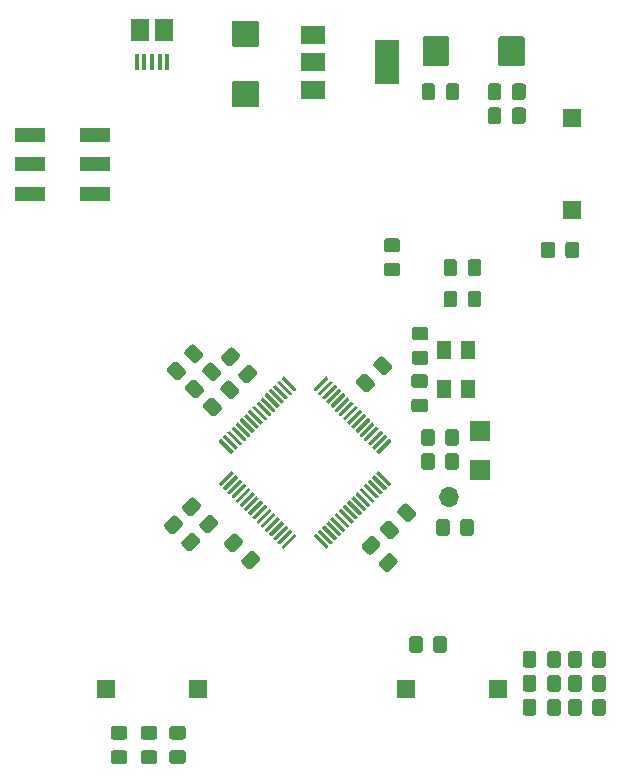
<source format=gbr>
G04 #@! TF.GenerationSoftware,KiCad,Pcbnew,(5.1.5)-3*
G04 #@! TF.CreationDate,2020-01-11T04:19:27+07:00*
G04 #@! TF.ProjectId,main,6d61696e-2e6b-4696-9361-645f70636258,1.3*
G04 #@! TF.SameCoordinates,Original*
G04 #@! TF.FileFunction,Paste,Top*
G04 #@! TF.FilePolarity,Positive*
%FSLAX46Y46*%
G04 Gerber Fmt 4.6, Leading zero omitted, Abs format (unit mm)*
G04 Created by KiCad (PCBNEW (5.1.5)-3) date 2020-01-11 04:19:27*
%MOMM*%
%LPD*%
G04 APERTURE LIST*
%ADD10R,1.800000X1.750000*%
%ADD11R,1.300000X1.600000*%
%ADD12C,0.100000*%
%ADD13R,1.500000X1.500000*%
%ADD14R,1.500000X1.900000*%
%ADD15R,0.400000X1.350000*%
%ADD16O,1.700000X1.700000*%
%ADD17R,2.500000X1.200000*%
%ADD18R,2.000000X3.800000*%
%ADD19R,2.000000X1.500000*%
G04 APERTURE END LIST*
D10*
X139500000Y-93725000D03*
X139500000Y-96975000D03*
D11*
X136500000Y-90150000D03*
X136500000Y-86850000D03*
X138500000Y-86850000D03*
X138500000Y-90150000D03*
D12*
G36*
X120619505Y-64046204D02*
G01*
X120643773Y-64049804D01*
X120667572Y-64055765D01*
X120690671Y-64064030D01*
X120712850Y-64074520D01*
X120733893Y-64087132D01*
X120753599Y-64101747D01*
X120771777Y-64118223D01*
X120788253Y-64136401D01*
X120802868Y-64156107D01*
X120815480Y-64177150D01*
X120825970Y-64199329D01*
X120834235Y-64222428D01*
X120840196Y-64246227D01*
X120843796Y-64270495D01*
X120845000Y-64294999D01*
X120845000Y-66045001D01*
X120843796Y-66069505D01*
X120840196Y-66093773D01*
X120834235Y-66117572D01*
X120825970Y-66140671D01*
X120815480Y-66162850D01*
X120802868Y-66183893D01*
X120788253Y-66203599D01*
X120771777Y-66221777D01*
X120753599Y-66238253D01*
X120733893Y-66252868D01*
X120712850Y-66265480D01*
X120690671Y-66275970D01*
X120667572Y-66284235D01*
X120643773Y-66290196D01*
X120619505Y-66293796D01*
X120595001Y-66295000D01*
X118744999Y-66295000D01*
X118720495Y-66293796D01*
X118696227Y-66290196D01*
X118672428Y-66284235D01*
X118649329Y-66275970D01*
X118627150Y-66265480D01*
X118606107Y-66252868D01*
X118586401Y-66238253D01*
X118568223Y-66221777D01*
X118551747Y-66203599D01*
X118537132Y-66183893D01*
X118524520Y-66162850D01*
X118514030Y-66140671D01*
X118505765Y-66117572D01*
X118499804Y-66093773D01*
X118496204Y-66069505D01*
X118495000Y-66045001D01*
X118495000Y-64294999D01*
X118496204Y-64270495D01*
X118499804Y-64246227D01*
X118505765Y-64222428D01*
X118514030Y-64199329D01*
X118524520Y-64177150D01*
X118537132Y-64156107D01*
X118551747Y-64136401D01*
X118568223Y-64118223D01*
X118586401Y-64101747D01*
X118606107Y-64087132D01*
X118627150Y-64074520D01*
X118649329Y-64064030D01*
X118672428Y-64055765D01*
X118696227Y-64049804D01*
X118720495Y-64046204D01*
X118744999Y-64045000D01*
X120595001Y-64045000D01*
X120619505Y-64046204D01*
G37*
G36*
X120619505Y-58946204D02*
G01*
X120643773Y-58949804D01*
X120667572Y-58955765D01*
X120690671Y-58964030D01*
X120712850Y-58974520D01*
X120733893Y-58987132D01*
X120753599Y-59001747D01*
X120771777Y-59018223D01*
X120788253Y-59036401D01*
X120802868Y-59056107D01*
X120815480Y-59077150D01*
X120825970Y-59099329D01*
X120834235Y-59122428D01*
X120840196Y-59146227D01*
X120843796Y-59170495D01*
X120845000Y-59194999D01*
X120845000Y-60945001D01*
X120843796Y-60969505D01*
X120840196Y-60993773D01*
X120834235Y-61017572D01*
X120825970Y-61040671D01*
X120815480Y-61062850D01*
X120802868Y-61083893D01*
X120788253Y-61103599D01*
X120771777Y-61121777D01*
X120753599Y-61138253D01*
X120733893Y-61152868D01*
X120712850Y-61165480D01*
X120690671Y-61175970D01*
X120667572Y-61184235D01*
X120643773Y-61190196D01*
X120619505Y-61193796D01*
X120595001Y-61195000D01*
X118744999Y-61195000D01*
X118720495Y-61193796D01*
X118696227Y-61190196D01*
X118672428Y-61184235D01*
X118649329Y-61175970D01*
X118627150Y-61165480D01*
X118606107Y-61152868D01*
X118586401Y-61138253D01*
X118568223Y-61121777D01*
X118551747Y-61103599D01*
X118537132Y-61083893D01*
X118524520Y-61062850D01*
X118514030Y-61040671D01*
X118505765Y-61017572D01*
X118499804Y-60993773D01*
X118496204Y-60969505D01*
X118495000Y-60945001D01*
X118495000Y-59194999D01*
X118496204Y-59170495D01*
X118499804Y-59146227D01*
X118505765Y-59122428D01*
X118514030Y-59099329D01*
X118524520Y-59077150D01*
X118537132Y-59056107D01*
X118551747Y-59036401D01*
X118568223Y-59018223D01*
X118586401Y-59001747D01*
X118606107Y-58987132D01*
X118627150Y-58974520D01*
X118649329Y-58964030D01*
X118672428Y-58955765D01*
X118696227Y-58949804D01*
X118720495Y-58946204D01*
X118744999Y-58945000D01*
X120595001Y-58945000D01*
X120619505Y-58946204D01*
G37*
G36*
X143089505Y-60266204D02*
G01*
X143113773Y-60269804D01*
X143137572Y-60275765D01*
X143160671Y-60284030D01*
X143182850Y-60294520D01*
X143203893Y-60307132D01*
X143223599Y-60321747D01*
X143241777Y-60338223D01*
X143258253Y-60356401D01*
X143272868Y-60376107D01*
X143285480Y-60397150D01*
X143295970Y-60419329D01*
X143304235Y-60442428D01*
X143310196Y-60466227D01*
X143313796Y-60490495D01*
X143315000Y-60514999D01*
X143315000Y-62565001D01*
X143313796Y-62589505D01*
X143310196Y-62613773D01*
X143304235Y-62637572D01*
X143295970Y-62660671D01*
X143285480Y-62682850D01*
X143272868Y-62703893D01*
X143258253Y-62723599D01*
X143241777Y-62741777D01*
X143223599Y-62758253D01*
X143203893Y-62772868D01*
X143182850Y-62785480D01*
X143160671Y-62795970D01*
X143137572Y-62804235D01*
X143113773Y-62810196D01*
X143089505Y-62813796D01*
X143065001Y-62815000D01*
X141314999Y-62815000D01*
X141290495Y-62813796D01*
X141266227Y-62810196D01*
X141242428Y-62804235D01*
X141219329Y-62795970D01*
X141197150Y-62785480D01*
X141176107Y-62772868D01*
X141156401Y-62758253D01*
X141138223Y-62741777D01*
X141121747Y-62723599D01*
X141107132Y-62703893D01*
X141094520Y-62682850D01*
X141084030Y-62660671D01*
X141075765Y-62637572D01*
X141069804Y-62613773D01*
X141066204Y-62589505D01*
X141065000Y-62565001D01*
X141065000Y-60514999D01*
X141066204Y-60490495D01*
X141069804Y-60466227D01*
X141075765Y-60442428D01*
X141084030Y-60419329D01*
X141094520Y-60397150D01*
X141107132Y-60376107D01*
X141121747Y-60356401D01*
X141138223Y-60338223D01*
X141156401Y-60321747D01*
X141176107Y-60307132D01*
X141197150Y-60294520D01*
X141219329Y-60284030D01*
X141242428Y-60275765D01*
X141266227Y-60269804D01*
X141290495Y-60266204D01*
X141314999Y-60265000D01*
X143065001Y-60265000D01*
X143089505Y-60266204D01*
G37*
G36*
X136689505Y-60266204D02*
G01*
X136713773Y-60269804D01*
X136737572Y-60275765D01*
X136760671Y-60284030D01*
X136782850Y-60294520D01*
X136803893Y-60307132D01*
X136823599Y-60321747D01*
X136841777Y-60338223D01*
X136858253Y-60356401D01*
X136872868Y-60376107D01*
X136885480Y-60397150D01*
X136895970Y-60419329D01*
X136904235Y-60442428D01*
X136910196Y-60466227D01*
X136913796Y-60490495D01*
X136915000Y-60514999D01*
X136915000Y-62565001D01*
X136913796Y-62589505D01*
X136910196Y-62613773D01*
X136904235Y-62637572D01*
X136895970Y-62660671D01*
X136885480Y-62682850D01*
X136872868Y-62703893D01*
X136858253Y-62723599D01*
X136841777Y-62741777D01*
X136823599Y-62758253D01*
X136803893Y-62772868D01*
X136782850Y-62785480D01*
X136760671Y-62795970D01*
X136737572Y-62804235D01*
X136713773Y-62810196D01*
X136689505Y-62813796D01*
X136665001Y-62815000D01*
X134914999Y-62815000D01*
X134890495Y-62813796D01*
X134866227Y-62810196D01*
X134842428Y-62804235D01*
X134819329Y-62795970D01*
X134797150Y-62785480D01*
X134776107Y-62772868D01*
X134756401Y-62758253D01*
X134738223Y-62741777D01*
X134721747Y-62723599D01*
X134707132Y-62703893D01*
X134694520Y-62682850D01*
X134684030Y-62660671D01*
X134675765Y-62637572D01*
X134669804Y-62613773D01*
X134666204Y-62589505D01*
X134665000Y-62565001D01*
X134665000Y-60514999D01*
X134666204Y-60490495D01*
X134669804Y-60466227D01*
X134675765Y-60442428D01*
X134684030Y-60419329D01*
X134694520Y-60397150D01*
X134707132Y-60376107D01*
X134721747Y-60356401D01*
X134738223Y-60338223D01*
X134756401Y-60321747D01*
X134776107Y-60307132D01*
X134797150Y-60294520D01*
X134819329Y-60284030D01*
X134842428Y-60275765D01*
X134866227Y-60269804D01*
X134890495Y-60266204D01*
X134914999Y-60265000D01*
X136665001Y-60265000D01*
X136689505Y-60266204D01*
G37*
D13*
X147320000Y-75020000D03*
X147320000Y-67220000D03*
X107860000Y-115570000D03*
X115660000Y-115570000D03*
X133260000Y-115570000D03*
X141060000Y-115570000D03*
D12*
G36*
X145628505Y-77660204D02*
G01*
X145652773Y-77663804D01*
X145676572Y-77669765D01*
X145699671Y-77678030D01*
X145721850Y-77688520D01*
X145742893Y-77701132D01*
X145762599Y-77715747D01*
X145780777Y-77732223D01*
X145797253Y-77750401D01*
X145811868Y-77770107D01*
X145824480Y-77791150D01*
X145834970Y-77813329D01*
X145843235Y-77836428D01*
X145849196Y-77860227D01*
X145852796Y-77884495D01*
X145854000Y-77908999D01*
X145854000Y-78809001D01*
X145852796Y-78833505D01*
X145849196Y-78857773D01*
X145843235Y-78881572D01*
X145834970Y-78904671D01*
X145824480Y-78926850D01*
X145811868Y-78947893D01*
X145797253Y-78967599D01*
X145780777Y-78985777D01*
X145762599Y-79002253D01*
X145742893Y-79016868D01*
X145721850Y-79029480D01*
X145699671Y-79039970D01*
X145676572Y-79048235D01*
X145652773Y-79054196D01*
X145628505Y-79057796D01*
X145604001Y-79059000D01*
X144953999Y-79059000D01*
X144929495Y-79057796D01*
X144905227Y-79054196D01*
X144881428Y-79048235D01*
X144858329Y-79039970D01*
X144836150Y-79029480D01*
X144815107Y-79016868D01*
X144795401Y-79002253D01*
X144777223Y-78985777D01*
X144760747Y-78967599D01*
X144746132Y-78947893D01*
X144733520Y-78926850D01*
X144723030Y-78904671D01*
X144714765Y-78881572D01*
X144708804Y-78857773D01*
X144705204Y-78833505D01*
X144704000Y-78809001D01*
X144704000Y-77908999D01*
X144705204Y-77884495D01*
X144708804Y-77860227D01*
X144714765Y-77836428D01*
X144723030Y-77813329D01*
X144733520Y-77791150D01*
X144746132Y-77770107D01*
X144760747Y-77750401D01*
X144777223Y-77732223D01*
X144795401Y-77715747D01*
X144815107Y-77701132D01*
X144836150Y-77688520D01*
X144858329Y-77678030D01*
X144881428Y-77669765D01*
X144905227Y-77663804D01*
X144929495Y-77660204D01*
X144953999Y-77659000D01*
X145604001Y-77659000D01*
X145628505Y-77660204D01*
G37*
G36*
X147678505Y-77660204D02*
G01*
X147702773Y-77663804D01*
X147726572Y-77669765D01*
X147749671Y-77678030D01*
X147771850Y-77688520D01*
X147792893Y-77701132D01*
X147812599Y-77715747D01*
X147830777Y-77732223D01*
X147847253Y-77750401D01*
X147861868Y-77770107D01*
X147874480Y-77791150D01*
X147884970Y-77813329D01*
X147893235Y-77836428D01*
X147899196Y-77860227D01*
X147902796Y-77884495D01*
X147904000Y-77908999D01*
X147904000Y-78809001D01*
X147902796Y-78833505D01*
X147899196Y-78857773D01*
X147893235Y-78881572D01*
X147884970Y-78904671D01*
X147874480Y-78926850D01*
X147861868Y-78947893D01*
X147847253Y-78967599D01*
X147830777Y-78985777D01*
X147812599Y-79002253D01*
X147792893Y-79016868D01*
X147771850Y-79029480D01*
X147749671Y-79039970D01*
X147726572Y-79048235D01*
X147702773Y-79054196D01*
X147678505Y-79057796D01*
X147654001Y-79059000D01*
X147003999Y-79059000D01*
X146979495Y-79057796D01*
X146955227Y-79054196D01*
X146931428Y-79048235D01*
X146908329Y-79039970D01*
X146886150Y-79029480D01*
X146865107Y-79016868D01*
X146845401Y-79002253D01*
X146827223Y-78985777D01*
X146810747Y-78967599D01*
X146796132Y-78947893D01*
X146783520Y-78926850D01*
X146773030Y-78904671D01*
X146764765Y-78881572D01*
X146758804Y-78857773D01*
X146755204Y-78833505D01*
X146754000Y-78809001D01*
X146754000Y-77908999D01*
X146755204Y-77884495D01*
X146758804Y-77860227D01*
X146764765Y-77836428D01*
X146773030Y-77813329D01*
X146783520Y-77791150D01*
X146796132Y-77770107D01*
X146810747Y-77750401D01*
X146827223Y-77732223D01*
X146845401Y-77715747D01*
X146865107Y-77701132D01*
X146886150Y-77688520D01*
X146908329Y-77678030D01*
X146931428Y-77669765D01*
X146955227Y-77663804D01*
X146979495Y-77660204D01*
X147003999Y-77659000D01*
X147654001Y-77659000D01*
X147678505Y-77660204D01*
G37*
G36*
X137365505Y-81818204D02*
G01*
X137389773Y-81821804D01*
X137413572Y-81827765D01*
X137436671Y-81836030D01*
X137458850Y-81846520D01*
X137479893Y-81859132D01*
X137499599Y-81873747D01*
X137517777Y-81890223D01*
X137534253Y-81908401D01*
X137548868Y-81928107D01*
X137561480Y-81949150D01*
X137571970Y-81971329D01*
X137580235Y-81994428D01*
X137586196Y-82018227D01*
X137589796Y-82042495D01*
X137591000Y-82066999D01*
X137591000Y-82967001D01*
X137589796Y-82991505D01*
X137586196Y-83015773D01*
X137580235Y-83039572D01*
X137571970Y-83062671D01*
X137561480Y-83084850D01*
X137548868Y-83105893D01*
X137534253Y-83125599D01*
X137517777Y-83143777D01*
X137499599Y-83160253D01*
X137479893Y-83174868D01*
X137458850Y-83187480D01*
X137436671Y-83197970D01*
X137413572Y-83206235D01*
X137389773Y-83212196D01*
X137365505Y-83215796D01*
X137341001Y-83217000D01*
X136690999Y-83217000D01*
X136666495Y-83215796D01*
X136642227Y-83212196D01*
X136618428Y-83206235D01*
X136595329Y-83197970D01*
X136573150Y-83187480D01*
X136552107Y-83174868D01*
X136532401Y-83160253D01*
X136514223Y-83143777D01*
X136497747Y-83125599D01*
X136483132Y-83105893D01*
X136470520Y-83084850D01*
X136460030Y-83062671D01*
X136451765Y-83039572D01*
X136445804Y-83015773D01*
X136442204Y-82991505D01*
X136441000Y-82967001D01*
X136441000Y-82066999D01*
X136442204Y-82042495D01*
X136445804Y-82018227D01*
X136451765Y-81994428D01*
X136460030Y-81971329D01*
X136470520Y-81949150D01*
X136483132Y-81928107D01*
X136497747Y-81908401D01*
X136514223Y-81890223D01*
X136532401Y-81873747D01*
X136552107Y-81859132D01*
X136573150Y-81846520D01*
X136595329Y-81836030D01*
X136618428Y-81827765D01*
X136642227Y-81821804D01*
X136666495Y-81818204D01*
X136690999Y-81817000D01*
X137341001Y-81817000D01*
X137365505Y-81818204D01*
G37*
G36*
X139415505Y-81818204D02*
G01*
X139439773Y-81821804D01*
X139463572Y-81827765D01*
X139486671Y-81836030D01*
X139508850Y-81846520D01*
X139529893Y-81859132D01*
X139549599Y-81873747D01*
X139567777Y-81890223D01*
X139584253Y-81908401D01*
X139598868Y-81928107D01*
X139611480Y-81949150D01*
X139621970Y-81971329D01*
X139630235Y-81994428D01*
X139636196Y-82018227D01*
X139639796Y-82042495D01*
X139641000Y-82066999D01*
X139641000Y-82967001D01*
X139639796Y-82991505D01*
X139636196Y-83015773D01*
X139630235Y-83039572D01*
X139621970Y-83062671D01*
X139611480Y-83084850D01*
X139598868Y-83105893D01*
X139584253Y-83125599D01*
X139567777Y-83143777D01*
X139549599Y-83160253D01*
X139529893Y-83174868D01*
X139508850Y-83187480D01*
X139486671Y-83197970D01*
X139463572Y-83206235D01*
X139439773Y-83212196D01*
X139415505Y-83215796D01*
X139391001Y-83217000D01*
X138740999Y-83217000D01*
X138716495Y-83215796D01*
X138692227Y-83212196D01*
X138668428Y-83206235D01*
X138645329Y-83197970D01*
X138623150Y-83187480D01*
X138602107Y-83174868D01*
X138582401Y-83160253D01*
X138564223Y-83143777D01*
X138547747Y-83125599D01*
X138533132Y-83105893D01*
X138520520Y-83084850D01*
X138510030Y-83062671D01*
X138501765Y-83039572D01*
X138495804Y-83015773D01*
X138492204Y-82991505D01*
X138491000Y-82967001D01*
X138491000Y-82066999D01*
X138492204Y-82042495D01*
X138495804Y-82018227D01*
X138501765Y-81994428D01*
X138510030Y-81971329D01*
X138520520Y-81949150D01*
X138533132Y-81928107D01*
X138547747Y-81908401D01*
X138564223Y-81890223D01*
X138582401Y-81873747D01*
X138602107Y-81859132D01*
X138623150Y-81846520D01*
X138645329Y-81836030D01*
X138668428Y-81827765D01*
X138692227Y-81821804D01*
X138716495Y-81818204D01*
X138740999Y-81817000D01*
X139391001Y-81817000D01*
X139415505Y-81818204D01*
G37*
G36*
X136738505Y-101155204D02*
G01*
X136762773Y-101158804D01*
X136786572Y-101164765D01*
X136809671Y-101173030D01*
X136831850Y-101183520D01*
X136852893Y-101196132D01*
X136872599Y-101210747D01*
X136890777Y-101227223D01*
X136907253Y-101245401D01*
X136921868Y-101265107D01*
X136934480Y-101286150D01*
X136944970Y-101308329D01*
X136953235Y-101331428D01*
X136959196Y-101355227D01*
X136962796Y-101379495D01*
X136964000Y-101403999D01*
X136964000Y-102304001D01*
X136962796Y-102328505D01*
X136959196Y-102352773D01*
X136953235Y-102376572D01*
X136944970Y-102399671D01*
X136934480Y-102421850D01*
X136921868Y-102442893D01*
X136907253Y-102462599D01*
X136890777Y-102480777D01*
X136872599Y-102497253D01*
X136852893Y-102511868D01*
X136831850Y-102524480D01*
X136809671Y-102534970D01*
X136786572Y-102543235D01*
X136762773Y-102549196D01*
X136738505Y-102552796D01*
X136714001Y-102554000D01*
X136063999Y-102554000D01*
X136039495Y-102552796D01*
X136015227Y-102549196D01*
X135991428Y-102543235D01*
X135968329Y-102534970D01*
X135946150Y-102524480D01*
X135925107Y-102511868D01*
X135905401Y-102497253D01*
X135887223Y-102480777D01*
X135870747Y-102462599D01*
X135856132Y-102442893D01*
X135843520Y-102421850D01*
X135833030Y-102399671D01*
X135824765Y-102376572D01*
X135818804Y-102352773D01*
X135815204Y-102328505D01*
X135814000Y-102304001D01*
X135814000Y-101403999D01*
X135815204Y-101379495D01*
X135818804Y-101355227D01*
X135824765Y-101331428D01*
X135833030Y-101308329D01*
X135843520Y-101286150D01*
X135856132Y-101265107D01*
X135870747Y-101245401D01*
X135887223Y-101227223D01*
X135905401Y-101210747D01*
X135925107Y-101196132D01*
X135946150Y-101183520D01*
X135968329Y-101173030D01*
X135991428Y-101164765D01*
X136015227Y-101158804D01*
X136039495Y-101155204D01*
X136063999Y-101154000D01*
X136714001Y-101154000D01*
X136738505Y-101155204D01*
G37*
G36*
X138788505Y-101155204D02*
G01*
X138812773Y-101158804D01*
X138836572Y-101164765D01*
X138859671Y-101173030D01*
X138881850Y-101183520D01*
X138902893Y-101196132D01*
X138922599Y-101210747D01*
X138940777Y-101227223D01*
X138957253Y-101245401D01*
X138971868Y-101265107D01*
X138984480Y-101286150D01*
X138994970Y-101308329D01*
X139003235Y-101331428D01*
X139009196Y-101355227D01*
X139012796Y-101379495D01*
X139014000Y-101403999D01*
X139014000Y-102304001D01*
X139012796Y-102328505D01*
X139009196Y-102352773D01*
X139003235Y-102376572D01*
X138994970Y-102399671D01*
X138984480Y-102421850D01*
X138971868Y-102442893D01*
X138957253Y-102462599D01*
X138940777Y-102480777D01*
X138922599Y-102497253D01*
X138902893Y-102511868D01*
X138881850Y-102524480D01*
X138859671Y-102534970D01*
X138836572Y-102543235D01*
X138812773Y-102549196D01*
X138788505Y-102552796D01*
X138764001Y-102554000D01*
X138113999Y-102554000D01*
X138089495Y-102552796D01*
X138065227Y-102549196D01*
X138041428Y-102543235D01*
X138018329Y-102534970D01*
X137996150Y-102524480D01*
X137975107Y-102511868D01*
X137955401Y-102497253D01*
X137937223Y-102480777D01*
X137920747Y-102462599D01*
X137906132Y-102442893D01*
X137893520Y-102421850D01*
X137883030Y-102399671D01*
X137874765Y-102376572D01*
X137868804Y-102352773D01*
X137865204Y-102328505D01*
X137864000Y-102304001D01*
X137864000Y-101403999D01*
X137865204Y-101379495D01*
X137868804Y-101355227D01*
X137874765Y-101331428D01*
X137883030Y-101308329D01*
X137893520Y-101286150D01*
X137906132Y-101265107D01*
X137920747Y-101245401D01*
X137937223Y-101227223D01*
X137955401Y-101210747D01*
X137975107Y-101196132D01*
X137996150Y-101183520D01*
X138018329Y-101173030D01*
X138041428Y-101164765D01*
X138065227Y-101158804D01*
X138089495Y-101155204D01*
X138113999Y-101154000D01*
X138764001Y-101154000D01*
X138788505Y-101155204D01*
G37*
G36*
X132554505Y-79445204D02*
G01*
X132578773Y-79448804D01*
X132602572Y-79454765D01*
X132625671Y-79463030D01*
X132647850Y-79473520D01*
X132668893Y-79486132D01*
X132688599Y-79500747D01*
X132706777Y-79517223D01*
X132723253Y-79535401D01*
X132737868Y-79555107D01*
X132750480Y-79576150D01*
X132760970Y-79598329D01*
X132769235Y-79621428D01*
X132775196Y-79645227D01*
X132778796Y-79669495D01*
X132780000Y-79693999D01*
X132780000Y-80344001D01*
X132778796Y-80368505D01*
X132775196Y-80392773D01*
X132769235Y-80416572D01*
X132760970Y-80439671D01*
X132750480Y-80461850D01*
X132737868Y-80482893D01*
X132723253Y-80502599D01*
X132706777Y-80520777D01*
X132688599Y-80537253D01*
X132668893Y-80551868D01*
X132647850Y-80564480D01*
X132625671Y-80574970D01*
X132602572Y-80583235D01*
X132578773Y-80589196D01*
X132554505Y-80592796D01*
X132530001Y-80594000D01*
X131629999Y-80594000D01*
X131605495Y-80592796D01*
X131581227Y-80589196D01*
X131557428Y-80583235D01*
X131534329Y-80574970D01*
X131512150Y-80564480D01*
X131491107Y-80551868D01*
X131471401Y-80537253D01*
X131453223Y-80520777D01*
X131436747Y-80502599D01*
X131422132Y-80482893D01*
X131409520Y-80461850D01*
X131399030Y-80439671D01*
X131390765Y-80416572D01*
X131384804Y-80392773D01*
X131381204Y-80368505D01*
X131380000Y-80344001D01*
X131380000Y-79693999D01*
X131381204Y-79669495D01*
X131384804Y-79645227D01*
X131390765Y-79621428D01*
X131399030Y-79598329D01*
X131409520Y-79576150D01*
X131422132Y-79555107D01*
X131436747Y-79535401D01*
X131453223Y-79517223D01*
X131471401Y-79500747D01*
X131491107Y-79486132D01*
X131512150Y-79473520D01*
X131534329Y-79463030D01*
X131557428Y-79454765D01*
X131581227Y-79448804D01*
X131605495Y-79445204D01*
X131629999Y-79444000D01*
X132530001Y-79444000D01*
X132554505Y-79445204D01*
G37*
G36*
X132554505Y-77395204D02*
G01*
X132578773Y-77398804D01*
X132602572Y-77404765D01*
X132625671Y-77413030D01*
X132647850Y-77423520D01*
X132668893Y-77436132D01*
X132688599Y-77450747D01*
X132706777Y-77467223D01*
X132723253Y-77485401D01*
X132737868Y-77505107D01*
X132750480Y-77526150D01*
X132760970Y-77548329D01*
X132769235Y-77571428D01*
X132775196Y-77595227D01*
X132778796Y-77619495D01*
X132780000Y-77643999D01*
X132780000Y-78294001D01*
X132778796Y-78318505D01*
X132775196Y-78342773D01*
X132769235Y-78366572D01*
X132760970Y-78389671D01*
X132750480Y-78411850D01*
X132737868Y-78432893D01*
X132723253Y-78452599D01*
X132706777Y-78470777D01*
X132688599Y-78487253D01*
X132668893Y-78501868D01*
X132647850Y-78514480D01*
X132625671Y-78524970D01*
X132602572Y-78533235D01*
X132578773Y-78539196D01*
X132554505Y-78542796D01*
X132530001Y-78544000D01*
X131629999Y-78544000D01*
X131605495Y-78542796D01*
X131581227Y-78539196D01*
X131557428Y-78533235D01*
X131534329Y-78524970D01*
X131512150Y-78514480D01*
X131491107Y-78501868D01*
X131471401Y-78487253D01*
X131453223Y-78470777D01*
X131436747Y-78452599D01*
X131422132Y-78432893D01*
X131409520Y-78411850D01*
X131399030Y-78389671D01*
X131390765Y-78366572D01*
X131384804Y-78342773D01*
X131381204Y-78318505D01*
X131380000Y-78294001D01*
X131380000Y-77643999D01*
X131381204Y-77619495D01*
X131384804Y-77595227D01*
X131390765Y-77571428D01*
X131399030Y-77548329D01*
X131409520Y-77526150D01*
X131422132Y-77505107D01*
X131436747Y-77485401D01*
X131453223Y-77467223D01*
X131471401Y-77450747D01*
X131491107Y-77436132D01*
X131512150Y-77423520D01*
X131534329Y-77413030D01*
X131557428Y-77404765D01*
X131581227Y-77398804D01*
X131605495Y-77395204D01*
X131629999Y-77394000D01*
X132530001Y-77394000D01*
X132554505Y-77395204D01*
G37*
G36*
X143171505Y-64265204D02*
G01*
X143195773Y-64268804D01*
X143219572Y-64274765D01*
X143242671Y-64283030D01*
X143264850Y-64293520D01*
X143285893Y-64306132D01*
X143305599Y-64320747D01*
X143323777Y-64337223D01*
X143340253Y-64355401D01*
X143354868Y-64375107D01*
X143367480Y-64396150D01*
X143377970Y-64418329D01*
X143386235Y-64441428D01*
X143392196Y-64465227D01*
X143395796Y-64489495D01*
X143397000Y-64513999D01*
X143397000Y-65414001D01*
X143395796Y-65438505D01*
X143392196Y-65462773D01*
X143386235Y-65486572D01*
X143377970Y-65509671D01*
X143367480Y-65531850D01*
X143354868Y-65552893D01*
X143340253Y-65572599D01*
X143323777Y-65590777D01*
X143305599Y-65607253D01*
X143285893Y-65621868D01*
X143264850Y-65634480D01*
X143242671Y-65644970D01*
X143219572Y-65653235D01*
X143195773Y-65659196D01*
X143171505Y-65662796D01*
X143147001Y-65664000D01*
X142496999Y-65664000D01*
X142472495Y-65662796D01*
X142448227Y-65659196D01*
X142424428Y-65653235D01*
X142401329Y-65644970D01*
X142379150Y-65634480D01*
X142358107Y-65621868D01*
X142338401Y-65607253D01*
X142320223Y-65590777D01*
X142303747Y-65572599D01*
X142289132Y-65552893D01*
X142276520Y-65531850D01*
X142266030Y-65509671D01*
X142257765Y-65486572D01*
X142251804Y-65462773D01*
X142248204Y-65438505D01*
X142247000Y-65414001D01*
X142247000Y-64513999D01*
X142248204Y-64489495D01*
X142251804Y-64465227D01*
X142257765Y-64441428D01*
X142266030Y-64418329D01*
X142276520Y-64396150D01*
X142289132Y-64375107D01*
X142303747Y-64355401D01*
X142320223Y-64337223D01*
X142338401Y-64320747D01*
X142358107Y-64306132D01*
X142379150Y-64293520D01*
X142401329Y-64283030D01*
X142424428Y-64274765D01*
X142448227Y-64268804D01*
X142472495Y-64265204D01*
X142496999Y-64264000D01*
X143147001Y-64264000D01*
X143171505Y-64265204D01*
G37*
G36*
X141121505Y-64265204D02*
G01*
X141145773Y-64268804D01*
X141169572Y-64274765D01*
X141192671Y-64283030D01*
X141214850Y-64293520D01*
X141235893Y-64306132D01*
X141255599Y-64320747D01*
X141273777Y-64337223D01*
X141290253Y-64355401D01*
X141304868Y-64375107D01*
X141317480Y-64396150D01*
X141327970Y-64418329D01*
X141336235Y-64441428D01*
X141342196Y-64465227D01*
X141345796Y-64489495D01*
X141347000Y-64513999D01*
X141347000Y-65414001D01*
X141345796Y-65438505D01*
X141342196Y-65462773D01*
X141336235Y-65486572D01*
X141327970Y-65509671D01*
X141317480Y-65531850D01*
X141304868Y-65552893D01*
X141290253Y-65572599D01*
X141273777Y-65590777D01*
X141255599Y-65607253D01*
X141235893Y-65621868D01*
X141214850Y-65634480D01*
X141192671Y-65644970D01*
X141169572Y-65653235D01*
X141145773Y-65659196D01*
X141121505Y-65662796D01*
X141097001Y-65664000D01*
X140446999Y-65664000D01*
X140422495Y-65662796D01*
X140398227Y-65659196D01*
X140374428Y-65653235D01*
X140351329Y-65644970D01*
X140329150Y-65634480D01*
X140308107Y-65621868D01*
X140288401Y-65607253D01*
X140270223Y-65590777D01*
X140253747Y-65572599D01*
X140239132Y-65552893D01*
X140226520Y-65531850D01*
X140216030Y-65509671D01*
X140207765Y-65486572D01*
X140201804Y-65462773D01*
X140198204Y-65438505D01*
X140197000Y-65414001D01*
X140197000Y-64513999D01*
X140198204Y-64489495D01*
X140201804Y-64465227D01*
X140207765Y-64441428D01*
X140216030Y-64418329D01*
X140226520Y-64396150D01*
X140239132Y-64375107D01*
X140253747Y-64355401D01*
X140270223Y-64337223D01*
X140288401Y-64320747D01*
X140308107Y-64306132D01*
X140329150Y-64293520D01*
X140351329Y-64283030D01*
X140374428Y-64274765D01*
X140398227Y-64268804D01*
X140422495Y-64265204D01*
X140446999Y-64264000D01*
X141097001Y-64264000D01*
X141121505Y-64265204D01*
G37*
G36*
X134452505Y-111061204D02*
G01*
X134476773Y-111064804D01*
X134500572Y-111070765D01*
X134523671Y-111079030D01*
X134545850Y-111089520D01*
X134566893Y-111102132D01*
X134586599Y-111116747D01*
X134604777Y-111133223D01*
X134621253Y-111151401D01*
X134635868Y-111171107D01*
X134648480Y-111192150D01*
X134658970Y-111214329D01*
X134667235Y-111237428D01*
X134673196Y-111261227D01*
X134676796Y-111285495D01*
X134678000Y-111309999D01*
X134678000Y-112210001D01*
X134676796Y-112234505D01*
X134673196Y-112258773D01*
X134667235Y-112282572D01*
X134658970Y-112305671D01*
X134648480Y-112327850D01*
X134635868Y-112348893D01*
X134621253Y-112368599D01*
X134604777Y-112386777D01*
X134586599Y-112403253D01*
X134566893Y-112417868D01*
X134545850Y-112430480D01*
X134523671Y-112440970D01*
X134500572Y-112449235D01*
X134476773Y-112455196D01*
X134452505Y-112458796D01*
X134428001Y-112460000D01*
X133777999Y-112460000D01*
X133753495Y-112458796D01*
X133729227Y-112455196D01*
X133705428Y-112449235D01*
X133682329Y-112440970D01*
X133660150Y-112430480D01*
X133639107Y-112417868D01*
X133619401Y-112403253D01*
X133601223Y-112386777D01*
X133584747Y-112368599D01*
X133570132Y-112348893D01*
X133557520Y-112327850D01*
X133547030Y-112305671D01*
X133538765Y-112282572D01*
X133532804Y-112258773D01*
X133529204Y-112234505D01*
X133528000Y-112210001D01*
X133528000Y-111309999D01*
X133529204Y-111285495D01*
X133532804Y-111261227D01*
X133538765Y-111237428D01*
X133547030Y-111214329D01*
X133557520Y-111192150D01*
X133570132Y-111171107D01*
X133584747Y-111151401D01*
X133601223Y-111133223D01*
X133619401Y-111116747D01*
X133639107Y-111102132D01*
X133660150Y-111089520D01*
X133682329Y-111079030D01*
X133705428Y-111070765D01*
X133729227Y-111064804D01*
X133753495Y-111061204D01*
X133777999Y-111060000D01*
X134428001Y-111060000D01*
X134452505Y-111061204D01*
G37*
G36*
X136502505Y-111061204D02*
G01*
X136526773Y-111064804D01*
X136550572Y-111070765D01*
X136573671Y-111079030D01*
X136595850Y-111089520D01*
X136616893Y-111102132D01*
X136636599Y-111116747D01*
X136654777Y-111133223D01*
X136671253Y-111151401D01*
X136685868Y-111171107D01*
X136698480Y-111192150D01*
X136708970Y-111214329D01*
X136717235Y-111237428D01*
X136723196Y-111261227D01*
X136726796Y-111285495D01*
X136728000Y-111309999D01*
X136728000Y-112210001D01*
X136726796Y-112234505D01*
X136723196Y-112258773D01*
X136717235Y-112282572D01*
X136708970Y-112305671D01*
X136698480Y-112327850D01*
X136685868Y-112348893D01*
X136671253Y-112368599D01*
X136654777Y-112386777D01*
X136636599Y-112403253D01*
X136616893Y-112417868D01*
X136595850Y-112430480D01*
X136573671Y-112440970D01*
X136550572Y-112449235D01*
X136526773Y-112455196D01*
X136502505Y-112458796D01*
X136478001Y-112460000D01*
X135827999Y-112460000D01*
X135803495Y-112458796D01*
X135779227Y-112455196D01*
X135755428Y-112449235D01*
X135732329Y-112440970D01*
X135710150Y-112430480D01*
X135689107Y-112417868D01*
X135669401Y-112403253D01*
X135651223Y-112386777D01*
X135634747Y-112368599D01*
X135620132Y-112348893D01*
X135607520Y-112327850D01*
X135597030Y-112305671D01*
X135588765Y-112282572D01*
X135582804Y-112258773D01*
X135579204Y-112234505D01*
X135578000Y-112210001D01*
X135578000Y-111309999D01*
X135579204Y-111285495D01*
X135582804Y-111261227D01*
X135588765Y-111237428D01*
X135597030Y-111214329D01*
X135607520Y-111192150D01*
X135620132Y-111171107D01*
X135634747Y-111151401D01*
X135651223Y-111133223D01*
X135669401Y-111116747D01*
X135689107Y-111102132D01*
X135710150Y-111089520D01*
X135732329Y-111079030D01*
X135755428Y-111070765D01*
X135779227Y-111064804D01*
X135803495Y-111061204D01*
X135827999Y-111060000D01*
X136478001Y-111060000D01*
X136502505Y-111061204D01*
G37*
G36*
X144082505Y-112331204D02*
G01*
X144106773Y-112334804D01*
X144130572Y-112340765D01*
X144153671Y-112349030D01*
X144175850Y-112359520D01*
X144196893Y-112372132D01*
X144216599Y-112386747D01*
X144234777Y-112403223D01*
X144251253Y-112421401D01*
X144265868Y-112441107D01*
X144278480Y-112462150D01*
X144288970Y-112484329D01*
X144297235Y-112507428D01*
X144303196Y-112531227D01*
X144306796Y-112555495D01*
X144308000Y-112579999D01*
X144308000Y-113480001D01*
X144306796Y-113504505D01*
X144303196Y-113528773D01*
X144297235Y-113552572D01*
X144288970Y-113575671D01*
X144278480Y-113597850D01*
X144265868Y-113618893D01*
X144251253Y-113638599D01*
X144234777Y-113656777D01*
X144216599Y-113673253D01*
X144196893Y-113687868D01*
X144175850Y-113700480D01*
X144153671Y-113710970D01*
X144130572Y-113719235D01*
X144106773Y-113725196D01*
X144082505Y-113728796D01*
X144058001Y-113730000D01*
X143407999Y-113730000D01*
X143383495Y-113728796D01*
X143359227Y-113725196D01*
X143335428Y-113719235D01*
X143312329Y-113710970D01*
X143290150Y-113700480D01*
X143269107Y-113687868D01*
X143249401Y-113673253D01*
X143231223Y-113656777D01*
X143214747Y-113638599D01*
X143200132Y-113618893D01*
X143187520Y-113597850D01*
X143177030Y-113575671D01*
X143168765Y-113552572D01*
X143162804Y-113528773D01*
X143159204Y-113504505D01*
X143158000Y-113480001D01*
X143158000Y-112579999D01*
X143159204Y-112555495D01*
X143162804Y-112531227D01*
X143168765Y-112507428D01*
X143177030Y-112484329D01*
X143187520Y-112462150D01*
X143200132Y-112441107D01*
X143214747Y-112421401D01*
X143231223Y-112403223D01*
X143249401Y-112386747D01*
X143269107Y-112372132D01*
X143290150Y-112359520D01*
X143312329Y-112349030D01*
X143335428Y-112340765D01*
X143359227Y-112334804D01*
X143383495Y-112331204D01*
X143407999Y-112330000D01*
X144058001Y-112330000D01*
X144082505Y-112331204D01*
G37*
G36*
X146132505Y-112331204D02*
G01*
X146156773Y-112334804D01*
X146180572Y-112340765D01*
X146203671Y-112349030D01*
X146225850Y-112359520D01*
X146246893Y-112372132D01*
X146266599Y-112386747D01*
X146284777Y-112403223D01*
X146301253Y-112421401D01*
X146315868Y-112441107D01*
X146328480Y-112462150D01*
X146338970Y-112484329D01*
X146347235Y-112507428D01*
X146353196Y-112531227D01*
X146356796Y-112555495D01*
X146358000Y-112579999D01*
X146358000Y-113480001D01*
X146356796Y-113504505D01*
X146353196Y-113528773D01*
X146347235Y-113552572D01*
X146338970Y-113575671D01*
X146328480Y-113597850D01*
X146315868Y-113618893D01*
X146301253Y-113638599D01*
X146284777Y-113656777D01*
X146266599Y-113673253D01*
X146246893Y-113687868D01*
X146225850Y-113700480D01*
X146203671Y-113710970D01*
X146180572Y-113719235D01*
X146156773Y-113725196D01*
X146132505Y-113728796D01*
X146108001Y-113730000D01*
X145457999Y-113730000D01*
X145433495Y-113728796D01*
X145409227Y-113725196D01*
X145385428Y-113719235D01*
X145362329Y-113710970D01*
X145340150Y-113700480D01*
X145319107Y-113687868D01*
X145299401Y-113673253D01*
X145281223Y-113656777D01*
X145264747Y-113638599D01*
X145250132Y-113618893D01*
X145237520Y-113597850D01*
X145227030Y-113575671D01*
X145218765Y-113552572D01*
X145212804Y-113528773D01*
X145209204Y-113504505D01*
X145208000Y-113480001D01*
X145208000Y-112579999D01*
X145209204Y-112555495D01*
X145212804Y-112531227D01*
X145218765Y-112507428D01*
X145227030Y-112484329D01*
X145237520Y-112462150D01*
X145250132Y-112441107D01*
X145264747Y-112421401D01*
X145281223Y-112403223D01*
X145299401Y-112386747D01*
X145319107Y-112372132D01*
X145340150Y-112359520D01*
X145362329Y-112349030D01*
X145385428Y-112340765D01*
X145409227Y-112334804D01*
X145433495Y-112331204D01*
X145457999Y-112330000D01*
X146108001Y-112330000D01*
X146132505Y-112331204D01*
G37*
G36*
X144082505Y-114363204D02*
G01*
X144106773Y-114366804D01*
X144130572Y-114372765D01*
X144153671Y-114381030D01*
X144175850Y-114391520D01*
X144196893Y-114404132D01*
X144216599Y-114418747D01*
X144234777Y-114435223D01*
X144251253Y-114453401D01*
X144265868Y-114473107D01*
X144278480Y-114494150D01*
X144288970Y-114516329D01*
X144297235Y-114539428D01*
X144303196Y-114563227D01*
X144306796Y-114587495D01*
X144308000Y-114611999D01*
X144308000Y-115512001D01*
X144306796Y-115536505D01*
X144303196Y-115560773D01*
X144297235Y-115584572D01*
X144288970Y-115607671D01*
X144278480Y-115629850D01*
X144265868Y-115650893D01*
X144251253Y-115670599D01*
X144234777Y-115688777D01*
X144216599Y-115705253D01*
X144196893Y-115719868D01*
X144175850Y-115732480D01*
X144153671Y-115742970D01*
X144130572Y-115751235D01*
X144106773Y-115757196D01*
X144082505Y-115760796D01*
X144058001Y-115762000D01*
X143407999Y-115762000D01*
X143383495Y-115760796D01*
X143359227Y-115757196D01*
X143335428Y-115751235D01*
X143312329Y-115742970D01*
X143290150Y-115732480D01*
X143269107Y-115719868D01*
X143249401Y-115705253D01*
X143231223Y-115688777D01*
X143214747Y-115670599D01*
X143200132Y-115650893D01*
X143187520Y-115629850D01*
X143177030Y-115607671D01*
X143168765Y-115584572D01*
X143162804Y-115560773D01*
X143159204Y-115536505D01*
X143158000Y-115512001D01*
X143158000Y-114611999D01*
X143159204Y-114587495D01*
X143162804Y-114563227D01*
X143168765Y-114539428D01*
X143177030Y-114516329D01*
X143187520Y-114494150D01*
X143200132Y-114473107D01*
X143214747Y-114453401D01*
X143231223Y-114435223D01*
X143249401Y-114418747D01*
X143269107Y-114404132D01*
X143290150Y-114391520D01*
X143312329Y-114381030D01*
X143335428Y-114372765D01*
X143359227Y-114366804D01*
X143383495Y-114363204D01*
X143407999Y-114362000D01*
X144058001Y-114362000D01*
X144082505Y-114363204D01*
G37*
G36*
X146132505Y-114363204D02*
G01*
X146156773Y-114366804D01*
X146180572Y-114372765D01*
X146203671Y-114381030D01*
X146225850Y-114391520D01*
X146246893Y-114404132D01*
X146266599Y-114418747D01*
X146284777Y-114435223D01*
X146301253Y-114453401D01*
X146315868Y-114473107D01*
X146328480Y-114494150D01*
X146338970Y-114516329D01*
X146347235Y-114539428D01*
X146353196Y-114563227D01*
X146356796Y-114587495D01*
X146358000Y-114611999D01*
X146358000Y-115512001D01*
X146356796Y-115536505D01*
X146353196Y-115560773D01*
X146347235Y-115584572D01*
X146338970Y-115607671D01*
X146328480Y-115629850D01*
X146315868Y-115650893D01*
X146301253Y-115670599D01*
X146284777Y-115688777D01*
X146266599Y-115705253D01*
X146246893Y-115719868D01*
X146225850Y-115732480D01*
X146203671Y-115742970D01*
X146180572Y-115751235D01*
X146156773Y-115757196D01*
X146132505Y-115760796D01*
X146108001Y-115762000D01*
X145457999Y-115762000D01*
X145433495Y-115760796D01*
X145409227Y-115757196D01*
X145385428Y-115751235D01*
X145362329Y-115742970D01*
X145340150Y-115732480D01*
X145319107Y-115719868D01*
X145299401Y-115705253D01*
X145281223Y-115688777D01*
X145264747Y-115670599D01*
X145250132Y-115650893D01*
X145237520Y-115629850D01*
X145227030Y-115607671D01*
X145218765Y-115584572D01*
X145212804Y-115560773D01*
X145209204Y-115536505D01*
X145208000Y-115512001D01*
X145208000Y-114611999D01*
X145209204Y-114587495D01*
X145212804Y-114563227D01*
X145218765Y-114539428D01*
X145227030Y-114516329D01*
X145237520Y-114494150D01*
X145250132Y-114473107D01*
X145264747Y-114453401D01*
X145281223Y-114435223D01*
X145299401Y-114418747D01*
X145319107Y-114404132D01*
X145340150Y-114391520D01*
X145362329Y-114381030D01*
X145385428Y-114372765D01*
X145409227Y-114366804D01*
X145433495Y-114363204D01*
X145457999Y-114362000D01*
X146108001Y-114362000D01*
X146132505Y-114363204D01*
G37*
G36*
X144082505Y-116395204D02*
G01*
X144106773Y-116398804D01*
X144130572Y-116404765D01*
X144153671Y-116413030D01*
X144175850Y-116423520D01*
X144196893Y-116436132D01*
X144216599Y-116450747D01*
X144234777Y-116467223D01*
X144251253Y-116485401D01*
X144265868Y-116505107D01*
X144278480Y-116526150D01*
X144288970Y-116548329D01*
X144297235Y-116571428D01*
X144303196Y-116595227D01*
X144306796Y-116619495D01*
X144308000Y-116643999D01*
X144308000Y-117544001D01*
X144306796Y-117568505D01*
X144303196Y-117592773D01*
X144297235Y-117616572D01*
X144288970Y-117639671D01*
X144278480Y-117661850D01*
X144265868Y-117682893D01*
X144251253Y-117702599D01*
X144234777Y-117720777D01*
X144216599Y-117737253D01*
X144196893Y-117751868D01*
X144175850Y-117764480D01*
X144153671Y-117774970D01*
X144130572Y-117783235D01*
X144106773Y-117789196D01*
X144082505Y-117792796D01*
X144058001Y-117794000D01*
X143407999Y-117794000D01*
X143383495Y-117792796D01*
X143359227Y-117789196D01*
X143335428Y-117783235D01*
X143312329Y-117774970D01*
X143290150Y-117764480D01*
X143269107Y-117751868D01*
X143249401Y-117737253D01*
X143231223Y-117720777D01*
X143214747Y-117702599D01*
X143200132Y-117682893D01*
X143187520Y-117661850D01*
X143177030Y-117639671D01*
X143168765Y-117616572D01*
X143162804Y-117592773D01*
X143159204Y-117568505D01*
X143158000Y-117544001D01*
X143158000Y-116643999D01*
X143159204Y-116619495D01*
X143162804Y-116595227D01*
X143168765Y-116571428D01*
X143177030Y-116548329D01*
X143187520Y-116526150D01*
X143200132Y-116505107D01*
X143214747Y-116485401D01*
X143231223Y-116467223D01*
X143249401Y-116450747D01*
X143269107Y-116436132D01*
X143290150Y-116423520D01*
X143312329Y-116413030D01*
X143335428Y-116404765D01*
X143359227Y-116398804D01*
X143383495Y-116395204D01*
X143407999Y-116394000D01*
X144058001Y-116394000D01*
X144082505Y-116395204D01*
G37*
G36*
X146132505Y-116395204D02*
G01*
X146156773Y-116398804D01*
X146180572Y-116404765D01*
X146203671Y-116413030D01*
X146225850Y-116423520D01*
X146246893Y-116436132D01*
X146266599Y-116450747D01*
X146284777Y-116467223D01*
X146301253Y-116485401D01*
X146315868Y-116505107D01*
X146328480Y-116526150D01*
X146338970Y-116548329D01*
X146347235Y-116571428D01*
X146353196Y-116595227D01*
X146356796Y-116619495D01*
X146358000Y-116643999D01*
X146358000Y-117544001D01*
X146356796Y-117568505D01*
X146353196Y-117592773D01*
X146347235Y-117616572D01*
X146338970Y-117639671D01*
X146328480Y-117661850D01*
X146315868Y-117682893D01*
X146301253Y-117702599D01*
X146284777Y-117720777D01*
X146266599Y-117737253D01*
X146246893Y-117751868D01*
X146225850Y-117764480D01*
X146203671Y-117774970D01*
X146180572Y-117783235D01*
X146156773Y-117789196D01*
X146132505Y-117792796D01*
X146108001Y-117794000D01*
X145457999Y-117794000D01*
X145433495Y-117792796D01*
X145409227Y-117789196D01*
X145385428Y-117783235D01*
X145362329Y-117774970D01*
X145340150Y-117764480D01*
X145319107Y-117751868D01*
X145299401Y-117737253D01*
X145281223Y-117720777D01*
X145264747Y-117702599D01*
X145250132Y-117682893D01*
X145237520Y-117661850D01*
X145227030Y-117639671D01*
X145218765Y-117616572D01*
X145212804Y-117592773D01*
X145209204Y-117568505D01*
X145208000Y-117544001D01*
X145208000Y-116643999D01*
X145209204Y-116619495D01*
X145212804Y-116595227D01*
X145218765Y-116571428D01*
X145227030Y-116548329D01*
X145237520Y-116526150D01*
X145250132Y-116505107D01*
X145264747Y-116485401D01*
X145281223Y-116467223D01*
X145299401Y-116450747D01*
X145319107Y-116436132D01*
X145340150Y-116423520D01*
X145362329Y-116413030D01*
X145385428Y-116404765D01*
X145409227Y-116398804D01*
X145433495Y-116395204D01*
X145457999Y-116394000D01*
X146108001Y-116394000D01*
X146132505Y-116395204D01*
G37*
G36*
X109440505Y-118670204D02*
G01*
X109464773Y-118673804D01*
X109488572Y-118679765D01*
X109511671Y-118688030D01*
X109533850Y-118698520D01*
X109554893Y-118711132D01*
X109574599Y-118725747D01*
X109592777Y-118742223D01*
X109609253Y-118760401D01*
X109623868Y-118780107D01*
X109636480Y-118801150D01*
X109646970Y-118823329D01*
X109655235Y-118846428D01*
X109661196Y-118870227D01*
X109664796Y-118894495D01*
X109666000Y-118918999D01*
X109666000Y-119569001D01*
X109664796Y-119593505D01*
X109661196Y-119617773D01*
X109655235Y-119641572D01*
X109646970Y-119664671D01*
X109636480Y-119686850D01*
X109623868Y-119707893D01*
X109609253Y-119727599D01*
X109592777Y-119745777D01*
X109574599Y-119762253D01*
X109554893Y-119776868D01*
X109533850Y-119789480D01*
X109511671Y-119799970D01*
X109488572Y-119808235D01*
X109464773Y-119814196D01*
X109440505Y-119817796D01*
X109416001Y-119819000D01*
X108515999Y-119819000D01*
X108491495Y-119817796D01*
X108467227Y-119814196D01*
X108443428Y-119808235D01*
X108420329Y-119799970D01*
X108398150Y-119789480D01*
X108377107Y-119776868D01*
X108357401Y-119762253D01*
X108339223Y-119745777D01*
X108322747Y-119727599D01*
X108308132Y-119707893D01*
X108295520Y-119686850D01*
X108285030Y-119664671D01*
X108276765Y-119641572D01*
X108270804Y-119617773D01*
X108267204Y-119593505D01*
X108266000Y-119569001D01*
X108266000Y-118918999D01*
X108267204Y-118894495D01*
X108270804Y-118870227D01*
X108276765Y-118846428D01*
X108285030Y-118823329D01*
X108295520Y-118801150D01*
X108308132Y-118780107D01*
X108322747Y-118760401D01*
X108339223Y-118742223D01*
X108357401Y-118725747D01*
X108377107Y-118711132D01*
X108398150Y-118698520D01*
X108420329Y-118688030D01*
X108443428Y-118679765D01*
X108467227Y-118673804D01*
X108491495Y-118670204D01*
X108515999Y-118669000D01*
X109416001Y-118669000D01*
X109440505Y-118670204D01*
G37*
G36*
X109440505Y-120720204D02*
G01*
X109464773Y-120723804D01*
X109488572Y-120729765D01*
X109511671Y-120738030D01*
X109533850Y-120748520D01*
X109554893Y-120761132D01*
X109574599Y-120775747D01*
X109592777Y-120792223D01*
X109609253Y-120810401D01*
X109623868Y-120830107D01*
X109636480Y-120851150D01*
X109646970Y-120873329D01*
X109655235Y-120896428D01*
X109661196Y-120920227D01*
X109664796Y-120944495D01*
X109666000Y-120968999D01*
X109666000Y-121619001D01*
X109664796Y-121643505D01*
X109661196Y-121667773D01*
X109655235Y-121691572D01*
X109646970Y-121714671D01*
X109636480Y-121736850D01*
X109623868Y-121757893D01*
X109609253Y-121777599D01*
X109592777Y-121795777D01*
X109574599Y-121812253D01*
X109554893Y-121826868D01*
X109533850Y-121839480D01*
X109511671Y-121849970D01*
X109488572Y-121858235D01*
X109464773Y-121864196D01*
X109440505Y-121867796D01*
X109416001Y-121869000D01*
X108515999Y-121869000D01*
X108491495Y-121867796D01*
X108467227Y-121864196D01*
X108443428Y-121858235D01*
X108420329Y-121849970D01*
X108398150Y-121839480D01*
X108377107Y-121826868D01*
X108357401Y-121812253D01*
X108339223Y-121795777D01*
X108322747Y-121777599D01*
X108308132Y-121757893D01*
X108295520Y-121736850D01*
X108285030Y-121714671D01*
X108276765Y-121691572D01*
X108270804Y-121667773D01*
X108267204Y-121643505D01*
X108266000Y-121619001D01*
X108266000Y-120968999D01*
X108267204Y-120944495D01*
X108270804Y-120920227D01*
X108276765Y-120896428D01*
X108285030Y-120873329D01*
X108295520Y-120851150D01*
X108308132Y-120830107D01*
X108322747Y-120810401D01*
X108339223Y-120792223D01*
X108357401Y-120775747D01*
X108377107Y-120761132D01*
X108398150Y-120748520D01*
X108420329Y-120738030D01*
X108443428Y-120729765D01*
X108467227Y-120723804D01*
X108491495Y-120720204D01*
X108515999Y-120719000D01*
X109416001Y-120719000D01*
X109440505Y-120720204D01*
G37*
G36*
X111980505Y-118670204D02*
G01*
X112004773Y-118673804D01*
X112028572Y-118679765D01*
X112051671Y-118688030D01*
X112073850Y-118698520D01*
X112094893Y-118711132D01*
X112114599Y-118725747D01*
X112132777Y-118742223D01*
X112149253Y-118760401D01*
X112163868Y-118780107D01*
X112176480Y-118801150D01*
X112186970Y-118823329D01*
X112195235Y-118846428D01*
X112201196Y-118870227D01*
X112204796Y-118894495D01*
X112206000Y-118918999D01*
X112206000Y-119569001D01*
X112204796Y-119593505D01*
X112201196Y-119617773D01*
X112195235Y-119641572D01*
X112186970Y-119664671D01*
X112176480Y-119686850D01*
X112163868Y-119707893D01*
X112149253Y-119727599D01*
X112132777Y-119745777D01*
X112114599Y-119762253D01*
X112094893Y-119776868D01*
X112073850Y-119789480D01*
X112051671Y-119799970D01*
X112028572Y-119808235D01*
X112004773Y-119814196D01*
X111980505Y-119817796D01*
X111956001Y-119819000D01*
X111055999Y-119819000D01*
X111031495Y-119817796D01*
X111007227Y-119814196D01*
X110983428Y-119808235D01*
X110960329Y-119799970D01*
X110938150Y-119789480D01*
X110917107Y-119776868D01*
X110897401Y-119762253D01*
X110879223Y-119745777D01*
X110862747Y-119727599D01*
X110848132Y-119707893D01*
X110835520Y-119686850D01*
X110825030Y-119664671D01*
X110816765Y-119641572D01*
X110810804Y-119617773D01*
X110807204Y-119593505D01*
X110806000Y-119569001D01*
X110806000Y-118918999D01*
X110807204Y-118894495D01*
X110810804Y-118870227D01*
X110816765Y-118846428D01*
X110825030Y-118823329D01*
X110835520Y-118801150D01*
X110848132Y-118780107D01*
X110862747Y-118760401D01*
X110879223Y-118742223D01*
X110897401Y-118725747D01*
X110917107Y-118711132D01*
X110938150Y-118698520D01*
X110960329Y-118688030D01*
X110983428Y-118679765D01*
X111007227Y-118673804D01*
X111031495Y-118670204D01*
X111055999Y-118669000D01*
X111956001Y-118669000D01*
X111980505Y-118670204D01*
G37*
G36*
X111980505Y-120720204D02*
G01*
X112004773Y-120723804D01*
X112028572Y-120729765D01*
X112051671Y-120738030D01*
X112073850Y-120748520D01*
X112094893Y-120761132D01*
X112114599Y-120775747D01*
X112132777Y-120792223D01*
X112149253Y-120810401D01*
X112163868Y-120830107D01*
X112176480Y-120851150D01*
X112186970Y-120873329D01*
X112195235Y-120896428D01*
X112201196Y-120920227D01*
X112204796Y-120944495D01*
X112206000Y-120968999D01*
X112206000Y-121619001D01*
X112204796Y-121643505D01*
X112201196Y-121667773D01*
X112195235Y-121691572D01*
X112186970Y-121714671D01*
X112176480Y-121736850D01*
X112163868Y-121757893D01*
X112149253Y-121777599D01*
X112132777Y-121795777D01*
X112114599Y-121812253D01*
X112094893Y-121826868D01*
X112073850Y-121839480D01*
X112051671Y-121849970D01*
X112028572Y-121858235D01*
X112004773Y-121864196D01*
X111980505Y-121867796D01*
X111956001Y-121869000D01*
X111055999Y-121869000D01*
X111031495Y-121867796D01*
X111007227Y-121864196D01*
X110983428Y-121858235D01*
X110960329Y-121849970D01*
X110938150Y-121839480D01*
X110917107Y-121826868D01*
X110897401Y-121812253D01*
X110879223Y-121795777D01*
X110862747Y-121777599D01*
X110848132Y-121757893D01*
X110835520Y-121736850D01*
X110825030Y-121714671D01*
X110816765Y-121691572D01*
X110810804Y-121667773D01*
X110807204Y-121643505D01*
X110806000Y-121619001D01*
X110806000Y-120968999D01*
X110807204Y-120944495D01*
X110810804Y-120920227D01*
X110816765Y-120896428D01*
X110825030Y-120873329D01*
X110835520Y-120851150D01*
X110848132Y-120830107D01*
X110862747Y-120810401D01*
X110879223Y-120792223D01*
X110897401Y-120775747D01*
X110917107Y-120761132D01*
X110938150Y-120748520D01*
X110960329Y-120738030D01*
X110983428Y-120729765D01*
X111007227Y-120723804D01*
X111031495Y-120720204D01*
X111055999Y-120719000D01*
X111956001Y-120719000D01*
X111980505Y-120720204D01*
G37*
G36*
X114393505Y-118670204D02*
G01*
X114417773Y-118673804D01*
X114441572Y-118679765D01*
X114464671Y-118688030D01*
X114486850Y-118698520D01*
X114507893Y-118711132D01*
X114527599Y-118725747D01*
X114545777Y-118742223D01*
X114562253Y-118760401D01*
X114576868Y-118780107D01*
X114589480Y-118801150D01*
X114599970Y-118823329D01*
X114608235Y-118846428D01*
X114614196Y-118870227D01*
X114617796Y-118894495D01*
X114619000Y-118918999D01*
X114619000Y-119569001D01*
X114617796Y-119593505D01*
X114614196Y-119617773D01*
X114608235Y-119641572D01*
X114599970Y-119664671D01*
X114589480Y-119686850D01*
X114576868Y-119707893D01*
X114562253Y-119727599D01*
X114545777Y-119745777D01*
X114527599Y-119762253D01*
X114507893Y-119776868D01*
X114486850Y-119789480D01*
X114464671Y-119799970D01*
X114441572Y-119808235D01*
X114417773Y-119814196D01*
X114393505Y-119817796D01*
X114369001Y-119819000D01*
X113468999Y-119819000D01*
X113444495Y-119817796D01*
X113420227Y-119814196D01*
X113396428Y-119808235D01*
X113373329Y-119799970D01*
X113351150Y-119789480D01*
X113330107Y-119776868D01*
X113310401Y-119762253D01*
X113292223Y-119745777D01*
X113275747Y-119727599D01*
X113261132Y-119707893D01*
X113248520Y-119686850D01*
X113238030Y-119664671D01*
X113229765Y-119641572D01*
X113223804Y-119617773D01*
X113220204Y-119593505D01*
X113219000Y-119569001D01*
X113219000Y-118918999D01*
X113220204Y-118894495D01*
X113223804Y-118870227D01*
X113229765Y-118846428D01*
X113238030Y-118823329D01*
X113248520Y-118801150D01*
X113261132Y-118780107D01*
X113275747Y-118760401D01*
X113292223Y-118742223D01*
X113310401Y-118725747D01*
X113330107Y-118711132D01*
X113351150Y-118698520D01*
X113373329Y-118688030D01*
X113396428Y-118679765D01*
X113420227Y-118673804D01*
X113444495Y-118670204D01*
X113468999Y-118669000D01*
X114369001Y-118669000D01*
X114393505Y-118670204D01*
G37*
G36*
X114393505Y-120720204D02*
G01*
X114417773Y-120723804D01*
X114441572Y-120729765D01*
X114464671Y-120738030D01*
X114486850Y-120748520D01*
X114507893Y-120761132D01*
X114527599Y-120775747D01*
X114545777Y-120792223D01*
X114562253Y-120810401D01*
X114576868Y-120830107D01*
X114589480Y-120851150D01*
X114599970Y-120873329D01*
X114608235Y-120896428D01*
X114614196Y-120920227D01*
X114617796Y-120944495D01*
X114619000Y-120968999D01*
X114619000Y-121619001D01*
X114617796Y-121643505D01*
X114614196Y-121667773D01*
X114608235Y-121691572D01*
X114599970Y-121714671D01*
X114589480Y-121736850D01*
X114576868Y-121757893D01*
X114562253Y-121777599D01*
X114545777Y-121795777D01*
X114527599Y-121812253D01*
X114507893Y-121826868D01*
X114486850Y-121839480D01*
X114464671Y-121849970D01*
X114441572Y-121858235D01*
X114417773Y-121864196D01*
X114393505Y-121867796D01*
X114369001Y-121869000D01*
X113468999Y-121869000D01*
X113444495Y-121867796D01*
X113420227Y-121864196D01*
X113396428Y-121858235D01*
X113373329Y-121849970D01*
X113351150Y-121839480D01*
X113330107Y-121826868D01*
X113310401Y-121812253D01*
X113292223Y-121795777D01*
X113275747Y-121777599D01*
X113261132Y-121757893D01*
X113248520Y-121736850D01*
X113238030Y-121714671D01*
X113229765Y-121691572D01*
X113223804Y-121667773D01*
X113220204Y-121643505D01*
X113219000Y-121619001D01*
X113219000Y-120968999D01*
X113220204Y-120944495D01*
X113223804Y-120920227D01*
X113229765Y-120896428D01*
X113238030Y-120873329D01*
X113248520Y-120851150D01*
X113261132Y-120830107D01*
X113275747Y-120810401D01*
X113292223Y-120792223D01*
X113310401Y-120775747D01*
X113330107Y-120761132D01*
X113351150Y-120748520D01*
X113373329Y-120738030D01*
X113396428Y-120729765D01*
X113420227Y-120723804D01*
X113444495Y-120720204D01*
X113468999Y-120719000D01*
X114369001Y-120719000D01*
X114393505Y-120720204D01*
G37*
G36*
X137365505Y-79151204D02*
G01*
X137389773Y-79154804D01*
X137413572Y-79160765D01*
X137436671Y-79169030D01*
X137458850Y-79179520D01*
X137479893Y-79192132D01*
X137499599Y-79206747D01*
X137517777Y-79223223D01*
X137534253Y-79241401D01*
X137548868Y-79261107D01*
X137561480Y-79282150D01*
X137571970Y-79304329D01*
X137580235Y-79327428D01*
X137586196Y-79351227D01*
X137589796Y-79375495D01*
X137591000Y-79399999D01*
X137591000Y-80300001D01*
X137589796Y-80324505D01*
X137586196Y-80348773D01*
X137580235Y-80372572D01*
X137571970Y-80395671D01*
X137561480Y-80417850D01*
X137548868Y-80438893D01*
X137534253Y-80458599D01*
X137517777Y-80476777D01*
X137499599Y-80493253D01*
X137479893Y-80507868D01*
X137458850Y-80520480D01*
X137436671Y-80530970D01*
X137413572Y-80539235D01*
X137389773Y-80545196D01*
X137365505Y-80548796D01*
X137341001Y-80550000D01*
X136690999Y-80550000D01*
X136666495Y-80548796D01*
X136642227Y-80545196D01*
X136618428Y-80539235D01*
X136595329Y-80530970D01*
X136573150Y-80520480D01*
X136552107Y-80507868D01*
X136532401Y-80493253D01*
X136514223Y-80476777D01*
X136497747Y-80458599D01*
X136483132Y-80438893D01*
X136470520Y-80417850D01*
X136460030Y-80395671D01*
X136451765Y-80372572D01*
X136445804Y-80348773D01*
X136442204Y-80324505D01*
X136441000Y-80300001D01*
X136441000Y-79399999D01*
X136442204Y-79375495D01*
X136445804Y-79351227D01*
X136451765Y-79327428D01*
X136460030Y-79304329D01*
X136470520Y-79282150D01*
X136483132Y-79261107D01*
X136497747Y-79241401D01*
X136514223Y-79223223D01*
X136532401Y-79206747D01*
X136552107Y-79192132D01*
X136573150Y-79179520D01*
X136595329Y-79169030D01*
X136618428Y-79160765D01*
X136642227Y-79154804D01*
X136666495Y-79151204D01*
X136690999Y-79150000D01*
X137341001Y-79150000D01*
X137365505Y-79151204D01*
G37*
G36*
X139415505Y-79151204D02*
G01*
X139439773Y-79154804D01*
X139463572Y-79160765D01*
X139486671Y-79169030D01*
X139508850Y-79179520D01*
X139529893Y-79192132D01*
X139549599Y-79206747D01*
X139567777Y-79223223D01*
X139584253Y-79241401D01*
X139598868Y-79261107D01*
X139611480Y-79282150D01*
X139621970Y-79304329D01*
X139630235Y-79327428D01*
X139636196Y-79351227D01*
X139639796Y-79375495D01*
X139641000Y-79399999D01*
X139641000Y-80300001D01*
X139639796Y-80324505D01*
X139636196Y-80348773D01*
X139630235Y-80372572D01*
X139621970Y-80395671D01*
X139611480Y-80417850D01*
X139598868Y-80438893D01*
X139584253Y-80458599D01*
X139567777Y-80476777D01*
X139549599Y-80493253D01*
X139529893Y-80507868D01*
X139508850Y-80520480D01*
X139486671Y-80530970D01*
X139463572Y-80539235D01*
X139439773Y-80545196D01*
X139415505Y-80548796D01*
X139391001Y-80550000D01*
X138740999Y-80550000D01*
X138716495Y-80548796D01*
X138692227Y-80545196D01*
X138668428Y-80539235D01*
X138645329Y-80530970D01*
X138623150Y-80520480D01*
X138602107Y-80507868D01*
X138582401Y-80493253D01*
X138564223Y-80476777D01*
X138547747Y-80458599D01*
X138533132Y-80438893D01*
X138520520Y-80417850D01*
X138510030Y-80395671D01*
X138501765Y-80372572D01*
X138495804Y-80348773D01*
X138492204Y-80324505D01*
X138491000Y-80300001D01*
X138491000Y-79399999D01*
X138492204Y-79375495D01*
X138495804Y-79351227D01*
X138501765Y-79327428D01*
X138510030Y-79304329D01*
X138520520Y-79282150D01*
X138533132Y-79261107D01*
X138547747Y-79241401D01*
X138564223Y-79223223D01*
X138582401Y-79206747D01*
X138602107Y-79192132D01*
X138623150Y-79179520D01*
X138645329Y-79169030D01*
X138668428Y-79160765D01*
X138692227Y-79154804D01*
X138716495Y-79151204D01*
X138740999Y-79150000D01*
X139391001Y-79150000D01*
X139415505Y-79151204D01*
G37*
G36*
X134884505Y-88901204D02*
G01*
X134908773Y-88904804D01*
X134932572Y-88910765D01*
X134955671Y-88919030D01*
X134977850Y-88929520D01*
X134998893Y-88942132D01*
X135018599Y-88956747D01*
X135036777Y-88973223D01*
X135053253Y-88991401D01*
X135067868Y-89011107D01*
X135080480Y-89032150D01*
X135090970Y-89054329D01*
X135099235Y-89077428D01*
X135105196Y-89101227D01*
X135108796Y-89125495D01*
X135110000Y-89149999D01*
X135110000Y-89800001D01*
X135108796Y-89824505D01*
X135105196Y-89848773D01*
X135099235Y-89872572D01*
X135090970Y-89895671D01*
X135080480Y-89917850D01*
X135067868Y-89938893D01*
X135053253Y-89958599D01*
X135036777Y-89976777D01*
X135018599Y-89993253D01*
X134998893Y-90007868D01*
X134977850Y-90020480D01*
X134955671Y-90030970D01*
X134932572Y-90039235D01*
X134908773Y-90045196D01*
X134884505Y-90048796D01*
X134860001Y-90050000D01*
X133959999Y-90050000D01*
X133935495Y-90048796D01*
X133911227Y-90045196D01*
X133887428Y-90039235D01*
X133864329Y-90030970D01*
X133842150Y-90020480D01*
X133821107Y-90007868D01*
X133801401Y-89993253D01*
X133783223Y-89976777D01*
X133766747Y-89958599D01*
X133752132Y-89938893D01*
X133739520Y-89917850D01*
X133729030Y-89895671D01*
X133720765Y-89872572D01*
X133714804Y-89848773D01*
X133711204Y-89824505D01*
X133710000Y-89800001D01*
X133710000Y-89149999D01*
X133711204Y-89125495D01*
X133714804Y-89101227D01*
X133720765Y-89077428D01*
X133729030Y-89054329D01*
X133739520Y-89032150D01*
X133752132Y-89011107D01*
X133766747Y-88991401D01*
X133783223Y-88973223D01*
X133801401Y-88956747D01*
X133821107Y-88942132D01*
X133842150Y-88929520D01*
X133864329Y-88919030D01*
X133887428Y-88910765D01*
X133911227Y-88904804D01*
X133935495Y-88901204D01*
X133959999Y-88900000D01*
X134860001Y-88900000D01*
X134884505Y-88901204D01*
G37*
G36*
X134884505Y-90951204D02*
G01*
X134908773Y-90954804D01*
X134932572Y-90960765D01*
X134955671Y-90969030D01*
X134977850Y-90979520D01*
X134998893Y-90992132D01*
X135018599Y-91006747D01*
X135036777Y-91023223D01*
X135053253Y-91041401D01*
X135067868Y-91061107D01*
X135080480Y-91082150D01*
X135090970Y-91104329D01*
X135099235Y-91127428D01*
X135105196Y-91151227D01*
X135108796Y-91175495D01*
X135110000Y-91199999D01*
X135110000Y-91850001D01*
X135108796Y-91874505D01*
X135105196Y-91898773D01*
X135099235Y-91922572D01*
X135090970Y-91945671D01*
X135080480Y-91967850D01*
X135067868Y-91988893D01*
X135053253Y-92008599D01*
X135036777Y-92026777D01*
X135018599Y-92043253D01*
X134998893Y-92057868D01*
X134977850Y-92070480D01*
X134955671Y-92080970D01*
X134932572Y-92089235D01*
X134908773Y-92095196D01*
X134884505Y-92098796D01*
X134860001Y-92100000D01*
X133959999Y-92100000D01*
X133935495Y-92098796D01*
X133911227Y-92095196D01*
X133887428Y-92089235D01*
X133864329Y-92080970D01*
X133842150Y-92070480D01*
X133821107Y-92057868D01*
X133801401Y-92043253D01*
X133783223Y-92026777D01*
X133766747Y-92008599D01*
X133752132Y-91988893D01*
X133739520Y-91967850D01*
X133729030Y-91945671D01*
X133720765Y-91922572D01*
X133714804Y-91898773D01*
X133711204Y-91874505D01*
X133710000Y-91850001D01*
X133710000Y-91199999D01*
X133711204Y-91175495D01*
X133714804Y-91151227D01*
X133720765Y-91127428D01*
X133729030Y-91104329D01*
X133739520Y-91082150D01*
X133752132Y-91061107D01*
X133766747Y-91041401D01*
X133783223Y-91023223D01*
X133801401Y-91006747D01*
X133821107Y-90992132D01*
X133842150Y-90979520D01*
X133864329Y-90969030D01*
X133887428Y-90960765D01*
X133911227Y-90954804D01*
X133935495Y-90951204D01*
X133959999Y-90950000D01*
X134860001Y-90950000D01*
X134884505Y-90951204D01*
G37*
G36*
X129767332Y-88827980D02*
G01*
X129791600Y-88831580D01*
X129815399Y-88837541D01*
X129838498Y-88845806D01*
X129860677Y-88856296D01*
X129881720Y-88868908D01*
X129901426Y-88883523D01*
X129919604Y-88899999D01*
X130556001Y-89536396D01*
X130572477Y-89554574D01*
X130587092Y-89574280D01*
X130599704Y-89595323D01*
X130610194Y-89617502D01*
X130618459Y-89640601D01*
X130624420Y-89664400D01*
X130628020Y-89688668D01*
X130629224Y-89713172D01*
X130628020Y-89737676D01*
X130624420Y-89761944D01*
X130618459Y-89785743D01*
X130610194Y-89808842D01*
X130599704Y-89831021D01*
X130587092Y-89852064D01*
X130572477Y-89871770D01*
X130556001Y-89889948D01*
X130096380Y-90349569D01*
X130078202Y-90366045D01*
X130058496Y-90380660D01*
X130037453Y-90393272D01*
X130015274Y-90403762D01*
X129992175Y-90412027D01*
X129968376Y-90417988D01*
X129944108Y-90421588D01*
X129919604Y-90422792D01*
X129895100Y-90421588D01*
X129870832Y-90417988D01*
X129847033Y-90412027D01*
X129823934Y-90403762D01*
X129801755Y-90393272D01*
X129780712Y-90380660D01*
X129761006Y-90366045D01*
X129742828Y-90349569D01*
X129106431Y-89713172D01*
X129089955Y-89694994D01*
X129075340Y-89675288D01*
X129062728Y-89654245D01*
X129052238Y-89632066D01*
X129043973Y-89608967D01*
X129038012Y-89585168D01*
X129034412Y-89560900D01*
X129033208Y-89536396D01*
X129034412Y-89511892D01*
X129038012Y-89487624D01*
X129043973Y-89463825D01*
X129052238Y-89440726D01*
X129062728Y-89418547D01*
X129075340Y-89397504D01*
X129089955Y-89377798D01*
X129106431Y-89359620D01*
X129566052Y-88899999D01*
X129584230Y-88883523D01*
X129603936Y-88868908D01*
X129624979Y-88856296D01*
X129647158Y-88845806D01*
X129670257Y-88837541D01*
X129694056Y-88831580D01*
X129718324Y-88827980D01*
X129742828Y-88826776D01*
X129767332Y-88827980D01*
G37*
G36*
X131216900Y-87378412D02*
G01*
X131241168Y-87382012D01*
X131264967Y-87387973D01*
X131288066Y-87396238D01*
X131310245Y-87406728D01*
X131331288Y-87419340D01*
X131350994Y-87433955D01*
X131369172Y-87450431D01*
X132005569Y-88086828D01*
X132022045Y-88105006D01*
X132036660Y-88124712D01*
X132049272Y-88145755D01*
X132059762Y-88167934D01*
X132068027Y-88191033D01*
X132073988Y-88214832D01*
X132077588Y-88239100D01*
X132078792Y-88263604D01*
X132077588Y-88288108D01*
X132073988Y-88312376D01*
X132068027Y-88336175D01*
X132059762Y-88359274D01*
X132049272Y-88381453D01*
X132036660Y-88402496D01*
X132022045Y-88422202D01*
X132005569Y-88440380D01*
X131545948Y-88900001D01*
X131527770Y-88916477D01*
X131508064Y-88931092D01*
X131487021Y-88943704D01*
X131464842Y-88954194D01*
X131441743Y-88962459D01*
X131417944Y-88968420D01*
X131393676Y-88972020D01*
X131369172Y-88973224D01*
X131344668Y-88972020D01*
X131320400Y-88968420D01*
X131296601Y-88962459D01*
X131273502Y-88954194D01*
X131251323Y-88943704D01*
X131230280Y-88931092D01*
X131210574Y-88916477D01*
X131192396Y-88900001D01*
X130555999Y-88263604D01*
X130539523Y-88245426D01*
X130524908Y-88225720D01*
X130512296Y-88204677D01*
X130501806Y-88182498D01*
X130493541Y-88159399D01*
X130487580Y-88135600D01*
X130483980Y-88111332D01*
X130482776Y-88086828D01*
X130483980Y-88062324D01*
X130487580Y-88038056D01*
X130493541Y-88014257D01*
X130501806Y-87991158D01*
X130512296Y-87968979D01*
X130524908Y-87947936D01*
X130539523Y-87928230D01*
X130555999Y-87910052D01*
X131015620Y-87450431D01*
X131033798Y-87433955D01*
X131053504Y-87419340D01*
X131074547Y-87406728D01*
X131096726Y-87396238D01*
X131119825Y-87387973D01*
X131143624Y-87382012D01*
X131167892Y-87378412D01*
X131192396Y-87377208D01*
X131216900Y-87378412D01*
G37*
G36*
X135468505Y-95567204D02*
G01*
X135492773Y-95570804D01*
X135516572Y-95576765D01*
X135539671Y-95585030D01*
X135561850Y-95595520D01*
X135582893Y-95608132D01*
X135602599Y-95622747D01*
X135620777Y-95639223D01*
X135637253Y-95657401D01*
X135651868Y-95677107D01*
X135664480Y-95698150D01*
X135674970Y-95720329D01*
X135683235Y-95743428D01*
X135689196Y-95767227D01*
X135692796Y-95791495D01*
X135694000Y-95815999D01*
X135694000Y-96716001D01*
X135692796Y-96740505D01*
X135689196Y-96764773D01*
X135683235Y-96788572D01*
X135674970Y-96811671D01*
X135664480Y-96833850D01*
X135651868Y-96854893D01*
X135637253Y-96874599D01*
X135620777Y-96892777D01*
X135602599Y-96909253D01*
X135582893Y-96923868D01*
X135561850Y-96936480D01*
X135539671Y-96946970D01*
X135516572Y-96955235D01*
X135492773Y-96961196D01*
X135468505Y-96964796D01*
X135444001Y-96966000D01*
X134793999Y-96966000D01*
X134769495Y-96964796D01*
X134745227Y-96961196D01*
X134721428Y-96955235D01*
X134698329Y-96946970D01*
X134676150Y-96936480D01*
X134655107Y-96923868D01*
X134635401Y-96909253D01*
X134617223Y-96892777D01*
X134600747Y-96874599D01*
X134586132Y-96854893D01*
X134573520Y-96833850D01*
X134563030Y-96811671D01*
X134554765Y-96788572D01*
X134548804Y-96764773D01*
X134545204Y-96740505D01*
X134544000Y-96716001D01*
X134544000Y-95815999D01*
X134545204Y-95791495D01*
X134548804Y-95767227D01*
X134554765Y-95743428D01*
X134563030Y-95720329D01*
X134573520Y-95698150D01*
X134586132Y-95677107D01*
X134600747Y-95657401D01*
X134617223Y-95639223D01*
X134635401Y-95622747D01*
X134655107Y-95608132D01*
X134676150Y-95595520D01*
X134698329Y-95585030D01*
X134721428Y-95576765D01*
X134745227Y-95570804D01*
X134769495Y-95567204D01*
X134793999Y-95566000D01*
X135444001Y-95566000D01*
X135468505Y-95567204D01*
G37*
G36*
X137518505Y-95567204D02*
G01*
X137542773Y-95570804D01*
X137566572Y-95576765D01*
X137589671Y-95585030D01*
X137611850Y-95595520D01*
X137632893Y-95608132D01*
X137652599Y-95622747D01*
X137670777Y-95639223D01*
X137687253Y-95657401D01*
X137701868Y-95677107D01*
X137714480Y-95698150D01*
X137724970Y-95720329D01*
X137733235Y-95743428D01*
X137739196Y-95767227D01*
X137742796Y-95791495D01*
X137744000Y-95815999D01*
X137744000Y-96716001D01*
X137742796Y-96740505D01*
X137739196Y-96764773D01*
X137733235Y-96788572D01*
X137724970Y-96811671D01*
X137714480Y-96833850D01*
X137701868Y-96854893D01*
X137687253Y-96874599D01*
X137670777Y-96892777D01*
X137652599Y-96909253D01*
X137632893Y-96923868D01*
X137611850Y-96936480D01*
X137589671Y-96946970D01*
X137566572Y-96955235D01*
X137542773Y-96961196D01*
X137518505Y-96964796D01*
X137494001Y-96966000D01*
X136843999Y-96966000D01*
X136819495Y-96964796D01*
X136795227Y-96961196D01*
X136771428Y-96955235D01*
X136748329Y-96946970D01*
X136726150Y-96936480D01*
X136705107Y-96923868D01*
X136685401Y-96909253D01*
X136667223Y-96892777D01*
X136650747Y-96874599D01*
X136636132Y-96854893D01*
X136623520Y-96833850D01*
X136613030Y-96811671D01*
X136604765Y-96788572D01*
X136598804Y-96764773D01*
X136595204Y-96740505D01*
X136594000Y-96716001D01*
X136594000Y-95815999D01*
X136595204Y-95791495D01*
X136598804Y-95767227D01*
X136604765Y-95743428D01*
X136613030Y-95720329D01*
X136623520Y-95698150D01*
X136636132Y-95677107D01*
X136650747Y-95657401D01*
X136667223Y-95639223D01*
X136685401Y-95622747D01*
X136705107Y-95608132D01*
X136726150Y-95595520D01*
X136748329Y-95585030D01*
X136771428Y-95576765D01*
X136795227Y-95570804D01*
X136819495Y-95567204D01*
X136843999Y-95566000D01*
X137494001Y-95566000D01*
X137518505Y-95567204D01*
G37*
G36*
X134934505Y-86929204D02*
G01*
X134958773Y-86932804D01*
X134982572Y-86938765D01*
X135005671Y-86947030D01*
X135027850Y-86957520D01*
X135048893Y-86970132D01*
X135068599Y-86984747D01*
X135086777Y-87001223D01*
X135103253Y-87019401D01*
X135117868Y-87039107D01*
X135130480Y-87060150D01*
X135140970Y-87082329D01*
X135149235Y-87105428D01*
X135155196Y-87129227D01*
X135158796Y-87153495D01*
X135160000Y-87177999D01*
X135160000Y-87828001D01*
X135158796Y-87852505D01*
X135155196Y-87876773D01*
X135149235Y-87900572D01*
X135140970Y-87923671D01*
X135130480Y-87945850D01*
X135117868Y-87966893D01*
X135103253Y-87986599D01*
X135086777Y-88004777D01*
X135068599Y-88021253D01*
X135048893Y-88035868D01*
X135027850Y-88048480D01*
X135005671Y-88058970D01*
X134982572Y-88067235D01*
X134958773Y-88073196D01*
X134934505Y-88076796D01*
X134910001Y-88078000D01*
X134009999Y-88078000D01*
X133985495Y-88076796D01*
X133961227Y-88073196D01*
X133937428Y-88067235D01*
X133914329Y-88058970D01*
X133892150Y-88048480D01*
X133871107Y-88035868D01*
X133851401Y-88021253D01*
X133833223Y-88004777D01*
X133816747Y-87986599D01*
X133802132Y-87966893D01*
X133789520Y-87945850D01*
X133779030Y-87923671D01*
X133770765Y-87900572D01*
X133764804Y-87876773D01*
X133761204Y-87852505D01*
X133760000Y-87828001D01*
X133760000Y-87177999D01*
X133761204Y-87153495D01*
X133764804Y-87129227D01*
X133770765Y-87105428D01*
X133779030Y-87082329D01*
X133789520Y-87060150D01*
X133802132Y-87039107D01*
X133816747Y-87019401D01*
X133833223Y-87001223D01*
X133851401Y-86984747D01*
X133871107Y-86970132D01*
X133892150Y-86957520D01*
X133914329Y-86947030D01*
X133937428Y-86938765D01*
X133961227Y-86932804D01*
X133985495Y-86929204D01*
X134009999Y-86928000D01*
X134910001Y-86928000D01*
X134934505Y-86929204D01*
G37*
G36*
X134934505Y-84879204D02*
G01*
X134958773Y-84882804D01*
X134982572Y-84888765D01*
X135005671Y-84897030D01*
X135027850Y-84907520D01*
X135048893Y-84920132D01*
X135068599Y-84934747D01*
X135086777Y-84951223D01*
X135103253Y-84969401D01*
X135117868Y-84989107D01*
X135130480Y-85010150D01*
X135140970Y-85032329D01*
X135149235Y-85055428D01*
X135155196Y-85079227D01*
X135158796Y-85103495D01*
X135160000Y-85127999D01*
X135160000Y-85778001D01*
X135158796Y-85802505D01*
X135155196Y-85826773D01*
X135149235Y-85850572D01*
X135140970Y-85873671D01*
X135130480Y-85895850D01*
X135117868Y-85916893D01*
X135103253Y-85936599D01*
X135086777Y-85954777D01*
X135068599Y-85971253D01*
X135048893Y-85985868D01*
X135027850Y-85998480D01*
X135005671Y-86008970D01*
X134982572Y-86017235D01*
X134958773Y-86023196D01*
X134934505Y-86026796D01*
X134910001Y-86028000D01*
X134009999Y-86028000D01*
X133985495Y-86026796D01*
X133961227Y-86023196D01*
X133937428Y-86017235D01*
X133914329Y-86008970D01*
X133892150Y-85998480D01*
X133871107Y-85985868D01*
X133851401Y-85971253D01*
X133833223Y-85954777D01*
X133816747Y-85936599D01*
X133802132Y-85916893D01*
X133789520Y-85895850D01*
X133779030Y-85873671D01*
X133770765Y-85850572D01*
X133764804Y-85826773D01*
X133761204Y-85802505D01*
X133760000Y-85778001D01*
X133760000Y-85127999D01*
X133761204Y-85103495D01*
X133764804Y-85079227D01*
X133770765Y-85055428D01*
X133779030Y-85032329D01*
X133789520Y-85010150D01*
X133802132Y-84989107D01*
X133816747Y-84969401D01*
X133833223Y-84951223D01*
X133851401Y-84934747D01*
X133871107Y-84920132D01*
X133892150Y-84907520D01*
X133914329Y-84897030D01*
X133937428Y-84888765D01*
X133961227Y-84882804D01*
X133985495Y-84879204D01*
X134009999Y-84878000D01*
X134910001Y-84878000D01*
X134934505Y-84879204D01*
G37*
G36*
X135468505Y-93535204D02*
G01*
X135492773Y-93538804D01*
X135516572Y-93544765D01*
X135539671Y-93553030D01*
X135561850Y-93563520D01*
X135582893Y-93576132D01*
X135602599Y-93590747D01*
X135620777Y-93607223D01*
X135637253Y-93625401D01*
X135651868Y-93645107D01*
X135664480Y-93666150D01*
X135674970Y-93688329D01*
X135683235Y-93711428D01*
X135689196Y-93735227D01*
X135692796Y-93759495D01*
X135694000Y-93783999D01*
X135694000Y-94684001D01*
X135692796Y-94708505D01*
X135689196Y-94732773D01*
X135683235Y-94756572D01*
X135674970Y-94779671D01*
X135664480Y-94801850D01*
X135651868Y-94822893D01*
X135637253Y-94842599D01*
X135620777Y-94860777D01*
X135602599Y-94877253D01*
X135582893Y-94891868D01*
X135561850Y-94904480D01*
X135539671Y-94914970D01*
X135516572Y-94923235D01*
X135492773Y-94929196D01*
X135468505Y-94932796D01*
X135444001Y-94934000D01*
X134793999Y-94934000D01*
X134769495Y-94932796D01*
X134745227Y-94929196D01*
X134721428Y-94923235D01*
X134698329Y-94914970D01*
X134676150Y-94904480D01*
X134655107Y-94891868D01*
X134635401Y-94877253D01*
X134617223Y-94860777D01*
X134600747Y-94842599D01*
X134586132Y-94822893D01*
X134573520Y-94801850D01*
X134563030Y-94779671D01*
X134554765Y-94756572D01*
X134548804Y-94732773D01*
X134545204Y-94708505D01*
X134544000Y-94684001D01*
X134544000Y-93783999D01*
X134545204Y-93759495D01*
X134548804Y-93735227D01*
X134554765Y-93711428D01*
X134563030Y-93688329D01*
X134573520Y-93666150D01*
X134586132Y-93645107D01*
X134600747Y-93625401D01*
X134617223Y-93607223D01*
X134635401Y-93590747D01*
X134655107Y-93576132D01*
X134676150Y-93563520D01*
X134698329Y-93553030D01*
X134721428Y-93544765D01*
X134745227Y-93538804D01*
X134769495Y-93535204D01*
X134793999Y-93534000D01*
X135444001Y-93534000D01*
X135468505Y-93535204D01*
G37*
G36*
X137518505Y-93535204D02*
G01*
X137542773Y-93538804D01*
X137566572Y-93544765D01*
X137589671Y-93553030D01*
X137611850Y-93563520D01*
X137632893Y-93576132D01*
X137652599Y-93590747D01*
X137670777Y-93607223D01*
X137687253Y-93625401D01*
X137701868Y-93645107D01*
X137714480Y-93666150D01*
X137724970Y-93688329D01*
X137733235Y-93711428D01*
X137739196Y-93735227D01*
X137742796Y-93759495D01*
X137744000Y-93783999D01*
X137744000Y-94684001D01*
X137742796Y-94708505D01*
X137739196Y-94732773D01*
X137733235Y-94756572D01*
X137724970Y-94779671D01*
X137714480Y-94801850D01*
X137701868Y-94822893D01*
X137687253Y-94842599D01*
X137670777Y-94860777D01*
X137652599Y-94877253D01*
X137632893Y-94891868D01*
X137611850Y-94904480D01*
X137589671Y-94914970D01*
X137566572Y-94923235D01*
X137542773Y-94929196D01*
X137518505Y-94932796D01*
X137494001Y-94934000D01*
X136843999Y-94934000D01*
X136819495Y-94932796D01*
X136795227Y-94929196D01*
X136771428Y-94923235D01*
X136748329Y-94914970D01*
X136726150Y-94904480D01*
X136705107Y-94891868D01*
X136685401Y-94877253D01*
X136667223Y-94860777D01*
X136650747Y-94842599D01*
X136636132Y-94822893D01*
X136623520Y-94801850D01*
X136613030Y-94779671D01*
X136604765Y-94756572D01*
X136598804Y-94732773D01*
X136595204Y-94708505D01*
X136594000Y-94684001D01*
X136594000Y-93783999D01*
X136595204Y-93759495D01*
X136598804Y-93735227D01*
X136604765Y-93711428D01*
X136613030Y-93688329D01*
X136623520Y-93666150D01*
X136636132Y-93645107D01*
X136650747Y-93625401D01*
X136667223Y-93607223D01*
X136685401Y-93590747D01*
X136705107Y-93576132D01*
X136726150Y-93563520D01*
X136748329Y-93553030D01*
X136771428Y-93544765D01*
X136795227Y-93538804D01*
X136819495Y-93535204D01*
X136843999Y-93534000D01*
X137494001Y-93534000D01*
X137518505Y-93535204D01*
G37*
G36*
X115214900Y-86362412D02*
G01*
X115239168Y-86366012D01*
X115262967Y-86371973D01*
X115286066Y-86380238D01*
X115308245Y-86390728D01*
X115329288Y-86403340D01*
X115348994Y-86417955D01*
X115367172Y-86434431D01*
X116003569Y-87070828D01*
X116020045Y-87089006D01*
X116034660Y-87108712D01*
X116047272Y-87129755D01*
X116057762Y-87151934D01*
X116066027Y-87175033D01*
X116071988Y-87198832D01*
X116075588Y-87223100D01*
X116076792Y-87247604D01*
X116075588Y-87272108D01*
X116071988Y-87296376D01*
X116066027Y-87320175D01*
X116057762Y-87343274D01*
X116047272Y-87365453D01*
X116034660Y-87386496D01*
X116020045Y-87406202D01*
X116003569Y-87424380D01*
X115543948Y-87884001D01*
X115525770Y-87900477D01*
X115506064Y-87915092D01*
X115485021Y-87927704D01*
X115462842Y-87938194D01*
X115439743Y-87946459D01*
X115415944Y-87952420D01*
X115391676Y-87956020D01*
X115367172Y-87957224D01*
X115342668Y-87956020D01*
X115318400Y-87952420D01*
X115294601Y-87946459D01*
X115271502Y-87938194D01*
X115249323Y-87927704D01*
X115228280Y-87915092D01*
X115208574Y-87900477D01*
X115190396Y-87884001D01*
X114553999Y-87247604D01*
X114537523Y-87229426D01*
X114522908Y-87209720D01*
X114510296Y-87188677D01*
X114499806Y-87166498D01*
X114491541Y-87143399D01*
X114485580Y-87119600D01*
X114481980Y-87095332D01*
X114480776Y-87070828D01*
X114481980Y-87046324D01*
X114485580Y-87022056D01*
X114491541Y-86998257D01*
X114499806Y-86975158D01*
X114510296Y-86952979D01*
X114522908Y-86931936D01*
X114537523Y-86912230D01*
X114553999Y-86894052D01*
X115013620Y-86434431D01*
X115031798Y-86417955D01*
X115051504Y-86403340D01*
X115072547Y-86390728D01*
X115094726Y-86380238D01*
X115117825Y-86371973D01*
X115141624Y-86366012D01*
X115165892Y-86362412D01*
X115190396Y-86361208D01*
X115214900Y-86362412D01*
G37*
G36*
X113765332Y-87811980D02*
G01*
X113789600Y-87815580D01*
X113813399Y-87821541D01*
X113836498Y-87829806D01*
X113858677Y-87840296D01*
X113879720Y-87852908D01*
X113899426Y-87867523D01*
X113917604Y-87883999D01*
X114554001Y-88520396D01*
X114570477Y-88538574D01*
X114585092Y-88558280D01*
X114597704Y-88579323D01*
X114608194Y-88601502D01*
X114616459Y-88624601D01*
X114622420Y-88648400D01*
X114626020Y-88672668D01*
X114627224Y-88697172D01*
X114626020Y-88721676D01*
X114622420Y-88745944D01*
X114616459Y-88769743D01*
X114608194Y-88792842D01*
X114597704Y-88815021D01*
X114585092Y-88836064D01*
X114570477Y-88855770D01*
X114554001Y-88873948D01*
X114094380Y-89333569D01*
X114076202Y-89350045D01*
X114056496Y-89364660D01*
X114035453Y-89377272D01*
X114013274Y-89387762D01*
X113990175Y-89396027D01*
X113966376Y-89401988D01*
X113942108Y-89405588D01*
X113917604Y-89406792D01*
X113893100Y-89405588D01*
X113868832Y-89401988D01*
X113845033Y-89396027D01*
X113821934Y-89387762D01*
X113799755Y-89377272D01*
X113778712Y-89364660D01*
X113759006Y-89350045D01*
X113740828Y-89333569D01*
X113104431Y-88697172D01*
X113087955Y-88678994D01*
X113073340Y-88659288D01*
X113060728Y-88638245D01*
X113050238Y-88616066D01*
X113041973Y-88592967D01*
X113036012Y-88569168D01*
X113032412Y-88544900D01*
X113031208Y-88520396D01*
X113032412Y-88495892D01*
X113036012Y-88471624D01*
X113041973Y-88447825D01*
X113050238Y-88424726D01*
X113060728Y-88402547D01*
X113073340Y-88381504D01*
X113087955Y-88361798D01*
X113104431Y-88343620D01*
X113564052Y-87883999D01*
X113582230Y-87867523D01*
X113601936Y-87852908D01*
X113622979Y-87840296D01*
X113645158Y-87829806D01*
X113668257Y-87821541D01*
X113692056Y-87815580D01*
X113716324Y-87811980D01*
X113740828Y-87810776D01*
X113765332Y-87811980D01*
G37*
G36*
X130414892Y-102581196D02*
G01*
X130439160Y-102584796D01*
X130462959Y-102590757D01*
X130486058Y-102599022D01*
X130508237Y-102609512D01*
X130529280Y-102622124D01*
X130548986Y-102636739D01*
X130567164Y-102653215D01*
X131026785Y-103112836D01*
X131043261Y-103131014D01*
X131057876Y-103150720D01*
X131070488Y-103171763D01*
X131080978Y-103193942D01*
X131089243Y-103217041D01*
X131095204Y-103240840D01*
X131098804Y-103265108D01*
X131100008Y-103289612D01*
X131098804Y-103314116D01*
X131095204Y-103338384D01*
X131089243Y-103362183D01*
X131080978Y-103385282D01*
X131070488Y-103407461D01*
X131057876Y-103428504D01*
X131043261Y-103448210D01*
X131026785Y-103466388D01*
X130390388Y-104102785D01*
X130372210Y-104119261D01*
X130352504Y-104133876D01*
X130331461Y-104146488D01*
X130309282Y-104156978D01*
X130286183Y-104165243D01*
X130262384Y-104171204D01*
X130238116Y-104174804D01*
X130213612Y-104176008D01*
X130189108Y-104174804D01*
X130164840Y-104171204D01*
X130141041Y-104165243D01*
X130117942Y-104156978D01*
X130095763Y-104146488D01*
X130074720Y-104133876D01*
X130055014Y-104119261D01*
X130036836Y-104102785D01*
X129577215Y-103643164D01*
X129560739Y-103624986D01*
X129546124Y-103605280D01*
X129533512Y-103584237D01*
X129523022Y-103562058D01*
X129514757Y-103538959D01*
X129508796Y-103515160D01*
X129505196Y-103490892D01*
X129503992Y-103466388D01*
X129505196Y-103441884D01*
X129508796Y-103417616D01*
X129514757Y-103393817D01*
X129523022Y-103370718D01*
X129533512Y-103348539D01*
X129546124Y-103327496D01*
X129560739Y-103307790D01*
X129577215Y-103289612D01*
X130213612Y-102653215D01*
X130231790Y-102636739D01*
X130251496Y-102622124D01*
X130272539Y-102609512D01*
X130294718Y-102599022D01*
X130317817Y-102590757D01*
X130341616Y-102584796D01*
X130365884Y-102581196D01*
X130390388Y-102579992D01*
X130414892Y-102581196D01*
G37*
G36*
X131864460Y-104030764D02*
G01*
X131888728Y-104034364D01*
X131912527Y-104040325D01*
X131935626Y-104048590D01*
X131957805Y-104059080D01*
X131978848Y-104071692D01*
X131998554Y-104086307D01*
X132016732Y-104102783D01*
X132476353Y-104562404D01*
X132492829Y-104580582D01*
X132507444Y-104600288D01*
X132520056Y-104621331D01*
X132530546Y-104643510D01*
X132538811Y-104666609D01*
X132544772Y-104690408D01*
X132548372Y-104714676D01*
X132549576Y-104739180D01*
X132548372Y-104763684D01*
X132544772Y-104787952D01*
X132538811Y-104811751D01*
X132530546Y-104834850D01*
X132520056Y-104857029D01*
X132507444Y-104878072D01*
X132492829Y-104897778D01*
X132476353Y-104915956D01*
X131839956Y-105552353D01*
X131821778Y-105568829D01*
X131802072Y-105583444D01*
X131781029Y-105596056D01*
X131758850Y-105606546D01*
X131735751Y-105614811D01*
X131711952Y-105620772D01*
X131687684Y-105624372D01*
X131663180Y-105625576D01*
X131638676Y-105624372D01*
X131614408Y-105620772D01*
X131590609Y-105614811D01*
X131567510Y-105606546D01*
X131545331Y-105596056D01*
X131524288Y-105583444D01*
X131504582Y-105568829D01*
X131486404Y-105552353D01*
X131026783Y-105092732D01*
X131010307Y-105074554D01*
X130995692Y-105054848D01*
X130983080Y-105033805D01*
X130972590Y-105011626D01*
X130964325Y-104988527D01*
X130958364Y-104964728D01*
X130954764Y-104940460D01*
X130953560Y-104915956D01*
X130954764Y-104891452D01*
X130958364Y-104867184D01*
X130964325Y-104843385D01*
X130972590Y-104820286D01*
X130983080Y-104798107D01*
X130995692Y-104777064D01*
X131010307Y-104757358D01*
X131026783Y-104739180D01*
X131663180Y-104102783D01*
X131681358Y-104086307D01*
X131701064Y-104071692D01*
X131722107Y-104059080D01*
X131744286Y-104048590D01*
X131767385Y-104040325D01*
X131791184Y-104034364D01*
X131815452Y-104030764D01*
X131839956Y-104029560D01*
X131864460Y-104030764D01*
G37*
G36*
X116738900Y-87886412D02*
G01*
X116763168Y-87890012D01*
X116786967Y-87895973D01*
X116810066Y-87904238D01*
X116832245Y-87914728D01*
X116853288Y-87927340D01*
X116872994Y-87941955D01*
X116891172Y-87958431D01*
X117527569Y-88594828D01*
X117544045Y-88613006D01*
X117558660Y-88632712D01*
X117571272Y-88653755D01*
X117581762Y-88675934D01*
X117590027Y-88699033D01*
X117595988Y-88722832D01*
X117599588Y-88747100D01*
X117600792Y-88771604D01*
X117599588Y-88796108D01*
X117595988Y-88820376D01*
X117590027Y-88844175D01*
X117581762Y-88867274D01*
X117571272Y-88889453D01*
X117558660Y-88910496D01*
X117544045Y-88930202D01*
X117527569Y-88948380D01*
X117067948Y-89408001D01*
X117049770Y-89424477D01*
X117030064Y-89439092D01*
X117009021Y-89451704D01*
X116986842Y-89462194D01*
X116963743Y-89470459D01*
X116939944Y-89476420D01*
X116915676Y-89480020D01*
X116891172Y-89481224D01*
X116866668Y-89480020D01*
X116842400Y-89476420D01*
X116818601Y-89470459D01*
X116795502Y-89462194D01*
X116773323Y-89451704D01*
X116752280Y-89439092D01*
X116732574Y-89424477D01*
X116714396Y-89408001D01*
X116077999Y-88771604D01*
X116061523Y-88753426D01*
X116046908Y-88733720D01*
X116034296Y-88712677D01*
X116023806Y-88690498D01*
X116015541Y-88667399D01*
X116009580Y-88643600D01*
X116005980Y-88619332D01*
X116004776Y-88594828D01*
X116005980Y-88570324D01*
X116009580Y-88546056D01*
X116015541Y-88522257D01*
X116023806Y-88499158D01*
X116034296Y-88476979D01*
X116046908Y-88455936D01*
X116061523Y-88436230D01*
X116077999Y-88418052D01*
X116537620Y-87958431D01*
X116555798Y-87941955D01*
X116575504Y-87927340D01*
X116596547Y-87914728D01*
X116618726Y-87904238D01*
X116641825Y-87895973D01*
X116665624Y-87890012D01*
X116689892Y-87886412D01*
X116714396Y-87885208D01*
X116738900Y-87886412D01*
G37*
G36*
X115289332Y-89335980D02*
G01*
X115313600Y-89339580D01*
X115337399Y-89345541D01*
X115360498Y-89353806D01*
X115382677Y-89364296D01*
X115403720Y-89376908D01*
X115423426Y-89391523D01*
X115441604Y-89407999D01*
X116078001Y-90044396D01*
X116094477Y-90062574D01*
X116109092Y-90082280D01*
X116121704Y-90103323D01*
X116132194Y-90125502D01*
X116140459Y-90148601D01*
X116146420Y-90172400D01*
X116150020Y-90196668D01*
X116151224Y-90221172D01*
X116150020Y-90245676D01*
X116146420Y-90269944D01*
X116140459Y-90293743D01*
X116132194Y-90316842D01*
X116121704Y-90339021D01*
X116109092Y-90360064D01*
X116094477Y-90379770D01*
X116078001Y-90397948D01*
X115618380Y-90857569D01*
X115600202Y-90874045D01*
X115580496Y-90888660D01*
X115559453Y-90901272D01*
X115537274Y-90911762D01*
X115514175Y-90920027D01*
X115490376Y-90925988D01*
X115466108Y-90929588D01*
X115441604Y-90930792D01*
X115417100Y-90929588D01*
X115392832Y-90925988D01*
X115369033Y-90920027D01*
X115345934Y-90911762D01*
X115323755Y-90901272D01*
X115302712Y-90888660D01*
X115283006Y-90874045D01*
X115264828Y-90857569D01*
X114628431Y-90221172D01*
X114611955Y-90202994D01*
X114597340Y-90183288D01*
X114584728Y-90162245D01*
X114574238Y-90140066D01*
X114565973Y-90116967D01*
X114560012Y-90093168D01*
X114556412Y-90068900D01*
X114555208Y-90044396D01*
X114556412Y-90019892D01*
X114560012Y-89995624D01*
X114565973Y-89971825D01*
X114574238Y-89948726D01*
X114584728Y-89926547D01*
X114597340Y-89905504D01*
X114611955Y-89885798D01*
X114628431Y-89867620D01*
X115088052Y-89407999D01*
X115106230Y-89391523D01*
X115125936Y-89376908D01*
X115146979Y-89364296D01*
X115169158Y-89353806D01*
X115192257Y-89345541D01*
X115216056Y-89339580D01*
X115240324Y-89335980D01*
X115264828Y-89334776D01*
X115289332Y-89335980D01*
G37*
G36*
X118262900Y-89410412D02*
G01*
X118287168Y-89414012D01*
X118310967Y-89419973D01*
X118334066Y-89428238D01*
X118356245Y-89438728D01*
X118377288Y-89451340D01*
X118396994Y-89465955D01*
X118415172Y-89482431D01*
X119051569Y-90118828D01*
X119068045Y-90137006D01*
X119082660Y-90156712D01*
X119095272Y-90177755D01*
X119105762Y-90199934D01*
X119114027Y-90223033D01*
X119119988Y-90246832D01*
X119123588Y-90271100D01*
X119124792Y-90295604D01*
X119123588Y-90320108D01*
X119119988Y-90344376D01*
X119114027Y-90368175D01*
X119105762Y-90391274D01*
X119095272Y-90413453D01*
X119082660Y-90434496D01*
X119068045Y-90454202D01*
X119051569Y-90472380D01*
X118591948Y-90932001D01*
X118573770Y-90948477D01*
X118554064Y-90963092D01*
X118533021Y-90975704D01*
X118510842Y-90986194D01*
X118487743Y-90994459D01*
X118463944Y-91000420D01*
X118439676Y-91004020D01*
X118415172Y-91005224D01*
X118390668Y-91004020D01*
X118366400Y-91000420D01*
X118342601Y-90994459D01*
X118319502Y-90986194D01*
X118297323Y-90975704D01*
X118276280Y-90963092D01*
X118256574Y-90948477D01*
X118238396Y-90932001D01*
X117601999Y-90295604D01*
X117585523Y-90277426D01*
X117570908Y-90257720D01*
X117558296Y-90236677D01*
X117547806Y-90214498D01*
X117539541Y-90191399D01*
X117533580Y-90167600D01*
X117529980Y-90143332D01*
X117528776Y-90118828D01*
X117529980Y-90094324D01*
X117533580Y-90070056D01*
X117539541Y-90046257D01*
X117547806Y-90023158D01*
X117558296Y-90000979D01*
X117570908Y-89979936D01*
X117585523Y-89960230D01*
X117601999Y-89942052D01*
X118061620Y-89482431D01*
X118079798Y-89465955D01*
X118099504Y-89451340D01*
X118120547Y-89438728D01*
X118142726Y-89428238D01*
X118165825Y-89419973D01*
X118189624Y-89414012D01*
X118213892Y-89410412D01*
X118238396Y-89409208D01*
X118262900Y-89410412D01*
G37*
G36*
X116813332Y-90859980D02*
G01*
X116837600Y-90863580D01*
X116861399Y-90869541D01*
X116884498Y-90877806D01*
X116906677Y-90888296D01*
X116927720Y-90900908D01*
X116947426Y-90915523D01*
X116965604Y-90931999D01*
X117602001Y-91568396D01*
X117618477Y-91586574D01*
X117633092Y-91606280D01*
X117645704Y-91627323D01*
X117656194Y-91649502D01*
X117664459Y-91672601D01*
X117670420Y-91696400D01*
X117674020Y-91720668D01*
X117675224Y-91745172D01*
X117674020Y-91769676D01*
X117670420Y-91793944D01*
X117664459Y-91817743D01*
X117656194Y-91840842D01*
X117645704Y-91863021D01*
X117633092Y-91884064D01*
X117618477Y-91903770D01*
X117602001Y-91921948D01*
X117142380Y-92381569D01*
X117124202Y-92398045D01*
X117104496Y-92412660D01*
X117083453Y-92425272D01*
X117061274Y-92435762D01*
X117038175Y-92444027D01*
X117014376Y-92449988D01*
X116990108Y-92453588D01*
X116965604Y-92454792D01*
X116941100Y-92453588D01*
X116916832Y-92449988D01*
X116893033Y-92444027D01*
X116869934Y-92435762D01*
X116847755Y-92425272D01*
X116826712Y-92412660D01*
X116807006Y-92398045D01*
X116788828Y-92381569D01*
X116152431Y-91745172D01*
X116135955Y-91726994D01*
X116121340Y-91707288D01*
X116108728Y-91686245D01*
X116098238Y-91664066D01*
X116089973Y-91640967D01*
X116084012Y-91617168D01*
X116080412Y-91592900D01*
X116079208Y-91568396D01*
X116080412Y-91543892D01*
X116084012Y-91519624D01*
X116089973Y-91495825D01*
X116098238Y-91472726D01*
X116108728Y-91450547D01*
X116121340Y-91429504D01*
X116135955Y-91409798D01*
X116152431Y-91391620D01*
X116612052Y-90931999D01*
X116630230Y-90915523D01*
X116649936Y-90900908D01*
X116670979Y-90888296D01*
X116693158Y-90877806D01*
X116716257Y-90869541D01*
X116740056Y-90863580D01*
X116764324Y-90859980D01*
X116788828Y-90858776D01*
X116813332Y-90859980D01*
G37*
G36*
X118768108Y-102364412D02*
G01*
X118792376Y-102368012D01*
X118816175Y-102373973D01*
X118839274Y-102382238D01*
X118861453Y-102392728D01*
X118882496Y-102405340D01*
X118902202Y-102419955D01*
X118920380Y-102436431D01*
X119380001Y-102896052D01*
X119396477Y-102914230D01*
X119411092Y-102933936D01*
X119423704Y-102954979D01*
X119434194Y-102977158D01*
X119442459Y-103000257D01*
X119448420Y-103024056D01*
X119452020Y-103048324D01*
X119453224Y-103072828D01*
X119452020Y-103097332D01*
X119448420Y-103121600D01*
X119442459Y-103145399D01*
X119434194Y-103168498D01*
X119423704Y-103190677D01*
X119411092Y-103211720D01*
X119396477Y-103231426D01*
X119380001Y-103249604D01*
X118743604Y-103886001D01*
X118725426Y-103902477D01*
X118705720Y-103917092D01*
X118684677Y-103929704D01*
X118662498Y-103940194D01*
X118639399Y-103948459D01*
X118615600Y-103954420D01*
X118591332Y-103958020D01*
X118566828Y-103959224D01*
X118542324Y-103958020D01*
X118518056Y-103954420D01*
X118494257Y-103948459D01*
X118471158Y-103940194D01*
X118448979Y-103929704D01*
X118427936Y-103917092D01*
X118408230Y-103902477D01*
X118390052Y-103886001D01*
X117930431Y-103426380D01*
X117913955Y-103408202D01*
X117899340Y-103388496D01*
X117886728Y-103367453D01*
X117876238Y-103345274D01*
X117867973Y-103322175D01*
X117862012Y-103298376D01*
X117858412Y-103274108D01*
X117857208Y-103249604D01*
X117858412Y-103225100D01*
X117862012Y-103200832D01*
X117867973Y-103177033D01*
X117876238Y-103153934D01*
X117886728Y-103131755D01*
X117899340Y-103110712D01*
X117913955Y-103091006D01*
X117930431Y-103072828D01*
X118566828Y-102436431D01*
X118585006Y-102419955D01*
X118604712Y-102405340D01*
X118625755Y-102392728D01*
X118647934Y-102382238D01*
X118671033Y-102373973D01*
X118694832Y-102368012D01*
X118719100Y-102364412D01*
X118743604Y-102363208D01*
X118768108Y-102364412D01*
G37*
G36*
X120217676Y-103813980D02*
G01*
X120241944Y-103817580D01*
X120265743Y-103823541D01*
X120288842Y-103831806D01*
X120311021Y-103842296D01*
X120332064Y-103854908D01*
X120351770Y-103869523D01*
X120369948Y-103885999D01*
X120829569Y-104345620D01*
X120846045Y-104363798D01*
X120860660Y-104383504D01*
X120873272Y-104404547D01*
X120883762Y-104426726D01*
X120892027Y-104449825D01*
X120897988Y-104473624D01*
X120901588Y-104497892D01*
X120902792Y-104522396D01*
X120901588Y-104546900D01*
X120897988Y-104571168D01*
X120892027Y-104594967D01*
X120883762Y-104618066D01*
X120873272Y-104640245D01*
X120860660Y-104661288D01*
X120846045Y-104680994D01*
X120829569Y-104699172D01*
X120193172Y-105335569D01*
X120174994Y-105352045D01*
X120155288Y-105366660D01*
X120134245Y-105379272D01*
X120112066Y-105389762D01*
X120088967Y-105398027D01*
X120065168Y-105403988D01*
X120040900Y-105407588D01*
X120016396Y-105408792D01*
X119991892Y-105407588D01*
X119967624Y-105403988D01*
X119943825Y-105398027D01*
X119920726Y-105389762D01*
X119898547Y-105379272D01*
X119877504Y-105366660D01*
X119857798Y-105352045D01*
X119839620Y-105335569D01*
X119379999Y-104875948D01*
X119363523Y-104857770D01*
X119348908Y-104838064D01*
X119336296Y-104817021D01*
X119325806Y-104794842D01*
X119317541Y-104771743D01*
X119311580Y-104747944D01*
X119307980Y-104723676D01*
X119306776Y-104699172D01*
X119307980Y-104674668D01*
X119311580Y-104650400D01*
X119317541Y-104626601D01*
X119325806Y-104603502D01*
X119336296Y-104581323D01*
X119348908Y-104560280D01*
X119363523Y-104540574D01*
X119379999Y-104522396D01*
X120016396Y-103885999D01*
X120034574Y-103869523D01*
X120054280Y-103854908D01*
X120075323Y-103842296D01*
X120097502Y-103831806D01*
X120120601Y-103823541D01*
X120144400Y-103817580D01*
X120168668Y-103813980D01*
X120193172Y-103812776D01*
X120217676Y-103813980D01*
G37*
G36*
X137557505Y-64271204D02*
G01*
X137581773Y-64274804D01*
X137605572Y-64280765D01*
X137628671Y-64289030D01*
X137650850Y-64299520D01*
X137671893Y-64312132D01*
X137691599Y-64326747D01*
X137709777Y-64343223D01*
X137726253Y-64361401D01*
X137740868Y-64381107D01*
X137753480Y-64402150D01*
X137763970Y-64424329D01*
X137772235Y-64447428D01*
X137778196Y-64471227D01*
X137781796Y-64495495D01*
X137783000Y-64519999D01*
X137783000Y-65420001D01*
X137781796Y-65444505D01*
X137778196Y-65468773D01*
X137772235Y-65492572D01*
X137763970Y-65515671D01*
X137753480Y-65537850D01*
X137740868Y-65558893D01*
X137726253Y-65578599D01*
X137709777Y-65596777D01*
X137691599Y-65613253D01*
X137671893Y-65627868D01*
X137650850Y-65640480D01*
X137628671Y-65650970D01*
X137605572Y-65659235D01*
X137581773Y-65665196D01*
X137557505Y-65668796D01*
X137533001Y-65670000D01*
X136882999Y-65670000D01*
X136858495Y-65668796D01*
X136834227Y-65665196D01*
X136810428Y-65659235D01*
X136787329Y-65650970D01*
X136765150Y-65640480D01*
X136744107Y-65627868D01*
X136724401Y-65613253D01*
X136706223Y-65596777D01*
X136689747Y-65578599D01*
X136675132Y-65558893D01*
X136662520Y-65537850D01*
X136652030Y-65515671D01*
X136643765Y-65492572D01*
X136637804Y-65468773D01*
X136634204Y-65444505D01*
X136633000Y-65420001D01*
X136633000Y-64519999D01*
X136634204Y-64495495D01*
X136637804Y-64471227D01*
X136643765Y-64447428D01*
X136652030Y-64424329D01*
X136662520Y-64402150D01*
X136675132Y-64381107D01*
X136689747Y-64361401D01*
X136706223Y-64343223D01*
X136724401Y-64326747D01*
X136744107Y-64312132D01*
X136765150Y-64299520D01*
X136787329Y-64289030D01*
X136810428Y-64280765D01*
X136834227Y-64274804D01*
X136858495Y-64271204D01*
X136882999Y-64270000D01*
X137533001Y-64270000D01*
X137557505Y-64271204D01*
G37*
G36*
X135507505Y-64271204D02*
G01*
X135531773Y-64274804D01*
X135555572Y-64280765D01*
X135578671Y-64289030D01*
X135600850Y-64299520D01*
X135621893Y-64312132D01*
X135641599Y-64326747D01*
X135659777Y-64343223D01*
X135676253Y-64361401D01*
X135690868Y-64381107D01*
X135703480Y-64402150D01*
X135713970Y-64424329D01*
X135722235Y-64447428D01*
X135728196Y-64471227D01*
X135731796Y-64495495D01*
X135733000Y-64519999D01*
X135733000Y-65420001D01*
X135731796Y-65444505D01*
X135728196Y-65468773D01*
X135722235Y-65492572D01*
X135713970Y-65515671D01*
X135703480Y-65537850D01*
X135690868Y-65558893D01*
X135676253Y-65578599D01*
X135659777Y-65596777D01*
X135641599Y-65613253D01*
X135621893Y-65627868D01*
X135600850Y-65640480D01*
X135578671Y-65650970D01*
X135555572Y-65659235D01*
X135531773Y-65665196D01*
X135507505Y-65668796D01*
X135483001Y-65670000D01*
X134832999Y-65670000D01*
X134808495Y-65668796D01*
X134784227Y-65665196D01*
X134760428Y-65659235D01*
X134737329Y-65650970D01*
X134715150Y-65640480D01*
X134694107Y-65627868D01*
X134674401Y-65613253D01*
X134656223Y-65596777D01*
X134639747Y-65578599D01*
X134625132Y-65558893D01*
X134612520Y-65537850D01*
X134602030Y-65515671D01*
X134593765Y-65492572D01*
X134587804Y-65468773D01*
X134584204Y-65444505D01*
X134583000Y-65420001D01*
X134583000Y-64519999D01*
X134584204Y-64495495D01*
X134587804Y-64471227D01*
X134593765Y-64447428D01*
X134602030Y-64424329D01*
X134612520Y-64402150D01*
X134625132Y-64381107D01*
X134639747Y-64361401D01*
X134656223Y-64343223D01*
X134674401Y-64326747D01*
X134694107Y-64312132D01*
X134715150Y-64299520D01*
X134737329Y-64289030D01*
X134760428Y-64280765D01*
X134784227Y-64274804D01*
X134808495Y-64271204D01*
X134832999Y-64270000D01*
X135483001Y-64270000D01*
X135507505Y-64271204D01*
G37*
G36*
X131799332Y-101273980D02*
G01*
X131823600Y-101277580D01*
X131847399Y-101283541D01*
X131870498Y-101291806D01*
X131892677Y-101302296D01*
X131913720Y-101314908D01*
X131933426Y-101329523D01*
X131951604Y-101345999D01*
X132588001Y-101982396D01*
X132604477Y-102000574D01*
X132619092Y-102020280D01*
X132631704Y-102041323D01*
X132642194Y-102063502D01*
X132650459Y-102086601D01*
X132656420Y-102110400D01*
X132660020Y-102134668D01*
X132661224Y-102159172D01*
X132660020Y-102183676D01*
X132656420Y-102207944D01*
X132650459Y-102231743D01*
X132642194Y-102254842D01*
X132631704Y-102277021D01*
X132619092Y-102298064D01*
X132604477Y-102317770D01*
X132588001Y-102335948D01*
X132128380Y-102795569D01*
X132110202Y-102812045D01*
X132090496Y-102826660D01*
X132069453Y-102839272D01*
X132047274Y-102849762D01*
X132024175Y-102858027D01*
X132000376Y-102863988D01*
X131976108Y-102867588D01*
X131951604Y-102868792D01*
X131927100Y-102867588D01*
X131902832Y-102863988D01*
X131879033Y-102858027D01*
X131855934Y-102849762D01*
X131833755Y-102839272D01*
X131812712Y-102826660D01*
X131793006Y-102812045D01*
X131774828Y-102795569D01*
X131138431Y-102159172D01*
X131121955Y-102140994D01*
X131107340Y-102121288D01*
X131094728Y-102100245D01*
X131084238Y-102078066D01*
X131075973Y-102054967D01*
X131070012Y-102031168D01*
X131066412Y-102006900D01*
X131065208Y-101982396D01*
X131066412Y-101957892D01*
X131070012Y-101933624D01*
X131075973Y-101909825D01*
X131084238Y-101886726D01*
X131094728Y-101864547D01*
X131107340Y-101843504D01*
X131121955Y-101823798D01*
X131138431Y-101805620D01*
X131598052Y-101345999D01*
X131616230Y-101329523D01*
X131635936Y-101314908D01*
X131656979Y-101302296D01*
X131679158Y-101291806D01*
X131702257Y-101283541D01*
X131726056Y-101277580D01*
X131750324Y-101273980D01*
X131774828Y-101272776D01*
X131799332Y-101273980D01*
G37*
G36*
X133248900Y-99824412D02*
G01*
X133273168Y-99828012D01*
X133296967Y-99833973D01*
X133320066Y-99842238D01*
X133342245Y-99852728D01*
X133363288Y-99865340D01*
X133382994Y-99879955D01*
X133401172Y-99896431D01*
X134037569Y-100532828D01*
X134054045Y-100551006D01*
X134068660Y-100570712D01*
X134081272Y-100591755D01*
X134091762Y-100613934D01*
X134100027Y-100637033D01*
X134105988Y-100660832D01*
X134109588Y-100685100D01*
X134110792Y-100709604D01*
X134109588Y-100734108D01*
X134105988Y-100758376D01*
X134100027Y-100782175D01*
X134091762Y-100805274D01*
X134081272Y-100827453D01*
X134068660Y-100848496D01*
X134054045Y-100868202D01*
X134037569Y-100886380D01*
X133577948Y-101346001D01*
X133559770Y-101362477D01*
X133540064Y-101377092D01*
X133519021Y-101389704D01*
X133496842Y-101400194D01*
X133473743Y-101408459D01*
X133449944Y-101414420D01*
X133425676Y-101418020D01*
X133401172Y-101419224D01*
X133376668Y-101418020D01*
X133352400Y-101414420D01*
X133328601Y-101408459D01*
X133305502Y-101400194D01*
X133283323Y-101389704D01*
X133262280Y-101377092D01*
X133242574Y-101362477D01*
X133224396Y-101346001D01*
X132587999Y-100709604D01*
X132571523Y-100691426D01*
X132556908Y-100671720D01*
X132544296Y-100650677D01*
X132533806Y-100628498D01*
X132525541Y-100605399D01*
X132519580Y-100581600D01*
X132515980Y-100557332D01*
X132514776Y-100532828D01*
X132515980Y-100508324D01*
X132519580Y-100484056D01*
X132525541Y-100460257D01*
X132533806Y-100437158D01*
X132544296Y-100414979D01*
X132556908Y-100393936D01*
X132571523Y-100374230D01*
X132587999Y-100356052D01*
X133047620Y-99896431D01*
X133065798Y-99879955D01*
X133085504Y-99865340D01*
X133106547Y-99852728D01*
X133128726Y-99842238D01*
X133151825Y-99833973D01*
X133175624Y-99828012D01*
X133199892Y-99824412D01*
X133224396Y-99823208D01*
X133248900Y-99824412D01*
G37*
G36*
X119963676Y-88065980D02*
G01*
X119987944Y-88069580D01*
X120011743Y-88075541D01*
X120034842Y-88083806D01*
X120057021Y-88094296D01*
X120078064Y-88106908D01*
X120097770Y-88121523D01*
X120115948Y-88137999D01*
X120575569Y-88597620D01*
X120592045Y-88615798D01*
X120606660Y-88635504D01*
X120619272Y-88656547D01*
X120629762Y-88678726D01*
X120638027Y-88701825D01*
X120643988Y-88725624D01*
X120647588Y-88749892D01*
X120648792Y-88774396D01*
X120647588Y-88798900D01*
X120643988Y-88823168D01*
X120638027Y-88846967D01*
X120629762Y-88870066D01*
X120619272Y-88892245D01*
X120606660Y-88913288D01*
X120592045Y-88932994D01*
X120575569Y-88951172D01*
X119939172Y-89587569D01*
X119920994Y-89604045D01*
X119901288Y-89618660D01*
X119880245Y-89631272D01*
X119858066Y-89641762D01*
X119834967Y-89650027D01*
X119811168Y-89655988D01*
X119786900Y-89659588D01*
X119762396Y-89660792D01*
X119737892Y-89659588D01*
X119713624Y-89655988D01*
X119689825Y-89650027D01*
X119666726Y-89641762D01*
X119644547Y-89631272D01*
X119623504Y-89618660D01*
X119603798Y-89604045D01*
X119585620Y-89587569D01*
X119125999Y-89127948D01*
X119109523Y-89109770D01*
X119094908Y-89090064D01*
X119082296Y-89069021D01*
X119071806Y-89046842D01*
X119063541Y-89023743D01*
X119057580Y-88999944D01*
X119053980Y-88975676D01*
X119052776Y-88951172D01*
X119053980Y-88926668D01*
X119057580Y-88902400D01*
X119063541Y-88878601D01*
X119071806Y-88855502D01*
X119082296Y-88833323D01*
X119094908Y-88812280D01*
X119109523Y-88792574D01*
X119125999Y-88774396D01*
X119762396Y-88137999D01*
X119780574Y-88121523D01*
X119800280Y-88106908D01*
X119821323Y-88094296D01*
X119843502Y-88083806D01*
X119866601Y-88075541D01*
X119890400Y-88069580D01*
X119914668Y-88065980D01*
X119939172Y-88064776D01*
X119963676Y-88065980D01*
G37*
G36*
X118514108Y-86616412D02*
G01*
X118538376Y-86620012D01*
X118562175Y-86625973D01*
X118585274Y-86634238D01*
X118607453Y-86644728D01*
X118628496Y-86657340D01*
X118648202Y-86671955D01*
X118666380Y-86688431D01*
X119126001Y-87148052D01*
X119142477Y-87166230D01*
X119157092Y-87185936D01*
X119169704Y-87206979D01*
X119180194Y-87229158D01*
X119188459Y-87252257D01*
X119194420Y-87276056D01*
X119198020Y-87300324D01*
X119199224Y-87324828D01*
X119198020Y-87349332D01*
X119194420Y-87373600D01*
X119188459Y-87397399D01*
X119180194Y-87420498D01*
X119169704Y-87442677D01*
X119157092Y-87463720D01*
X119142477Y-87483426D01*
X119126001Y-87501604D01*
X118489604Y-88138001D01*
X118471426Y-88154477D01*
X118451720Y-88169092D01*
X118430677Y-88181704D01*
X118408498Y-88192194D01*
X118385399Y-88200459D01*
X118361600Y-88206420D01*
X118337332Y-88210020D01*
X118312828Y-88211224D01*
X118288324Y-88210020D01*
X118264056Y-88206420D01*
X118240257Y-88200459D01*
X118217158Y-88192194D01*
X118194979Y-88181704D01*
X118173936Y-88169092D01*
X118154230Y-88154477D01*
X118136052Y-88138001D01*
X117676431Y-87678380D01*
X117659955Y-87660202D01*
X117645340Y-87640496D01*
X117632728Y-87619453D01*
X117622238Y-87597274D01*
X117613973Y-87574175D01*
X117608012Y-87550376D01*
X117604412Y-87526108D01*
X117603208Y-87501604D01*
X117604412Y-87477100D01*
X117608012Y-87452832D01*
X117613973Y-87429033D01*
X117622238Y-87405934D01*
X117632728Y-87383755D01*
X117645340Y-87362712D01*
X117659955Y-87343006D01*
X117676431Y-87324828D01*
X118312828Y-86688431D01*
X118331006Y-86671955D01*
X118350712Y-86657340D01*
X118371755Y-86644728D01*
X118393934Y-86634238D01*
X118417033Y-86625973D01*
X118440832Y-86620012D01*
X118465100Y-86616412D01*
X118489604Y-86615208D01*
X118514108Y-86616412D01*
G37*
G36*
X115212108Y-99316412D02*
G01*
X115236376Y-99320012D01*
X115260175Y-99325973D01*
X115283274Y-99334238D01*
X115305453Y-99344728D01*
X115326496Y-99357340D01*
X115346202Y-99371955D01*
X115364380Y-99388431D01*
X115824001Y-99848052D01*
X115840477Y-99866230D01*
X115855092Y-99885936D01*
X115867704Y-99906979D01*
X115878194Y-99929158D01*
X115886459Y-99952257D01*
X115892420Y-99976056D01*
X115896020Y-100000324D01*
X115897224Y-100024828D01*
X115896020Y-100049332D01*
X115892420Y-100073600D01*
X115886459Y-100097399D01*
X115878194Y-100120498D01*
X115867704Y-100142677D01*
X115855092Y-100163720D01*
X115840477Y-100183426D01*
X115824001Y-100201604D01*
X115187604Y-100838001D01*
X115169426Y-100854477D01*
X115149720Y-100869092D01*
X115128677Y-100881704D01*
X115106498Y-100892194D01*
X115083399Y-100900459D01*
X115059600Y-100906420D01*
X115035332Y-100910020D01*
X115010828Y-100911224D01*
X114986324Y-100910020D01*
X114962056Y-100906420D01*
X114938257Y-100900459D01*
X114915158Y-100892194D01*
X114892979Y-100881704D01*
X114871936Y-100869092D01*
X114852230Y-100854477D01*
X114834052Y-100838001D01*
X114374431Y-100378380D01*
X114357955Y-100360202D01*
X114343340Y-100340496D01*
X114330728Y-100319453D01*
X114320238Y-100297274D01*
X114311973Y-100274175D01*
X114306012Y-100250376D01*
X114302412Y-100226108D01*
X114301208Y-100201604D01*
X114302412Y-100177100D01*
X114306012Y-100152832D01*
X114311973Y-100129033D01*
X114320238Y-100105934D01*
X114330728Y-100083755D01*
X114343340Y-100062712D01*
X114357955Y-100043006D01*
X114374431Y-100024828D01*
X115010828Y-99388431D01*
X115029006Y-99371955D01*
X115048712Y-99357340D01*
X115069755Y-99344728D01*
X115091934Y-99334238D01*
X115115033Y-99325973D01*
X115138832Y-99320012D01*
X115163100Y-99316412D01*
X115187604Y-99315208D01*
X115212108Y-99316412D01*
G37*
G36*
X116661676Y-100765980D02*
G01*
X116685944Y-100769580D01*
X116709743Y-100775541D01*
X116732842Y-100783806D01*
X116755021Y-100794296D01*
X116776064Y-100806908D01*
X116795770Y-100821523D01*
X116813948Y-100837999D01*
X117273569Y-101297620D01*
X117290045Y-101315798D01*
X117304660Y-101335504D01*
X117317272Y-101356547D01*
X117327762Y-101378726D01*
X117336027Y-101401825D01*
X117341988Y-101425624D01*
X117345588Y-101449892D01*
X117346792Y-101474396D01*
X117345588Y-101498900D01*
X117341988Y-101523168D01*
X117336027Y-101546967D01*
X117327762Y-101570066D01*
X117317272Y-101592245D01*
X117304660Y-101613288D01*
X117290045Y-101632994D01*
X117273569Y-101651172D01*
X116637172Y-102287569D01*
X116618994Y-102304045D01*
X116599288Y-102318660D01*
X116578245Y-102331272D01*
X116556066Y-102341762D01*
X116532967Y-102350027D01*
X116509168Y-102355988D01*
X116484900Y-102359588D01*
X116460396Y-102360792D01*
X116435892Y-102359588D01*
X116411624Y-102355988D01*
X116387825Y-102350027D01*
X116364726Y-102341762D01*
X116342547Y-102331272D01*
X116321504Y-102318660D01*
X116301798Y-102304045D01*
X116283620Y-102287569D01*
X115823999Y-101827948D01*
X115807523Y-101809770D01*
X115792908Y-101790064D01*
X115780296Y-101769021D01*
X115769806Y-101746842D01*
X115761541Y-101723743D01*
X115755580Y-101699944D01*
X115751980Y-101675676D01*
X115750776Y-101651172D01*
X115751980Y-101626668D01*
X115755580Y-101602400D01*
X115761541Y-101578601D01*
X115769806Y-101555502D01*
X115780296Y-101533323D01*
X115792908Y-101512280D01*
X115807523Y-101492574D01*
X115823999Y-101474396D01*
X116460396Y-100837999D01*
X116478574Y-100821523D01*
X116498280Y-100806908D01*
X116519323Y-100794296D01*
X116541502Y-100783806D01*
X116564601Y-100775541D01*
X116588400Y-100769580D01*
X116612668Y-100765980D01*
X116637172Y-100764776D01*
X116661676Y-100765980D01*
G37*
G36*
X113688108Y-100840412D02*
G01*
X113712376Y-100844012D01*
X113736175Y-100849973D01*
X113759274Y-100858238D01*
X113781453Y-100868728D01*
X113802496Y-100881340D01*
X113822202Y-100895955D01*
X113840380Y-100912431D01*
X114300001Y-101372052D01*
X114316477Y-101390230D01*
X114331092Y-101409936D01*
X114343704Y-101430979D01*
X114354194Y-101453158D01*
X114362459Y-101476257D01*
X114368420Y-101500056D01*
X114372020Y-101524324D01*
X114373224Y-101548828D01*
X114372020Y-101573332D01*
X114368420Y-101597600D01*
X114362459Y-101621399D01*
X114354194Y-101644498D01*
X114343704Y-101666677D01*
X114331092Y-101687720D01*
X114316477Y-101707426D01*
X114300001Y-101725604D01*
X113663604Y-102362001D01*
X113645426Y-102378477D01*
X113625720Y-102393092D01*
X113604677Y-102405704D01*
X113582498Y-102416194D01*
X113559399Y-102424459D01*
X113535600Y-102430420D01*
X113511332Y-102434020D01*
X113486828Y-102435224D01*
X113462324Y-102434020D01*
X113438056Y-102430420D01*
X113414257Y-102424459D01*
X113391158Y-102416194D01*
X113368979Y-102405704D01*
X113347936Y-102393092D01*
X113328230Y-102378477D01*
X113310052Y-102362001D01*
X112850431Y-101902380D01*
X112833955Y-101884202D01*
X112819340Y-101864496D01*
X112806728Y-101843453D01*
X112796238Y-101821274D01*
X112787973Y-101798175D01*
X112782012Y-101774376D01*
X112778412Y-101750108D01*
X112777208Y-101725604D01*
X112778412Y-101701100D01*
X112782012Y-101676832D01*
X112787973Y-101653033D01*
X112796238Y-101629934D01*
X112806728Y-101607755D01*
X112819340Y-101586712D01*
X112833955Y-101567006D01*
X112850431Y-101548828D01*
X113486828Y-100912431D01*
X113505006Y-100895955D01*
X113524712Y-100881340D01*
X113545755Y-100868728D01*
X113567934Y-100858238D01*
X113591033Y-100849973D01*
X113614832Y-100844012D01*
X113639100Y-100840412D01*
X113663604Y-100839208D01*
X113688108Y-100840412D01*
G37*
G36*
X115137676Y-102289980D02*
G01*
X115161944Y-102293580D01*
X115185743Y-102299541D01*
X115208842Y-102307806D01*
X115231021Y-102318296D01*
X115252064Y-102330908D01*
X115271770Y-102345523D01*
X115289948Y-102361999D01*
X115749569Y-102821620D01*
X115766045Y-102839798D01*
X115780660Y-102859504D01*
X115793272Y-102880547D01*
X115803762Y-102902726D01*
X115812027Y-102925825D01*
X115817988Y-102949624D01*
X115821588Y-102973892D01*
X115822792Y-102998396D01*
X115821588Y-103022900D01*
X115817988Y-103047168D01*
X115812027Y-103070967D01*
X115803762Y-103094066D01*
X115793272Y-103116245D01*
X115780660Y-103137288D01*
X115766045Y-103156994D01*
X115749569Y-103175172D01*
X115113172Y-103811569D01*
X115094994Y-103828045D01*
X115075288Y-103842660D01*
X115054245Y-103855272D01*
X115032066Y-103865762D01*
X115008967Y-103874027D01*
X114985168Y-103879988D01*
X114960900Y-103883588D01*
X114936396Y-103884792D01*
X114911892Y-103883588D01*
X114887624Y-103879988D01*
X114863825Y-103874027D01*
X114840726Y-103865762D01*
X114818547Y-103855272D01*
X114797504Y-103842660D01*
X114777798Y-103828045D01*
X114759620Y-103811569D01*
X114299999Y-103351948D01*
X114283523Y-103333770D01*
X114268908Y-103314064D01*
X114256296Y-103293021D01*
X114245806Y-103270842D01*
X114237541Y-103247743D01*
X114231580Y-103223944D01*
X114227980Y-103199676D01*
X114226776Y-103175172D01*
X114227980Y-103150668D01*
X114231580Y-103126400D01*
X114237541Y-103102601D01*
X114245806Y-103079502D01*
X114256296Y-103057323D01*
X114268908Y-103036280D01*
X114283523Y-103016574D01*
X114299999Y-102998396D01*
X114936396Y-102361999D01*
X114954574Y-102345523D01*
X114974280Y-102330908D01*
X114995323Y-102318296D01*
X115017502Y-102307806D01*
X115040601Y-102299541D01*
X115064400Y-102293580D01*
X115088668Y-102289980D01*
X115113172Y-102288776D01*
X115137676Y-102289980D01*
G37*
G36*
X143171505Y-66297204D02*
G01*
X143195773Y-66300804D01*
X143219572Y-66306765D01*
X143242671Y-66315030D01*
X143264850Y-66325520D01*
X143285893Y-66338132D01*
X143305599Y-66352747D01*
X143323777Y-66369223D01*
X143340253Y-66387401D01*
X143354868Y-66407107D01*
X143367480Y-66428150D01*
X143377970Y-66450329D01*
X143386235Y-66473428D01*
X143392196Y-66497227D01*
X143395796Y-66521495D01*
X143397000Y-66545999D01*
X143397000Y-67446001D01*
X143395796Y-67470505D01*
X143392196Y-67494773D01*
X143386235Y-67518572D01*
X143377970Y-67541671D01*
X143367480Y-67563850D01*
X143354868Y-67584893D01*
X143340253Y-67604599D01*
X143323777Y-67622777D01*
X143305599Y-67639253D01*
X143285893Y-67653868D01*
X143264850Y-67666480D01*
X143242671Y-67676970D01*
X143219572Y-67685235D01*
X143195773Y-67691196D01*
X143171505Y-67694796D01*
X143147001Y-67696000D01*
X142496999Y-67696000D01*
X142472495Y-67694796D01*
X142448227Y-67691196D01*
X142424428Y-67685235D01*
X142401329Y-67676970D01*
X142379150Y-67666480D01*
X142358107Y-67653868D01*
X142338401Y-67639253D01*
X142320223Y-67622777D01*
X142303747Y-67604599D01*
X142289132Y-67584893D01*
X142276520Y-67563850D01*
X142266030Y-67541671D01*
X142257765Y-67518572D01*
X142251804Y-67494773D01*
X142248204Y-67470505D01*
X142247000Y-67446001D01*
X142247000Y-66545999D01*
X142248204Y-66521495D01*
X142251804Y-66497227D01*
X142257765Y-66473428D01*
X142266030Y-66450329D01*
X142276520Y-66428150D01*
X142289132Y-66407107D01*
X142303747Y-66387401D01*
X142320223Y-66369223D01*
X142338401Y-66352747D01*
X142358107Y-66338132D01*
X142379150Y-66325520D01*
X142401329Y-66315030D01*
X142424428Y-66306765D01*
X142448227Y-66300804D01*
X142472495Y-66297204D01*
X142496999Y-66296000D01*
X143147001Y-66296000D01*
X143171505Y-66297204D01*
G37*
G36*
X141121505Y-66297204D02*
G01*
X141145773Y-66300804D01*
X141169572Y-66306765D01*
X141192671Y-66315030D01*
X141214850Y-66325520D01*
X141235893Y-66338132D01*
X141255599Y-66352747D01*
X141273777Y-66369223D01*
X141290253Y-66387401D01*
X141304868Y-66407107D01*
X141317480Y-66428150D01*
X141327970Y-66450329D01*
X141336235Y-66473428D01*
X141342196Y-66497227D01*
X141345796Y-66521495D01*
X141347000Y-66545999D01*
X141347000Y-67446001D01*
X141345796Y-67470505D01*
X141342196Y-67494773D01*
X141336235Y-67518572D01*
X141327970Y-67541671D01*
X141317480Y-67563850D01*
X141304868Y-67584893D01*
X141290253Y-67604599D01*
X141273777Y-67622777D01*
X141255599Y-67639253D01*
X141235893Y-67653868D01*
X141214850Y-67666480D01*
X141192671Y-67676970D01*
X141169572Y-67685235D01*
X141145773Y-67691196D01*
X141121505Y-67694796D01*
X141097001Y-67696000D01*
X140446999Y-67696000D01*
X140422495Y-67694796D01*
X140398227Y-67691196D01*
X140374428Y-67685235D01*
X140351329Y-67676970D01*
X140329150Y-67666480D01*
X140308107Y-67653868D01*
X140288401Y-67639253D01*
X140270223Y-67622777D01*
X140253747Y-67604599D01*
X140239132Y-67584893D01*
X140226520Y-67563850D01*
X140216030Y-67541671D01*
X140207765Y-67518572D01*
X140201804Y-67494773D01*
X140198204Y-67470505D01*
X140197000Y-67446001D01*
X140197000Y-66545999D01*
X140198204Y-66521495D01*
X140201804Y-66497227D01*
X140207765Y-66473428D01*
X140216030Y-66450329D01*
X140226520Y-66428150D01*
X140239132Y-66407107D01*
X140253747Y-66387401D01*
X140270223Y-66369223D01*
X140288401Y-66352747D01*
X140308107Y-66338132D01*
X140329150Y-66325520D01*
X140351329Y-66315030D01*
X140374428Y-66306765D01*
X140398227Y-66300804D01*
X140422495Y-66297204D01*
X140446999Y-66296000D01*
X141097001Y-66296000D01*
X141121505Y-66297204D01*
G37*
G36*
X147914505Y-112331204D02*
G01*
X147938773Y-112334804D01*
X147962572Y-112340765D01*
X147985671Y-112349030D01*
X148007850Y-112359520D01*
X148028893Y-112372132D01*
X148048599Y-112386747D01*
X148066777Y-112403223D01*
X148083253Y-112421401D01*
X148097868Y-112441107D01*
X148110480Y-112462150D01*
X148120970Y-112484329D01*
X148129235Y-112507428D01*
X148135196Y-112531227D01*
X148138796Y-112555495D01*
X148140000Y-112579999D01*
X148140000Y-113480001D01*
X148138796Y-113504505D01*
X148135196Y-113528773D01*
X148129235Y-113552572D01*
X148120970Y-113575671D01*
X148110480Y-113597850D01*
X148097868Y-113618893D01*
X148083253Y-113638599D01*
X148066777Y-113656777D01*
X148048599Y-113673253D01*
X148028893Y-113687868D01*
X148007850Y-113700480D01*
X147985671Y-113710970D01*
X147962572Y-113719235D01*
X147938773Y-113725196D01*
X147914505Y-113728796D01*
X147890001Y-113730000D01*
X147239999Y-113730000D01*
X147215495Y-113728796D01*
X147191227Y-113725196D01*
X147167428Y-113719235D01*
X147144329Y-113710970D01*
X147122150Y-113700480D01*
X147101107Y-113687868D01*
X147081401Y-113673253D01*
X147063223Y-113656777D01*
X147046747Y-113638599D01*
X147032132Y-113618893D01*
X147019520Y-113597850D01*
X147009030Y-113575671D01*
X147000765Y-113552572D01*
X146994804Y-113528773D01*
X146991204Y-113504505D01*
X146990000Y-113480001D01*
X146990000Y-112579999D01*
X146991204Y-112555495D01*
X146994804Y-112531227D01*
X147000765Y-112507428D01*
X147009030Y-112484329D01*
X147019520Y-112462150D01*
X147032132Y-112441107D01*
X147046747Y-112421401D01*
X147063223Y-112403223D01*
X147081401Y-112386747D01*
X147101107Y-112372132D01*
X147122150Y-112359520D01*
X147144329Y-112349030D01*
X147167428Y-112340765D01*
X147191227Y-112334804D01*
X147215495Y-112331204D01*
X147239999Y-112330000D01*
X147890001Y-112330000D01*
X147914505Y-112331204D01*
G37*
G36*
X149964505Y-112331204D02*
G01*
X149988773Y-112334804D01*
X150012572Y-112340765D01*
X150035671Y-112349030D01*
X150057850Y-112359520D01*
X150078893Y-112372132D01*
X150098599Y-112386747D01*
X150116777Y-112403223D01*
X150133253Y-112421401D01*
X150147868Y-112441107D01*
X150160480Y-112462150D01*
X150170970Y-112484329D01*
X150179235Y-112507428D01*
X150185196Y-112531227D01*
X150188796Y-112555495D01*
X150190000Y-112579999D01*
X150190000Y-113480001D01*
X150188796Y-113504505D01*
X150185196Y-113528773D01*
X150179235Y-113552572D01*
X150170970Y-113575671D01*
X150160480Y-113597850D01*
X150147868Y-113618893D01*
X150133253Y-113638599D01*
X150116777Y-113656777D01*
X150098599Y-113673253D01*
X150078893Y-113687868D01*
X150057850Y-113700480D01*
X150035671Y-113710970D01*
X150012572Y-113719235D01*
X149988773Y-113725196D01*
X149964505Y-113728796D01*
X149940001Y-113730000D01*
X149289999Y-113730000D01*
X149265495Y-113728796D01*
X149241227Y-113725196D01*
X149217428Y-113719235D01*
X149194329Y-113710970D01*
X149172150Y-113700480D01*
X149151107Y-113687868D01*
X149131401Y-113673253D01*
X149113223Y-113656777D01*
X149096747Y-113638599D01*
X149082132Y-113618893D01*
X149069520Y-113597850D01*
X149059030Y-113575671D01*
X149050765Y-113552572D01*
X149044804Y-113528773D01*
X149041204Y-113504505D01*
X149040000Y-113480001D01*
X149040000Y-112579999D01*
X149041204Y-112555495D01*
X149044804Y-112531227D01*
X149050765Y-112507428D01*
X149059030Y-112484329D01*
X149069520Y-112462150D01*
X149082132Y-112441107D01*
X149096747Y-112421401D01*
X149113223Y-112403223D01*
X149131401Y-112386747D01*
X149151107Y-112372132D01*
X149172150Y-112359520D01*
X149194329Y-112349030D01*
X149217428Y-112340765D01*
X149241227Y-112334804D01*
X149265495Y-112331204D01*
X149289999Y-112330000D01*
X149940001Y-112330000D01*
X149964505Y-112331204D01*
G37*
G36*
X147914505Y-114363204D02*
G01*
X147938773Y-114366804D01*
X147962572Y-114372765D01*
X147985671Y-114381030D01*
X148007850Y-114391520D01*
X148028893Y-114404132D01*
X148048599Y-114418747D01*
X148066777Y-114435223D01*
X148083253Y-114453401D01*
X148097868Y-114473107D01*
X148110480Y-114494150D01*
X148120970Y-114516329D01*
X148129235Y-114539428D01*
X148135196Y-114563227D01*
X148138796Y-114587495D01*
X148140000Y-114611999D01*
X148140000Y-115512001D01*
X148138796Y-115536505D01*
X148135196Y-115560773D01*
X148129235Y-115584572D01*
X148120970Y-115607671D01*
X148110480Y-115629850D01*
X148097868Y-115650893D01*
X148083253Y-115670599D01*
X148066777Y-115688777D01*
X148048599Y-115705253D01*
X148028893Y-115719868D01*
X148007850Y-115732480D01*
X147985671Y-115742970D01*
X147962572Y-115751235D01*
X147938773Y-115757196D01*
X147914505Y-115760796D01*
X147890001Y-115762000D01*
X147239999Y-115762000D01*
X147215495Y-115760796D01*
X147191227Y-115757196D01*
X147167428Y-115751235D01*
X147144329Y-115742970D01*
X147122150Y-115732480D01*
X147101107Y-115719868D01*
X147081401Y-115705253D01*
X147063223Y-115688777D01*
X147046747Y-115670599D01*
X147032132Y-115650893D01*
X147019520Y-115629850D01*
X147009030Y-115607671D01*
X147000765Y-115584572D01*
X146994804Y-115560773D01*
X146991204Y-115536505D01*
X146990000Y-115512001D01*
X146990000Y-114611999D01*
X146991204Y-114587495D01*
X146994804Y-114563227D01*
X147000765Y-114539428D01*
X147009030Y-114516329D01*
X147019520Y-114494150D01*
X147032132Y-114473107D01*
X147046747Y-114453401D01*
X147063223Y-114435223D01*
X147081401Y-114418747D01*
X147101107Y-114404132D01*
X147122150Y-114391520D01*
X147144329Y-114381030D01*
X147167428Y-114372765D01*
X147191227Y-114366804D01*
X147215495Y-114363204D01*
X147239999Y-114362000D01*
X147890001Y-114362000D01*
X147914505Y-114363204D01*
G37*
G36*
X149964505Y-114363204D02*
G01*
X149988773Y-114366804D01*
X150012572Y-114372765D01*
X150035671Y-114381030D01*
X150057850Y-114391520D01*
X150078893Y-114404132D01*
X150098599Y-114418747D01*
X150116777Y-114435223D01*
X150133253Y-114453401D01*
X150147868Y-114473107D01*
X150160480Y-114494150D01*
X150170970Y-114516329D01*
X150179235Y-114539428D01*
X150185196Y-114563227D01*
X150188796Y-114587495D01*
X150190000Y-114611999D01*
X150190000Y-115512001D01*
X150188796Y-115536505D01*
X150185196Y-115560773D01*
X150179235Y-115584572D01*
X150170970Y-115607671D01*
X150160480Y-115629850D01*
X150147868Y-115650893D01*
X150133253Y-115670599D01*
X150116777Y-115688777D01*
X150098599Y-115705253D01*
X150078893Y-115719868D01*
X150057850Y-115732480D01*
X150035671Y-115742970D01*
X150012572Y-115751235D01*
X149988773Y-115757196D01*
X149964505Y-115760796D01*
X149940001Y-115762000D01*
X149289999Y-115762000D01*
X149265495Y-115760796D01*
X149241227Y-115757196D01*
X149217428Y-115751235D01*
X149194329Y-115742970D01*
X149172150Y-115732480D01*
X149151107Y-115719868D01*
X149131401Y-115705253D01*
X149113223Y-115688777D01*
X149096747Y-115670599D01*
X149082132Y-115650893D01*
X149069520Y-115629850D01*
X149059030Y-115607671D01*
X149050765Y-115584572D01*
X149044804Y-115560773D01*
X149041204Y-115536505D01*
X149040000Y-115512001D01*
X149040000Y-114611999D01*
X149041204Y-114587495D01*
X149044804Y-114563227D01*
X149050765Y-114539428D01*
X149059030Y-114516329D01*
X149069520Y-114494150D01*
X149082132Y-114473107D01*
X149096747Y-114453401D01*
X149113223Y-114435223D01*
X149131401Y-114418747D01*
X149151107Y-114404132D01*
X149172150Y-114391520D01*
X149194329Y-114381030D01*
X149217428Y-114372765D01*
X149241227Y-114366804D01*
X149265495Y-114363204D01*
X149289999Y-114362000D01*
X149940001Y-114362000D01*
X149964505Y-114363204D01*
G37*
G36*
X147914505Y-116395204D02*
G01*
X147938773Y-116398804D01*
X147962572Y-116404765D01*
X147985671Y-116413030D01*
X148007850Y-116423520D01*
X148028893Y-116436132D01*
X148048599Y-116450747D01*
X148066777Y-116467223D01*
X148083253Y-116485401D01*
X148097868Y-116505107D01*
X148110480Y-116526150D01*
X148120970Y-116548329D01*
X148129235Y-116571428D01*
X148135196Y-116595227D01*
X148138796Y-116619495D01*
X148140000Y-116643999D01*
X148140000Y-117544001D01*
X148138796Y-117568505D01*
X148135196Y-117592773D01*
X148129235Y-117616572D01*
X148120970Y-117639671D01*
X148110480Y-117661850D01*
X148097868Y-117682893D01*
X148083253Y-117702599D01*
X148066777Y-117720777D01*
X148048599Y-117737253D01*
X148028893Y-117751868D01*
X148007850Y-117764480D01*
X147985671Y-117774970D01*
X147962572Y-117783235D01*
X147938773Y-117789196D01*
X147914505Y-117792796D01*
X147890001Y-117794000D01*
X147239999Y-117794000D01*
X147215495Y-117792796D01*
X147191227Y-117789196D01*
X147167428Y-117783235D01*
X147144329Y-117774970D01*
X147122150Y-117764480D01*
X147101107Y-117751868D01*
X147081401Y-117737253D01*
X147063223Y-117720777D01*
X147046747Y-117702599D01*
X147032132Y-117682893D01*
X147019520Y-117661850D01*
X147009030Y-117639671D01*
X147000765Y-117616572D01*
X146994804Y-117592773D01*
X146991204Y-117568505D01*
X146990000Y-117544001D01*
X146990000Y-116643999D01*
X146991204Y-116619495D01*
X146994804Y-116595227D01*
X147000765Y-116571428D01*
X147009030Y-116548329D01*
X147019520Y-116526150D01*
X147032132Y-116505107D01*
X147046747Y-116485401D01*
X147063223Y-116467223D01*
X147081401Y-116450747D01*
X147101107Y-116436132D01*
X147122150Y-116423520D01*
X147144329Y-116413030D01*
X147167428Y-116404765D01*
X147191227Y-116398804D01*
X147215495Y-116395204D01*
X147239999Y-116394000D01*
X147890001Y-116394000D01*
X147914505Y-116395204D01*
G37*
G36*
X149964505Y-116395204D02*
G01*
X149988773Y-116398804D01*
X150012572Y-116404765D01*
X150035671Y-116413030D01*
X150057850Y-116423520D01*
X150078893Y-116436132D01*
X150098599Y-116450747D01*
X150116777Y-116467223D01*
X150133253Y-116485401D01*
X150147868Y-116505107D01*
X150160480Y-116526150D01*
X150170970Y-116548329D01*
X150179235Y-116571428D01*
X150185196Y-116595227D01*
X150188796Y-116619495D01*
X150190000Y-116643999D01*
X150190000Y-117544001D01*
X150188796Y-117568505D01*
X150185196Y-117592773D01*
X150179235Y-117616572D01*
X150170970Y-117639671D01*
X150160480Y-117661850D01*
X150147868Y-117682893D01*
X150133253Y-117702599D01*
X150116777Y-117720777D01*
X150098599Y-117737253D01*
X150078893Y-117751868D01*
X150057850Y-117764480D01*
X150035671Y-117774970D01*
X150012572Y-117783235D01*
X149988773Y-117789196D01*
X149964505Y-117792796D01*
X149940001Y-117794000D01*
X149289999Y-117794000D01*
X149265495Y-117792796D01*
X149241227Y-117789196D01*
X149217428Y-117783235D01*
X149194329Y-117774970D01*
X149172150Y-117764480D01*
X149151107Y-117751868D01*
X149131401Y-117737253D01*
X149113223Y-117720777D01*
X149096747Y-117702599D01*
X149082132Y-117682893D01*
X149069520Y-117661850D01*
X149059030Y-117639671D01*
X149050765Y-117616572D01*
X149044804Y-117592773D01*
X149041204Y-117568505D01*
X149040000Y-117544001D01*
X149040000Y-116643999D01*
X149041204Y-116619495D01*
X149044804Y-116595227D01*
X149050765Y-116571428D01*
X149059030Y-116548329D01*
X149069520Y-116526150D01*
X149082132Y-116505107D01*
X149096747Y-116485401D01*
X149113223Y-116467223D01*
X149131401Y-116450747D01*
X149151107Y-116436132D01*
X149172150Y-116423520D01*
X149194329Y-116413030D01*
X149217428Y-116404765D01*
X149241227Y-116398804D01*
X149265495Y-116395204D01*
X149289999Y-116394000D01*
X149940001Y-116394000D01*
X149964505Y-116395204D01*
G37*
D14*
X110760000Y-59722500D03*
D15*
X112410000Y-62422500D03*
X113060000Y-62422500D03*
X110460000Y-62422500D03*
X111110000Y-62422500D03*
X111760000Y-62422500D03*
D14*
X112760000Y-59722500D03*
D16*
X136906000Y-99314000D03*
D17*
X101390000Y-68620000D03*
X101390000Y-71120000D03*
X101390000Y-73620000D03*
X106890000Y-73620000D03*
X106890000Y-71120000D03*
X106890000Y-68620000D03*
D18*
X131674000Y-62484000D03*
D19*
X125374000Y-62484000D03*
X125374000Y-64784000D03*
X125374000Y-60184000D03*
D12*
G36*
X118498812Y-97102034D02*
G01*
X118506093Y-97103114D01*
X118513232Y-97104902D01*
X118520162Y-97107382D01*
X118526816Y-97110529D01*
X118533129Y-97114313D01*
X118539040Y-97118697D01*
X118544494Y-97123640D01*
X118650560Y-97229706D01*
X118655503Y-97235160D01*
X118659887Y-97241071D01*
X118663671Y-97247384D01*
X118666818Y-97254038D01*
X118669298Y-97260968D01*
X118671086Y-97268107D01*
X118672166Y-97275388D01*
X118672527Y-97282739D01*
X118672166Y-97290090D01*
X118671086Y-97297371D01*
X118669298Y-97304510D01*
X118666818Y-97311440D01*
X118663671Y-97318094D01*
X118659887Y-97324407D01*
X118655503Y-97330318D01*
X118650560Y-97335772D01*
X117660610Y-98325722D01*
X117655156Y-98330665D01*
X117649245Y-98335049D01*
X117642932Y-98338833D01*
X117636278Y-98341980D01*
X117629348Y-98344460D01*
X117622209Y-98346248D01*
X117614928Y-98347328D01*
X117607577Y-98347689D01*
X117600226Y-98347328D01*
X117592945Y-98346248D01*
X117585806Y-98344460D01*
X117578876Y-98341980D01*
X117572222Y-98338833D01*
X117565909Y-98335049D01*
X117559998Y-98330665D01*
X117554544Y-98325722D01*
X117448478Y-98219656D01*
X117443535Y-98214202D01*
X117439151Y-98208291D01*
X117435367Y-98201978D01*
X117432220Y-98195324D01*
X117429740Y-98188394D01*
X117427952Y-98181255D01*
X117426872Y-98173974D01*
X117426511Y-98166623D01*
X117426872Y-98159272D01*
X117427952Y-98151991D01*
X117429740Y-98144852D01*
X117432220Y-98137922D01*
X117435367Y-98131268D01*
X117439151Y-98124955D01*
X117443535Y-98119044D01*
X117448478Y-98113590D01*
X118438428Y-97123640D01*
X118443882Y-97118697D01*
X118449793Y-97114313D01*
X118456106Y-97110529D01*
X118462760Y-97107382D01*
X118469690Y-97104902D01*
X118476829Y-97103114D01*
X118484110Y-97102034D01*
X118491461Y-97101673D01*
X118498812Y-97102034D01*
G37*
G36*
X118852365Y-97455587D02*
G01*
X118859646Y-97456667D01*
X118866785Y-97458455D01*
X118873715Y-97460935D01*
X118880369Y-97464082D01*
X118886682Y-97467866D01*
X118892593Y-97472250D01*
X118898047Y-97477193D01*
X119004113Y-97583259D01*
X119009056Y-97588713D01*
X119013440Y-97594624D01*
X119017224Y-97600937D01*
X119020371Y-97607591D01*
X119022851Y-97614521D01*
X119024639Y-97621660D01*
X119025719Y-97628941D01*
X119026080Y-97636292D01*
X119025719Y-97643643D01*
X119024639Y-97650924D01*
X119022851Y-97658063D01*
X119020371Y-97664993D01*
X119017224Y-97671647D01*
X119013440Y-97677960D01*
X119009056Y-97683871D01*
X119004113Y-97689325D01*
X118014163Y-98679275D01*
X118008709Y-98684218D01*
X118002798Y-98688602D01*
X117996485Y-98692386D01*
X117989831Y-98695533D01*
X117982901Y-98698013D01*
X117975762Y-98699801D01*
X117968481Y-98700881D01*
X117961130Y-98701242D01*
X117953779Y-98700881D01*
X117946498Y-98699801D01*
X117939359Y-98698013D01*
X117932429Y-98695533D01*
X117925775Y-98692386D01*
X117919462Y-98688602D01*
X117913551Y-98684218D01*
X117908097Y-98679275D01*
X117802031Y-98573209D01*
X117797088Y-98567755D01*
X117792704Y-98561844D01*
X117788920Y-98555531D01*
X117785773Y-98548877D01*
X117783293Y-98541947D01*
X117781505Y-98534808D01*
X117780425Y-98527527D01*
X117780064Y-98520176D01*
X117780425Y-98512825D01*
X117781505Y-98505544D01*
X117783293Y-98498405D01*
X117785773Y-98491475D01*
X117788920Y-98484821D01*
X117792704Y-98478508D01*
X117797088Y-98472597D01*
X117802031Y-98467143D01*
X118791981Y-97477193D01*
X118797435Y-97472250D01*
X118803346Y-97467866D01*
X118809659Y-97464082D01*
X118816313Y-97460935D01*
X118823243Y-97458455D01*
X118830382Y-97456667D01*
X118837663Y-97455587D01*
X118845014Y-97455226D01*
X118852365Y-97455587D01*
G37*
G36*
X119205918Y-97809140D02*
G01*
X119213199Y-97810220D01*
X119220338Y-97812008D01*
X119227268Y-97814488D01*
X119233922Y-97817635D01*
X119240235Y-97821419D01*
X119246146Y-97825803D01*
X119251600Y-97830746D01*
X119357666Y-97936812D01*
X119362609Y-97942266D01*
X119366993Y-97948177D01*
X119370777Y-97954490D01*
X119373924Y-97961144D01*
X119376404Y-97968074D01*
X119378192Y-97975213D01*
X119379272Y-97982494D01*
X119379633Y-97989845D01*
X119379272Y-97997196D01*
X119378192Y-98004477D01*
X119376404Y-98011616D01*
X119373924Y-98018546D01*
X119370777Y-98025200D01*
X119366993Y-98031513D01*
X119362609Y-98037424D01*
X119357666Y-98042878D01*
X118367716Y-99032828D01*
X118362262Y-99037771D01*
X118356351Y-99042155D01*
X118350038Y-99045939D01*
X118343384Y-99049086D01*
X118336454Y-99051566D01*
X118329315Y-99053354D01*
X118322034Y-99054434D01*
X118314683Y-99054795D01*
X118307332Y-99054434D01*
X118300051Y-99053354D01*
X118292912Y-99051566D01*
X118285982Y-99049086D01*
X118279328Y-99045939D01*
X118273015Y-99042155D01*
X118267104Y-99037771D01*
X118261650Y-99032828D01*
X118155584Y-98926762D01*
X118150641Y-98921308D01*
X118146257Y-98915397D01*
X118142473Y-98909084D01*
X118139326Y-98902430D01*
X118136846Y-98895500D01*
X118135058Y-98888361D01*
X118133978Y-98881080D01*
X118133617Y-98873729D01*
X118133978Y-98866378D01*
X118135058Y-98859097D01*
X118136846Y-98851958D01*
X118139326Y-98845028D01*
X118142473Y-98838374D01*
X118146257Y-98832061D01*
X118150641Y-98826150D01*
X118155584Y-98820696D01*
X119145534Y-97830746D01*
X119150988Y-97825803D01*
X119156899Y-97821419D01*
X119163212Y-97817635D01*
X119169866Y-97814488D01*
X119176796Y-97812008D01*
X119183935Y-97810220D01*
X119191216Y-97809140D01*
X119198567Y-97808779D01*
X119205918Y-97809140D01*
G37*
G36*
X119559472Y-98162694D02*
G01*
X119566753Y-98163774D01*
X119573892Y-98165562D01*
X119580822Y-98168042D01*
X119587476Y-98171189D01*
X119593789Y-98174973D01*
X119599700Y-98179357D01*
X119605154Y-98184300D01*
X119711220Y-98290366D01*
X119716163Y-98295820D01*
X119720547Y-98301731D01*
X119724331Y-98308044D01*
X119727478Y-98314698D01*
X119729958Y-98321628D01*
X119731746Y-98328767D01*
X119732826Y-98336048D01*
X119733187Y-98343399D01*
X119732826Y-98350750D01*
X119731746Y-98358031D01*
X119729958Y-98365170D01*
X119727478Y-98372100D01*
X119724331Y-98378754D01*
X119720547Y-98385067D01*
X119716163Y-98390978D01*
X119711220Y-98396432D01*
X118721270Y-99386382D01*
X118715816Y-99391325D01*
X118709905Y-99395709D01*
X118703592Y-99399493D01*
X118696938Y-99402640D01*
X118690008Y-99405120D01*
X118682869Y-99406908D01*
X118675588Y-99407988D01*
X118668237Y-99408349D01*
X118660886Y-99407988D01*
X118653605Y-99406908D01*
X118646466Y-99405120D01*
X118639536Y-99402640D01*
X118632882Y-99399493D01*
X118626569Y-99395709D01*
X118620658Y-99391325D01*
X118615204Y-99386382D01*
X118509138Y-99280316D01*
X118504195Y-99274862D01*
X118499811Y-99268951D01*
X118496027Y-99262638D01*
X118492880Y-99255984D01*
X118490400Y-99249054D01*
X118488612Y-99241915D01*
X118487532Y-99234634D01*
X118487171Y-99227283D01*
X118487532Y-99219932D01*
X118488612Y-99212651D01*
X118490400Y-99205512D01*
X118492880Y-99198582D01*
X118496027Y-99191928D01*
X118499811Y-99185615D01*
X118504195Y-99179704D01*
X118509138Y-99174250D01*
X119499088Y-98184300D01*
X119504542Y-98179357D01*
X119510453Y-98174973D01*
X119516766Y-98171189D01*
X119523420Y-98168042D01*
X119530350Y-98165562D01*
X119537489Y-98163774D01*
X119544770Y-98162694D01*
X119552121Y-98162333D01*
X119559472Y-98162694D01*
G37*
G36*
X119913025Y-98516247D02*
G01*
X119920306Y-98517327D01*
X119927445Y-98519115D01*
X119934375Y-98521595D01*
X119941029Y-98524742D01*
X119947342Y-98528526D01*
X119953253Y-98532910D01*
X119958707Y-98537853D01*
X120064773Y-98643919D01*
X120069716Y-98649373D01*
X120074100Y-98655284D01*
X120077884Y-98661597D01*
X120081031Y-98668251D01*
X120083511Y-98675181D01*
X120085299Y-98682320D01*
X120086379Y-98689601D01*
X120086740Y-98696952D01*
X120086379Y-98704303D01*
X120085299Y-98711584D01*
X120083511Y-98718723D01*
X120081031Y-98725653D01*
X120077884Y-98732307D01*
X120074100Y-98738620D01*
X120069716Y-98744531D01*
X120064773Y-98749985D01*
X119074823Y-99739935D01*
X119069369Y-99744878D01*
X119063458Y-99749262D01*
X119057145Y-99753046D01*
X119050491Y-99756193D01*
X119043561Y-99758673D01*
X119036422Y-99760461D01*
X119029141Y-99761541D01*
X119021790Y-99761902D01*
X119014439Y-99761541D01*
X119007158Y-99760461D01*
X119000019Y-99758673D01*
X118993089Y-99756193D01*
X118986435Y-99753046D01*
X118980122Y-99749262D01*
X118974211Y-99744878D01*
X118968757Y-99739935D01*
X118862691Y-99633869D01*
X118857748Y-99628415D01*
X118853364Y-99622504D01*
X118849580Y-99616191D01*
X118846433Y-99609537D01*
X118843953Y-99602607D01*
X118842165Y-99595468D01*
X118841085Y-99588187D01*
X118840724Y-99580836D01*
X118841085Y-99573485D01*
X118842165Y-99566204D01*
X118843953Y-99559065D01*
X118846433Y-99552135D01*
X118849580Y-99545481D01*
X118853364Y-99539168D01*
X118857748Y-99533257D01*
X118862691Y-99527803D01*
X119852641Y-98537853D01*
X119858095Y-98532910D01*
X119864006Y-98528526D01*
X119870319Y-98524742D01*
X119876973Y-98521595D01*
X119883903Y-98519115D01*
X119891042Y-98517327D01*
X119898323Y-98516247D01*
X119905674Y-98515886D01*
X119913025Y-98516247D01*
G37*
G36*
X120266579Y-98869801D02*
G01*
X120273860Y-98870881D01*
X120280999Y-98872669D01*
X120287929Y-98875149D01*
X120294583Y-98878296D01*
X120300896Y-98882080D01*
X120306807Y-98886464D01*
X120312261Y-98891407D01*
X120418327Y-98997473D01*
X120423270Y-99002927D01*
X120427654Y-99008838D01*
X120431438Y-99015151D01*
X120434585Y-99021805D01*
X120437065Y-99028735D01*
X120438853Y-99035874D01*
X120439933Y-99043155D01*
X120440294Y-99050506D01*
X120439933Y-99057857D01*
X120438853Y-99065138D01*
X120437065Y-99072277D01*
X120434585Y-99079207D01*
X120431438Y-99085861D01*
X120427654Y-99092174D01*
X120423270Y-99098085D01*
X120418327Y-99103539D01*
X119428377Y-100093489D01*
X119422923Y-100098432D01*
X119417012Y-100102816D01*
X119410699Y-100106600D01*
X119404045Y-100109747D01*
X119397115Y-100112227D01*
X119389976Y-100114015D01*
X119382695Y-100115095D01*
X119375344Y-100115456D01*
X119367993Y-100115095D01*
X119360712Y-100114015D01*
X119353573Y-100112227D01*
X119346643Y-100109747D01*
X119339989Y-100106600D01*
X119333676Y-100102816D01*
X119327765Y-100098432D01*
X119322311Y-100093489D01*
X119216245Y-99987423D01*
X119211302Y-99981969D01*
X119206918Y-99976058D01*
X119203134Y-99969745D01*
X119199987Y-99963091D01*
X119197507Y-99956161D01*
X119195719Y-99949022D01*
X119194639Y-99941741D01*
X119194278Y-99934390D01*
X119194639Y-99927039D01*
X119195719Y-99919758D01*
X119197507Y-99912619D01*
X119199987Y-99905689D01*
X119203134Y-99899035D01*
X119206918Y-99892722D01*
X119211302Y-99886811D01*
X119216245Y-99881357D01*
X120206195Y-98891407D01*
X120211649Y-98886464D01*
X120217560Y-98882080D01*
X120223873Y-98878296D01*
X120230527Y-98875149D01*
X120237457Y-98872669D01*
X120244596Y-98870881D01*
X120251877Y-98869801D01*
X120259228Y-98869440D01*
X120266579Y-98869801D01*
G37*
G36*
X120620132Y-99223354D02*
G01*
X120627413Y-99224434D01*
X120634552Y-99226222D01*
X120641482Y-99228702D01*
X120648136Y-99231849D01*
X120654449Y-99235633D01*
X120660360Y-99240017D01*
X120665814Y-99244960D01*
X120771880Y-99351026D01*
X120776823Y-99356480D01*
X120781207Y-99362391D01*
X120784991Y-99368704D01*
X120788138Y-99375358D01*
X120790618Y-99382288D01*
X120792406Y-99389427D01*
X120793486Y-99396708D01*
X120793847Y-99404059D01*
X120793486Y-99411410D01*
X120792406Y-99418691D01*
X120790618Y-99425830D01*
X120788138Y-99432760D01*
X120784991Y-99439414D01*
X120781207Y-99445727D01*
X120776823Y-99451638D01*
X120771880Y-99457092D01*
X119781930Y-100447042D01*
X119776476Y-100451985D01*
X119770565Y-100456369D01*
X119764252Y-100460153D01*
X119757598Y-100463300D01*
X119750668Y-100465780D01*
X119743529Y-100467568D01*
X119736248Y-100468648D01*
X119728897Y-100469009D01*
X119721546Y-100468648D01*
X119714265Y-100467568D01*
X119707126Y-100465780D01*
X119700196Y-100463300D01*
X119693542Y-100460153D01*
X119687229Y-100456369D01*
X119681318Y-100451985D01*
X119675864Y-100447042D01*
X119569798Y-100340976D01*
X119564855Y-100335522D01*
X119560471Y-100329611D01*
X119556687Y-100323298D01*
X119553540Y-100316644D01*
X119551060Y-100309714D01*
X119549272Y-100302575D01*
X119548192Y-100295294D01*
X119547831Y-100287943D01*
X119548192Y-100280592D01*
X119549272Y-100273311D01*
X119551060Y-100266172D01*
X119553540Y-100259242D01*
X119556687Y-100252588D01*
X119560471Y-100246275D01*
X119564855Y-100240364D01*
X119569798Y-100234910D01*
X120559748Y-99244960D01*
X120565202Y-99240017D01*
X120571113Y-99235633D01*
X120577426Y-99231849D01*
X120584080Y-99228702D01*
X120591010Y-99226222D01*
X120598149Y-99224434D01*
X120605430Y-99223354D01*
X120612781Y-99222993D01*
X120620132Y-99223354D01*
G37*
G36*
X120973685Y-99576907D02*
G01*
X120980966Y-99577987D01*
X120988105Y-99579775D01*
X120995035Y-99582255D01*
X121001689Y-99585402D01*
X121008002Y-99589186D01*
X121013913Y-99593570D01*
X121019367Y-99598513D01*
X121125433Y-99704579D01*
X121130376Y-99710033D01*
X121134760Y-99715944D01*
X121138544Y-99722257D01*
X121141691Y-99728911D01*
X121144171Y-99735841D01*
X121145959Y-99742980D01*
X121147039Y-99750261D01*
X121147400Y-99757612D01*
X121147039Y-99764963D01*
X121145959Y-99772244D01*
X121144171Y-99779383D01*
X121141691Y-99786313D01*
X121138544Y-99792967D01*
X121134760Y-99799280D01*
X121130376Y-99805191D01*
X121125433Y-99810645D01*
X120135483Y-100800595D01*
X120130029Y-100805538D01*
X120124118Y-100809922D01*
X120117805Y-100813706D01*
X120111151Y-100816853D01*
X120104221Y-100819333D01*
X120097082Y-100821121D01*
X120089801Y-100822201D01*
X120082450Y-100822562D01*
X120075099Y-100822201D01*
X120067818Y-100821121D01*
X120060679Y-100819333D01*
X120053749Y-100816853D01*
X120047095Y-100813706D01*
X120040782Y-100809922D01*
X120034871Y-100805538D01*
X120029417Y-100800595D01*
X119923351Y-100694529D01*
X119918408Y-100689075D01*
X119914024Y-100683164D01*
X119910240Y-100676851D01*
X119907093Y-100670197D01*
X119904613Y-100663267D01*
X119902825Y-100656128D01*
X119901745Y-100648847D01*
X119901384Y-100641496D01*
X119901745Y-100634145D01*
X119902825Y-100626864D01*
X119904613Y-100619725D01*
X119907093Y-100612795D01*
X119910240Y-100606141D01*
X119914024Y-100599828D01*
X119918408Y-100593917D01*
X119923351Y-100588463D01*
X120913301Y-99598513D01*
X120918755Y-99593570D01*
X120924666Y-99589186D01*
X120930979Y-99585402D01*
X120937633Y-99582255D01*
X120944563Y-99579775D01*
X120951702Y-99577987D01*
X120958983Y-99576907D01*
X120966334Y-99576546D01*
X120973685Y-99576907D01*
G37*
G36*
X121327239Y-99930461D02*
G01*
X121334520Y-99931541D01*
X121341659Y-99933329D01*
X121348589Y-99935809D01*
X121355243Y-99938956D01*
X121361556Y-99942740D01*
X121367467Y-99947124D01*
X121372921Y-99952067D01*
X121478987Y-100058133D01*
X121483930Y-100063587D01*
X121488314Y-100069498D01*
X121492098Y-100075811D01*
X121495245Y-100082465D01*
X121497725Y-100089395D01*
X121499513Y-100096534D01*
X121500593Y-100103815D01*
X121500954Y-100111166D01*
X121500593Y-100118517D01*
X121499513Y-100125798D01*
X121497725Y-100132937D01*
X121495245Y-100139867D01*
X121492098Y-100146521D01*
X121488314Y-100152834D01*
X121483930Y-100158745D01*
X121478987Y-100164199D01*
X120489037Y-101154149D01*
X120483583Y-101159092D01*
X120477672Y-101163476D01*
X120471359Y-101167260D01*
X120464705Y-101170407D01*
X120457775Y-101172887D01*
X120450636Y-101174675D01*
X120443355Y-101175755D01*
X120436004Y-101176116D01*
X120428653Y-101175755D01*
X120421372Y-101174675D01*
X120414233Y-101172887D01*
X120407303Y-101170407D01*
X120400649Y-101167260D01*
X120394336Y-101163476D01*
X120388425Y-101159092D01*
X120382971Y-101154149D01*
X120276905Y-101048083D01*
X120271962Y-101042629D01*
X120267578Y-101036718D01*
X120263794Y-101030405D01*
X120260647Y-101023751D01*
X120258167Y-101016821D01*
X120256379Y-101009682D01*
X120255299Y-101002401D01*
X120254938Y-100995050D01*
X120255299Y-100987699D01*
X120256379Y-100980418D01*
X120258167Y-100973279D01*
X120260647Y-100966349D01*
X120263794Y-100959695D01*
X120267578Y-100953382D01*
X120271962Y-100947471D01*
X120276905Y-100942017D01*
X121266855Y-99952067D01*
X121272309Y-99947124D01*
X121278220Y-99942740D01*
X121284533Y-99938956D01*
X121291187Y-99935809D01*
X121298117Y-99933329D01*
X121305256Y-99931541D01*
X121312537Y-99930461D01*
X121319888Y-99930100D01*
X121327239Y-99930461D01*
G37*
G36*
X121680792Y-100284014D02*
G01*
X121688073Y-100285094D01*
X121695212Y-100286882D01*
X121702142Y-100289362D01*
X121708796Y-100292509D01*
X121715109Y-100296293D01*
X121721020Y-100300677D01*
X121726474Y-100305620D01*
X121832540Y-100411686D01*
X121837483Y-100417140D01*
X121841867Y-100423051D01*
X121845651Y-100429364D01*
X121848798Y-100436018D01*
X121851278Y-100442948D01*
X121853066Y-100450087D01*
X121854146Y-100457368D01*
X121854507Y-100464719D01*
X121854146Y-100472070D01*
X121853066Y-100479351D01*
X121851278Y-100486490D01*
X121848798Y-100493420D01*
X121845651Y-100500074D01*
X121841867Y-100506387D01*
X121837483Y-100512298D01*
X121832540Y-100517752D01*
X120842590Y-101507702D01*
X120837136Y-101512645D01*
X120831225Y-101517029D01*
X120824912Y-101520813D01*
X120818258Y-101523960D01*
X120811328Y-101526440D01*
X120804189Y-101528228D01*
X120796908Y-101529308D01*
X120789557Y-101529669D01*
X120782206Y-101529308D01*
X120774925Y-101528228D01*
X120767786Y-101526440D01*
X120760856Y-101523960D01*
X120754202Y-101520813D01*
X120747889Y-101517029D01*
X120741978Y-101512645D01*
X120736524Y-101507702D01*
X120630458Y-101401636D01*
X120625515Y-101396182D01*
X120621131Y-101390271D01*
X120617347Y-101383958D01*
X120614200Y-101377304D01*
X120611720Y-101370374D01*
X120609932Y-101363235D01*
X120608852Y-101355954D01*
X120608491Y-101348603D01*
X120608852Y-101341252D01*
X120609932Y-101333971D01*
X120611720Y-101326832D01*
X120614200Y-101319902D01*
X120617347Y-101313248D01*
X120621131Y-101306935D01*
X120625515Y-101301024D01*
X120630458Y-101295570D01*
X121620408Y-100305620D01*
X121625862Y-100300677D01*
X121631773Y-100296293D01*
X121638086Y-100292509D01*
X121644740Y-100289362D01*
X121651670Y-100286882D01*
X121658809Y-100285094D01*
X121666090Y-100284014D01*
X121673441Y-100283653D01*
X121680792Y-100284014D01*
G37*
G36*
X122034345Y-100637567D02*
G01*
X122041626Y-100638647D01*
X122048765Y-100640435D01*
X122055695Y-100642915D01*
X122062349Y-100646062D01*
X122068662Y-100649846D01*
X122074573Y-100654230D01*
X122080027Y-100659173D01*
X122186093Y-100765239D01*
X122191036Y-100770693D01*
X122195420Y-100776604D01*
X122199204Y-100782917D01*
X122202351Y-100789571D01*
X122204831Y-100796501D01*
X122206619Y-100803640D01*
X122207699Y-100810921D01*
X122208060Y-100818272D01*
X122207699Y-100825623D01*
X122206619Y-100832904D01*
X122204831Y-100840043D01*
X122202351Y-100846973D01*
X122199204Y-100853627D01*
X122195420Y-100859940D01*
X122191036Y-100865851D01*
X122186093Y-100871305D01*
X121196143Y-101861255D01*
X121190689Y-101866198D01*
X121184778Y-101870582D01*
X121178465Y-101874366D01*
X121171811Y-101877513D01*
X121164881Y-101879993D01*
X121157742Y-101881781D01*
X121150461Y-101882861D01*
X121143110Y-101883222D01*
X121135759Y-101882861D01*
X121128478Y-101881781D01*
X121121339Y-101879993D01*
X121114409Y-101877513D01*
X121107755Y-101874366D01*
X121101442Y-101870582D01*
X121095531Y-101866198D01*
X121090077Y-101861255D01*
X120984011Y-101755189D01*
X120979068Y-101749735D01*
X120974684Y-101743824D01*
X120970900Y-101737511D01*
X120967753Y-101730857D01*
X120965273Y-101723927D01*
X120963485Y-101716788D01*
X120962405Y-101709507D01*
X120962044Y-101702156D01*
X120962405Y-101694805D01*
X120963485Y-101687524D01*
X120965273Y-101680385D01*
X120967753Y-101673455D01*
X120970900Y-101666801D01*
X120974684Y-101660488D01*
X120979068Y-101654577D01*
X120984011Y-101649123D01*
X121973961Y-100659173D01*
X121979415Y-100654230D01*
X121985326Y-100649846D01*
X121991639Y-100646062D01*
X121998293Y-100642915D01*
X122005223Y-100640435D01*
X122012362Y-100638647D01*
X122019643Y-100637567D01*
X122026994Y-100637206D01*
X122034345Y-100637567D01*
G37*
G36*
X122387899Y-100991121D02*
G01*
X122395180Y-100992201D01*
X122402319Y-100993989D01*
X122409249Y-100996469D01*
X122415903Y-100999616D01*
X122422216Y-101003400D01*
X122428127Y-101007784D01*
X122433581Y-101012727D01*
X122539647Y-101118793D01*
X122544590Y-101124247D01*
X122548974Y-101130158D01*
X122552758Y-101136471D01*
X122555905Y-101143125D01*
X122558385Y-101150055D01*
X122560173Y-101157194D01*
X122561253Y-101164475D01*
X122561614Y-101171826D01*
X122561253Y-101179177D01*
X122560173Y-101186458D01*
X122558385Y-101193597D01*
X122555905Y-101200527D01*
X122552758Y-101207181D01*
X122548974Y-101213494D01*
X122544590Y-101219405D01*
X122539647Y-101224859D01*
X121549697Y-102214809D01*
X121544243Y-102219752D01*
X121538332Y-102224136D01*
X121532019Y-102227920D01*
X121525365Y-102231067D01*
X121518435Y-102233547D01*
X121511296Y-102235335D01*
X121504015Y-102236415D01*
X121496664Y-102236776D01*
X121489313Y-102236415D01*
X121482032Y-102235335D01*
X121474893Y-102233547D01*
X121467963Y-102231067D01*
X121461309Y-102227920D01*
X121454996Y-102224136D01*
X121449085Y-102219752D01*
X121443631Y-102214809D01*
X121337565Y-102108743D01*
X121332622Y-102103289D01*
X121328238Y-102097378D01*
X121324454Y-102091065D01*
X121321307Y-102084411D01*
X121318827Y-102077481D01*
X121317039Y-102070342D01*
X121315959Y-102063061D01*
X121315598Y-102055710D01*
X121315959Y-102048359D01*
X121317039Y-102041078D01*
X121318827Y-102033939D01*
X121321307Y-102027009D01*
X121324454Y-102020355D01*
X121328238Y-102014042D01*
X121332622Y-102008131D01*
X121337565Y-102002677D01*
X122327515Y-101012727D01*
X122332969Y-101007784D01*
X122338880Y-101003400D01*
X122345193Y-100999616D01*
X122351847Y-100996469D01*
X122358777Y-100993989D01*
X122365916Y-100992201D01*
X122373197Y-100991121D01*
X122380548Y-100990760D01*
X122387899Y-100991121D01*
G37*
G36*
X122741452Y-101344674D02*
G01*
X122748733Y-101345754D01*
X122755872Y-101347542D01*
X122762802Y-101350022D01*
X122769456Y-101353169D01*
X122775769Y-101356953D01*
X122781680Y-101361337D01*
X122787134Y-101366280D01*
X122893200Y-101472346D01*
X122898143Y-101477800D01*
X122902527Y-101483711D01*
X122906311Y-101490024D01*
X122909458Y-101496678D01*
X122911938Y-101503608D01*
X122913726Y-101510747D01*
X122914806Y-101518028D01*
X122915167Y-101525379D01*
X122914806Y-101532730D01*
X122913726Y-101540011D01*
X122911938Y-101547150D01*
X122909458Y-101554080D01*
X122906311Y-101560734D01*
X122902527Y-101567047D01*
X122898143Y-101572958D01*
X122893200Y-101578412D01*
X121903250Y-102568362D01*
X121897796Y-102573305D01*
X121891885Y-102577689D01*
X121885572Y-102581473D01*
X121878918Y-102584620D01*
X121871988Y-102587100D01*
X121864849Y-102588888D01*
X121857568Y-102589968D01*
X121850217Y-102590329D01*
X121842866Y-102589968D01*
X121835585Y-102588888D01*
X121828446Y-102587100D01*
X121821516Y-102584620D01*
X121814862Y-102581473D01*
X121808549Y-102577689D01*
X121802638Y-102573305D01*
X121797184Y-102568362D01*
X121691118Y-102462296D01*
X121686175Y-102456842D01*
X121681791Y-102450931D01*
X121678007Y-102444618D01*
X121674860Y-102437964D01*
X121672380Y-102431034D01*
X121670592Y-102423895D01*
X121669512Y-102416614D01*
X121669151Y-102409263D01*
X121669512Y-102401912D01*
X121670592Y-102394631D01*
X121672380Y-102387492D01*
X121674860Y-102380562D01*
X121678007Y-102373908D01*
X121681791Y-102367595D01*
X121686175Y-102361684D01*
X121691118Y-102356230D01*
X122681068Y-101366280D01*
X122686522Y-101361337D01*
X122692433Y-101356953D01*
X122698746Y-101353169D01*
X122705400Y-101350022D01*
X122712330Y-101347542D01*
X122719469Y-101345754D01*
X122726750Y-101344674D01*
X122734101Y-101344313D01*
X122741452Y-101344674D01*
G37*
G36*
X123095006Y-101698228D02*
G01*
X123102287Y-101699308D01*
X123109426Y-101701096D01*
X123116356Y-101703576D01*
X123123010Y-101706723D01*
X123129323Y-101710507D01*
X123135234Y-101714891D01*
X123140688Y-101719834D01*
X123246754Y-101825900D01*
X123251697Y-101831354D01*
X123256081Y-101837265D01*
X123259865Y-101843578D01*
X123263012Y-101850232D01*
X123265492Y-101857162D01*
X123267280Y-101864301D01*
X123268360Y-101871582D01*
X123268721Y-101878933D01*
X123268360Y-101886284D01*
X123267280Y-101893565D01*
X123265492Y-101900704D01*
X123263012Y-101907634D01*
X123259865Y-101914288D01*
X123256081Y-101920601D01*
X123251697Y-101926512D01*
X123246754Y-101931966D01*
X122256804Y-102921916D01*
X122251350Y-102926859D01*
X122245439Y-102931243D01*
X122239126Y-102935027D01*
X122232472Y-102938174D01*
X122225542Y-102940654D01*
X122218403Y-102942442D01*
X122211122Y-102943522D01*
X122203771Y-102943883D01*
X122196420Y-102943522D01*
X122189139Y-102942442D01*
X122182000Y-102940654D01*
X122175070Y-102938174D01*
X122168416Y-102935027D01*
X122162103Y-102931243D01*
X122156192Y-102926859D01*
X122150738Y-102921916D01*
X122044672Y-102815850D01*
X122039729Y-102810396D01*
X122035345Y-102804485D01*
X122031561Y-102798172D01*
X122028414Y-102791518D01*
X122025934Y-102784588D01*
X122024146Y-102777449D01*
X122023066Y-102770168D01*
X122022705Y-102762817D01*
X122023066Y-102755466D01*
X122024146Y-102748185D01*
X122025934Y-102741046D01*
X122028414Y-102734116D01*
X122031561Y-102727462D01*
X122035345Y-102721149D01*
X122039729Y-102715238D01*
X122044672Y-102709784D01*
X123034622Y-101719834D01*
X123040076Y-101714891D01*
X123045987Y-101710507D01*
X123052300Y-101706723D01*
X123058954Y-101703576D01*
X123065884Y-101701096D01*
X123073023Y-101699308D01*
X123080304Y-101698228D01*
X123087655Y-101697867D01*
X123095006Y-101698228D01*
G37*
G36*
X123448559Y-102051781D02*
G01*
X123455840Y-102052861D01*
X123462979Y-102054649D01*
X123469909Y-102057129D01*
X123476563Y-102060276D01*
X123482876Y-102064060D01*
X123488787Y-102068444D01*
X123494241Y-102073387D01*
X123600307Y-102179453D01*
X123605250Y-102184907D01*
X123609634Y-102190818D01*
X123613418Y-102197131D01*
X123616565Y-102203785D01*
X123619045Y-102210715D01*
X123620833Y-102217854D01*
X123621913Y-102225135D01*
X123622274Y-102232486D01*
X123621913Y-102239837D01*
X123620833Y-102247118D01*
X123619045Y-102254257D01*
X123616565Y-102261187D01*
X123613418Y-102267841D01*
X123609634Y-102274154D01*
X123605250Y-102280065D01*
X123600307Y-102285519D01*
X122610357Y-103275469D01*
X122604903Y-103280412D01*
X122598992Y-103284796D01*
X122592679Y-103288580D01*
X122586025Y-103291727D01*
X122579095Y-103294207D01*
X122571956Y-103295995D01*
X122564675Y-103297075D01*
X122557324Y-103297436D01*
X122549973Y-103297075D01*
X122542692Y-103295995D01*
X122535553Y-103294207D01*
X122528623Y-103291727D01*
X122521969Y-103288580D01*
X122515656Y-103284796D01*
X122509745Y-103280412D01*
X122504291Y-103275469D01*
X122398225Y-103169403D01*
X122393282Y-103163949D01*
X122388898Y-103158038D01*
X122385114Y-103151725D01*
X122381967Y-103145071D01*
X122379487Y-103138141D01*
X122377699Y-103131002D01*
X122376619Y-103123721D01*
X122376258Y-103116370D01*
X122376619Y-103109019D01*
X122377699Y-103101738D01*
X122379487Y-103094599D01*
X122381967Y-103087669D01*
X122385114Y-103081015D01*
X122388898Y-103074702D01*
X122393282Y-103068791D01*
X122398225Y-103063337D01*
X123388175Y-102073387D01*
X123393629Y-102068444D01*
X123399540Y-102064060D01*
X123405853Y-102060276D01*
X123412507Y-102057129D01*
X123419437Y-102054649D01*
X123426576Y-102052861D01*
X123433857Y-102051781D01*
X123441208Y-102051420D01*
X123448559Y-102051781D01*
G37*
G36*
X123802112Y-102405334D02*
G01*
X123809393Y-102406414D01*
X123816532Y-102408202D01*
X123823462Y-102410682D01*
X123830116Y-102413829D01*
X123836429Y-102417613D01*
X123842340Y-102421997D01*
X123847794Y-102426940D01*
X123953860Y-102533006D01*
X123958803Y-102538460D01*
X123963187Y-102544371D01*
X123966971Y-102550684D01*
X123970118Y-102557338D01*
X123972598Y-102564268D01*
X123974386Y-102571407D01*
X123975466Y-102578688D01*
X123975827Y-102586039D01*
X123975466Y-102593390D01*
X123974386Y-102600671D01*
X123972598Y-102607810D01*
X123970118Y-102614740D01*
X123966971Y-102621394D01*
X123963187Y-102627707D01*
X123958803Y-102633618D01*
X123953860Y-102639072D01*
X122963910Y-103629022D01*
X122958456Y-103633965D01*
X122952545Y-103638349D01*
X122946232Y-103642133D01*
X122939578Y-103645280D01*
X122932648Y-103647760D01*
X122925509Y-103649548D01*
X122918228Y-103650628D01*
X122910877Y-103650989D01*
X122903526Y-103650628D01*
X122896245Y-103649548D01*
X122889106Y-103647760D01*
X122882176Y-103645280D01*
X122875522Y-103642133D01*
X122869209Y-103638349D01*
X122863298Y-103633965D01*
X122857844Y-103629022D01*
X122751778Y-103522956D01*
X122746835Y-103517502D01*
X122742451Y-103511591D01*
X122738667Y-103505278D01*
X122735520Y-103498624D01*
X122733040Y-103491694D01*
X122731252Y-103484555D01*
X122730172Y-103477274D01*
X122729811Y-103469923D01*
X122730172Y-103462572D01*
X122731252Y-103455291D01*
X122733040Y-103448152D01*
X122735520Y-103441222D01*
X122738667Y-103434568D01*
X122742451Y-103428255D01*
X122746835Y-103422344D01*
X122751778Y-103416890D01*
X123741728Y-102426940D01*
X123747182Y-102421997D01*
X123753093Y-102417613D01*
X123759406Y-102413829D01*
X123766060Y-102410682D01*
X123772990Y-102408202D01*
X123780129Y-102406414D01*
X123787410Y-102405334D01*
X123794761Y-102404973D01*
X123802112Y-102405334D01*
G37*
G36*
X125640590Y-102405334D02*
G01*
X125647871Y-102406414D01*
X125655010Y-102408202D01*
X125661940Y-102410682D01*
X125668594Y-102413829D01*
X125674907Y-102417613D01*
X125680818Y-102421997D01*
X125686272Y-102426940D01*
X126676222Y-103416890D01*
X126681165Y-103422344D01*
X126685549Y-103428255D01*
X126689333Y-103434568D01*
X126692480Y-103441222D01*
X126694960Y-103448152D01*
X126696748Y-103455291D01*
X126697828Y-103462572D01*
X126698189Y-103469923D01*
X126697828Y-103477274D01*
X126696748Y-103484555D01*
X126694960Y-103491694D01*
X126692480Y-103498624D01*
X126689333Y-103505278D01*
X126685549Y-103511591D01*
X126681165Y-103517502D01*
X126676222Y-103522956D01*
X126570156Y-103629022D01*
X126564702Y-103633965D01*
X126558791Y-103638349D01*
X126552478Y-103642133D01*
X126545824Y-103645280D01*
X126538894Y-103647760D01*
X126531755Y-103649548D01*
X126524474Y-103650628D01*
X126517123Y-103650989D01*
X126509772Y-103650628D01*
X126502491Y-103649548D01*
X126495352Y-103647760D01*
X126488422Y-103645280D01*
X126481768Y-103642133D01*
X126475455Y-103638349D01*
X126469544Y-103633965D01*
X126464090Y-103629022D01*
X125474140Y-102639072D01*
X125469197Y-102633618D01*
X125464813Y-102627707D01*
X125461029Y-102621394D01*
X125457882Y-102614740D01*
X125455402Y-102607810D01*
X125453614Y-102600671D01*
X125452534Y-102593390D01*
X125452173Y-102586039D01*
X125452534Y-102578688D01*
X125453614Y-102571407D01*
X125455402Y-102564268D01*
X125457882Y-102557338D01*
X125461029Y-102550684D01*
X125464813Y-102544371D01*
X125469197Y-102538460D01*
X125474140Y-102533006D01*
X125580206Y-102426940D01*
X125585660Y-102421997D01*
X125591571Y-102417613D01*
X125597884Y-102413829D01*
X125604538Y-102410682D01*
X125611468Y-102408202D01*
X125618607Y-102406414D01*
X125625888Y-102405334D01*
X125633239Y-102404973D01*
X125640590Y-102405334D01*
G37*
G36*
X125994143Y-102051781D02*
G01*
X126001424Y-102052861D01*
X126008563Y-102054649D01*
X126015493Y-102057129D01*
X126022147Y-102060276D01*
X126028460Y-102064060D01*
X126034371Y-102068444D01*
X126039825Y-102073387D01*
X127029775Y-103063337D01*
X127034718Y-103068791D01*
X127039102Y-103074702D01*
X127042886Y-103081015D01*
X127046033Y-103087669D01*
X127048513Y-103094599D01*
X127050301Y-103101738D01*
X127051381Y-103109019D01*
X127051742Y-103116370D01*
X127051381Y-103123721D01*
X127050301Y-103131002D01*
X127048513Y-103138141D01*
X127046033Y-103145071D01*
X127042886Y-103151725D01*
X127039102Y-103158038D01*
X127034718Y-103163949D01*
X127029775Y-103169403D01*
X126923709Y-103275469D01*
X126918255Y-103280412D01*
X126912344Y-103284796D01*
X126906031Y-103288580D01*
X126899377Y-103291727D01*
X126892447Y-103294207D01*
X126885308Y-103295995D01*
X126878027Y-103297075D01*
X126870676Y-103297436D01*
X126863325Y-103297075D01*
X126856044Y-103295995D01*
X126848905Y-103294207D01*
X126841975Y-103291727D01*
X126835321Y-103288580D01*
X126829008Y-103284796D01*
X126823097Y-103280412D01*
X126817643Y-103275469D01*
X125827693Y-102285519D01*
X125822750Y-102280065D01*
X125818366Y-102274154D01*
X125814582Y-102267841D01*
X125811435Y-102261187D01*
X125808955Y-102254257D01*
X125807167Y-102247118D01*
X125806087Y-102239837D01*
X125805726Y-102232486D01*
X125806087Y-102225135D01*
X125807167Y-102217854D01*
X125808955Y-102210715D01*
X125811435Y-102203785D01*
X125814582Y-102197131D01*
X125818366Y-102190818D01*
X125822750Y-102184907D01*
X125827693Y-102179453D01*
X125933759Y-102073387D01*
X125939213Y-102068444D01*
X125945124Y-102064060D01*
X125951437Y-102060276D01*
X125958091Y-102057129D01*
X125965021Y-102054649D01*
X125972160Y-102052861D01*
X125979441Y-102051781D01*
X125986792Y-102051420D01*
X125994143Y-102051781D01*
G37*
G36*
X126347696Y-101698228D02*
G01*
X126354977Y-101699308D01*
X126362116Y-101701096D01*
X126369046Y-101703576D01*
X126375700Y-101706723D01*
X126382013Y-101710507D01*
X126387924Y-101714891D01*
X126393378Y-101719834D01*
X127383328Y-102709784D01*
X127388271Y-102715238D01*
X127392655Y-102721149D01*
X127396439Y-102727462D01*
X127399586Y-102734116D01*
X127402066Y-102741046D01*
X127403854Y-102748185D01*
X127404934Y-102755466D01*
X127405295Y-102762817D01*
X127404934Y-102770168D01*
X127403854Y-102777449D01*
X127402066Y-102784588D01*
X127399586Y-102791518D01*
X127396439Y-102798172D01*
X127392655Y-102804485D01*
X127388271Y-102810396D01*
X127383328Y-102815850D01*
X127277262Y-102921916D01*
X127271808Y-102926859D01*
X127265897Y-102931243D01*
X127259584Y-102935027D01*
X127252930Y-102938174D01*
X127246000Y-102940654D01*
X127238861Y-102942442D01*
X127231580Y-102943522D01*
X127224229Y-102943883D01*
X127216878Y-102943522D01*
X127209597Y-102942442D01*
X127202458Y-102940654D01*
X127195528Y-102938174D01*
X127188874Y-102935027D01*
X127182561Y-102931243D01*
X127176650Y-102926859D01*
X127171196Y-102921916D01*
X126181246Y-101931966D01*
X126176303Y-101926512D01*
X126171919Y-101920601D01*
X126168135Y-101914288D01*
X126164988Y-101907634D01*
X126162508Y-101900704D01*
X126160720Y-101893565D01*
X126159640Y-101886284D01*
X126159279Y-101878933D01*
X126159640Y-101871582D01*
X126160720Y-101864301D01*
X126162508Y-101857162D01*
X126164988Y-101850232D01*
X126168135Y-101843578D01*
X126171919Y-101837265D01*
X126176303Y-101831354D01*
X126181246Y-101825900D01*
X126287312Y-101719834D01*
X126292766Y-101714891D01*
X126298677Y-101710507D01*
X126304990Y-101706723D01*
X126311644Y-101703576D01*
X126318574Y-101701096D01*
X126325713Y-101699308D01*
X126332994Y-101698228D01*
X126340345Y-101697867D01*
X126347696Y-101698228D01*
G37*
G36*
X126701250Y-101344674D02*
G01*
X126708531Y-101345754D01*
X126715670Y-101347542D01*
X126722600Y-101350022D01*
X126729254Y-101353169D01*
X126735567Y-101356953D01*
X126741478Y-101361337D01*
X126746932Y-101366280D01*
X127736882Y-102356230D01*
X127741825Y-102361684D01*
X127746209Y-102367595D01*
X127749993Y-102373908D01*
X127753140Y-102380562D01*
X127755620Y-102387492D01*
X127757408Y-102394631D01*
X127758488Y-102401912D01*
X127758849Y-102409263D01*
X127758488Y-102416614D01*
X127757408Y-102423895D01*
X127755620Y-102431034D01*
X127753140Y-102437964D01*
X127749993Y-102444618D01*
X127746209Y-102450931D01*
X127741825Y-102456842D01*
X127736882Y-102462296D01*
X127630816Y-102568362D01*
X127625362Y-102573305D01*
X127619451Y-102577689D01*
X127613138Y-102581473D01*
X127606484Y-102584620D01*
X127599554Y-102587100D01*
X127592415Y-102588888D01*
X127585134Y-102589968D01*
X127577783Y-102590329D01*
X127570432Y-102589968D01*
X127563151Y-102588888D01*
X127556012Y-102587100D01*
X127549082Y-102584620D01*
X127542428Y-102581473D01*
X127536115Y-102577689D01*
X127530204Y-102573305D01*
X127524750Y-102568362D01*
X126534800Y-101578412D01*
X126529857Y-101572958D01*
X126525473Y-101567047D01*
X126521689Y-101560734D01*
X126518542Y-101554080D01*
X126516062Y-101547150D01*
X126514274Y-101540011D01*
X126513194Y-101532730D01*
X126512833Y-101525379D01*
X126513194Y-101518028D01*
X126514274Y-101510747D01*
X126516062Y-101503608D01*
X126518542Y-101496678D01*
X126521689Y-101490024D01*
X126525473Y-101483711D01*
X126529857Y-101477800D01*
X126534800Y-101472346D01*
X126640866Y-101366280D01*
X126646320Y-101361337D01*
X126652231Y-101356953D01*
X126658544Y-101353169D01*
X126665198Y-101350022D01*
X126672128Y-101347542D01*
X126679267Y-101345754D01*
X126686548Y-101344674D01*
X126693899Y-101344313D01*
X126701250Y-101344674D01*
G37*
G36*
X127054803Y-100991121D02*
G01*
X127062084Y-100992201D01*
X127069223Y-100993989D01*
X127076153Y-100996469D01*
X127082807Y-100999616D01*
X127089120Y-101003400D01*
X127095031Y-101007784D01*
X127100485Y-101012727D01*
X128090435Y-102002677D01*
X128095378Y-102008131D01*
X128099762Y-102014042D01*
X128103546Y-102020355D01*
X128106693Y-102027009D01*
X128109173Y-102033939D01*
X128110961Y-102041078D01*
X128112041Y-102048359D01*
X128112402Y-102055710D01*
X128112041Y-102063061D01*
X128110961Y-102070342D01*
X128109173Y-102077481D01*
X128106693Y-102084411D01*
X128103546Y-102091065D01*
X128099762Y-102097378D01*
X128095378Y-102103289D01*
X128090435Y-102108743D01*
X127984369Y-102214809D01*
X127978915Y-102219752D01*
X127973004Y-102224136D01*
X127966691Y-102227920D01*
X127960037Y-102231067D01*
X127953107Y-102233547D01*
X127945968Y-102235335D01*
X127938687Y-102236415D01*
X127931336Y-102236776D01*
X127923985Y-102236415D01*
X127916704Y-102235335D01*
X127909565Y-102233547D01*
X127902635Y-102231067D01*
X127895981Y-102227920D01*
X127889668Y-102224136D01*
X127883757Y-102219752D01*
X127878303Y-102214809D01*
X126888353Y-101224859D01*
X126883410Y-101219405D01*
X126879026Y-101213494D01*
X126875242Y-101207181D01*
X126872095Y-101200527D01*
X126869615Y-101193597D01*
X126867827Y-101186458D01*
X126866747Y-101179177D01*
X126866386Y-101171826D01*
X126866747Y-101164475D01*
X126867827Y-101157194D01*
X126869615Y-101150055D01*
X126872095Y-101143125D01*
X126875242Y-101136471D01*
X126879026Y-101130158D01*
X126883410Y-101124247D01*
X126888353Y-101118793D01*
X126994419Y-101012727D01*
X126999873Y-101007784D01*
X127005784Y-101003400D01*
X127012097Y-100999616D01*
X127018751Y-100996469D01*
X127025681Y-100993989D01*
X127032820Y-100992201D01*
X127040101Y-100991121D01*
X127047452Y-100990760D01*
X127054803Y-100991121D01*
G37*
G36*
X127408357Y-100637567D02*
G01*
X127415638Y-100638647D01*
X127422777Y-100640435D01*
X127429707Y-100642915D01*
X127436361Y-100646062D01*
X127442674Y-100649846D01*
X127448585Y-100654230D01*
X127454039Y-100659173D01*
X128443989Y-101649123D01*
X128448932Y-101654577D01*
X128453316Y-101660488D01*
X128457100Y-101666801D01*
X128460247Y-101673455D01*
X128462727Y-101680385D01*
X128464515Y-101687524D01*
X128465595Y-101694805D01*
X128465956Y-101702156D01*
X128465595Y-101709507D01*
X128464515Y-101716788D01*
X128462727Y-101723927D01*
X128460247Y-101730857D01*
X128457100Y-101737511D01*
X128453316Y-101743824D01*
X128448932Y-101749735D01*
X128443989Y-101755189D01*
X128337923Y-101861255D01*
X128332469Y-101866198D01*
X128326558Y-101870582D01*
X128320245Y-101874366D01*
X128313591Y-101877513D01*
X128306661Y-101879993D01*
X128299522Y-101881781D01*
X128292241Y-101882861D01*
X128284890Y-101883222D01*
X128277539Y-101882861D01*
X128270258Y-101881781D01*
X128263119Y-101879993D01*
X128256189Y-101877513D01*
X128249535Y-101874366D01*
X128243222Y-101870582D01*
X128237311Y-101866198D01*
X128231857Y-101861255D01*
X127241907Y-100871305D01*
X127236964Y-100865851D01*
X127232580Y-100859940D01*
X127228796Y-100853627D01*
X127225649Y-100846973D01*
X127223169Y-100840043D01*
X127221381Y-100832904D01*
X127220301Y-100825623D01*
X127219940Y-100818272D01*
X127220301Y-100810921D01*
X127221381Y-100803640D01*
X127223169Y-100796501D01*
X127225649Y-100789571D01*
X127228796Y-100782917D01*
X127232580Y-100776604D01*
X127236964Y-100770693D01*
X127241907Y-100765239D01*
X127347973Y-100659173D01*
X127353427Y-100654230D01*
X127359338Y-100649846D01*
X127365651Y-100646062D01*
X127372305Y-100642915D01*
X127379235Y-100640435D01*
X127386374Y-100638647D01*
X127393655Y-100637567D01*
X127401006Y-100637206D01*
X127408357Y-100637567D01*
G37*
G36*
X127761910Y-100284014D02*
G01*
X127769191Y-100285094D01*
X127776330Y-100286882D01*
X127783260Y-100289362D01*
X127789914Y-100292509D01*
X127796227Y-100296293D01*
X127802138Y-100300677D01*
X127807592Y-100305620D01*
X128797542Y-101295570D01*
X128802485Y-101301024D01*
X128806869Y-101306935D01*
X128810653Y-101313248D01*
X128813800Y-101319902D01*
X128816280Y-101326832D01*
X128818068Y-101333971D01*
X128819148Y-101341252D01*
X128819509Y-101348603D01*
X128819148Y-101355954D01*
X128818068Y-101363235D01*
X128816280Y-101370374D01*
X128813800Y-101377304D01*
X128810653Y-101383958D01*
X128806869Y-101390271D01*
X128802485Y-101396182D01*
X128797542Y-101401636D01*
X128691476Y-101507702D01*
X128686022Y-101512645D01*
X128680111Y-101517029D01*
X128673798Y-101520813D01*
X128667144Y-101523960D01*
X128660214Y-101526440D01*
X128653075Y-101528228D01*
X128645794Y-101529308D01*
X128638443Y-101529669D01*
X128631092Y-101529308D01*
X128623811Y-101528228D01*
X128616672Y-101526440D01*
X128609742Y-101523960D01*
X128603088Y-101520813D01*
X128596775Y-101517029D01*
X128590864Y-101512645D01*
X128585410Y-101507702D01*
X127595460Y-100517752D01*
X127590517Y-100512298D01*
X127586133Y-100506387D01*
X127582349Y-100500074D01*
X127579202Y-100493420D01*
X127576722Y-100486490D01*
X127574934Y-100479351D01*
X127573854Y-100472070D01*
X127573493Y-100464719D01*
X127573854Y-100457368D01*
X127574934Y-100450087D01*
X127576722Y-100442948D01*
X127579202Y-100436018D01*
X127582349Y-100429364D01*
X127586133Y-100423051D01*
X127590517Y-100417140D01*
X127595460Y-100411686D01*
X127701526Y-100305620D01*
X127706980Y-100300677D01*
X127712891Y-100296293D01*
X127719204Y-100292509D01*
X127725858Y-100289362D01*
X127732788Y-100286882D01*
X127739927Y-100285094D01*
X127747208Y-100284014D01*
X127754559Y-100283653D01*
X127761910Y-100284014D01*
G37*
G36*
X128115463Y-99930461D02*
G01*
X128122744Y-99931541D01*
X128129883Y-99933329D01*
X128136813Y-99935809D01*
X128143467Y-99938956D01*
X128149780Y-99942740D01*
X128155691Y-99947124D01*
X128161145Y-99952067D01*
X129151095Y-100942017D01*
X129156038Y-100947471D01*
X129160422Y-100953382D01*
X129164206Y-100959695D01*
X129167353Y-100966349D01*
X129169833Y-100973279D01*
X129171621Y-100980418D01*
X129172701Y-100987699D01*
X129173062Y-100995050D01*
X129172701Y-101002401D01*
X129171621Y-101009682D01*
X129169833Y-101016821D01*
X129167353Y-101023751D01*
X129164206Y-101030405D01*
X129160422Y-101036718D01*
X129156038Y-101042629D01*
X129151095Y-101048083D01*
X129045029Y-101154149D01*
X129039575Y-101159092D01*
X129033664Y-101163476D01*
X129027351Y-101167260D01*
X129020697Y-101170407D01*
X129013767Y-101172887D01*
X129006628Y-101174675D01*
X128999347Y-101175755D01*
X128991996Y-101176116D01*
X128984645Y-101175755D01*
X128977364Y-101174675D01*
X128970225Y-101172887D01*
X128963295Y-101170407D01*
X128956641Y-101167260D01*
X128950328Y-101163476D01*
X128944417Y-101159092D01*
X128938963Y-101154149D01*
X127949013Y-100164199D01*
X127944070Y-100158745D01*
X127939686Y-100152834D01*
X127935902Y-100146521D01*
X127932755Y-100139867D01*
X127930275Y-100132937D01*
X127928487Y-100125798D01*
X127927407Y-100118517D01*
X127927046Y-100111166D01*
X127927407Y-100103815D01*
X127928487Y-100096534D01*
X127930275Y-100089395D01*
X127932755Y-100082465D01*
X127935902Y-100075811D01*
X127939686Y-100069498D01*
X127944070Y-100063587D01*
X127949013Y-100058133D01*
X128055079Y-99952067D01*
X128060533Y-99947124D01*
X128066444Y-99942740D01*
X128072757Y-99938956D01*
X128079411Y-99935809D01*
X128086341Y-99933329D01*
X128093480Y-99931541D01*
X128100761Y-99930461D01*
X128108112Y-99930100D01*
X128115463Y-99930461D01*
G37*
G36*
X128469017Y-99576907D02*
G01*
X128476298Y-99577987D01*
X128483437Y-99579775D01*
X128490367Y-99582255D01*
X128497021Y-99585402D01*
X128503334Y-99589186D01*
X128509245Y-99593570D01*
X128514699Y-99598513D01*
X129504649Y-100588463D01*
X129509592Y-100593917D01*
X129513976Y-100599828D01*
X129517760Y-100606141D01*
X129520907Y-100612795D01*
X129523387Y-100619725D01*
X129525175Y-100626864D01*
X129526255Y-100634145D01*
X129526616Y-100641496D01*
X129526255Y-100648847D01*
X129525175Y-100656128D01*
X129523387Y-100663267D01*
X129520907Y-100670197D01*
X129517760Y-100676851D01*
X129513976Y-100683164D01*
X129509592Y-100689075D01*
X129504649Y-100694529D01*
X129398583Y-100800595D01*
X129393129Y-100805538D01*
X129387218Y-100809922D01*
X129380905Y-100813706D01*
X129374251Y-100816853D01*
X129367321Y-100819333D01*
X129360182Y-100821121D01*
X129352901Y-100822201D01*
X129345550Y-100822562D01*
X129338199Y-100822201D01*
X129330918Y-100821121D01*
X129323779Y-100819333D01*
X129316849Y-100816853D01*
X129310195Y-100813706D01*
X129303882Y-100809922D01*
X129297971Y-100805538D01*
X129292517Y-100800595D01*
X128302567Y-99810645D01*
X128297624Y-99805191D01*
X128293240Y-99799280D01*
X128289456Y-99792967D01*
X128286309Y-99786313D01*
X128283829Y-99779383D01*
X128282041Y-99772244D01*
X128280961Y-99764963D01*
X128280600Y-99757612D01*
X128280961Y-99750261D01*
X128282041Y-99742980D01*
X128283829Y-99735841D01*
X128286309Y-99728911D01*
X128289456Y-99722257D01*
X128293240Y-99715944D01*
X128297624Y-99710033D01*
X128302567Y-99704579D01*
X128408633Y-99598513D01*
X128414087Y-99593570D01*
X128419998Y-99589186D01*
X128426311Y-99585402D01*
X128432965Y-99582255D01*
X128439895Y-99579775D01*
X128447034Y-99577987D01*
X128454315Y-99576907D01*
X128461666Y-99576546D01*
X128469017Y-99576907D01*
G37*
G36*
X128822570Y-99223354D02*
G01*
X128829851Y-99224434D01*
X128836990Y-99226222D01*
X128843920Y-99228702D01*
X128850574Y-99231849D01*
X128856887Y-99235633D01*
X128862798Y-99240017D01*
X128868252Y-99244960D01*
X129858202Y-100234910D01*
X129863145Y-100240364D01*
X129867529Y-100246275D01*
X129871313Y-100252588D01*
X129874460Y-100259242D01*
X129876940Y-100266172D01*
X129878728Y-100273311D01*
X129879808Y-100280592D01*
X129880169Y-100287943D01*
X129879808Y-100295294D01*
X129878728Y-100302575D01*
X129876940Y-100309714D01*
X129874460Y-100316644D01*
X129871313Y-100323298D01*
X129867529Y-100329611D01*
X129863145Y-100335522D01*
X129858202Y-100340976D01*
X129752136Y-100447042D01*
X129746682Y-100451985D01*
X129740771Y-100456369D01*
X129734458Y-100460153D01*
X129727804Y-100463300D01*
X129720874Y-100465780D01*
X129713735Y-100467568D01*
X129706454Y-100468648D01*
X129699103Y-100469009D01*
X129691752Y-100468648D01*
X129684471Y-100467568D01*
X129677332Y-100465780D01*
X129670402Y-100463300D01*
X129663748Y-100460153D01*
X129657435Y-100456369D01*
X129651524Y-100451985D01*
X129646070Y-100447042D01*
X128656120Y-99457092D01*
X128651177Y-99451638D01*
X128646793Y-99445727D01*
X128643009Y-99439414D01*
X128639862Y-99432760D01*
X128637382Y-99425830D01*
X128635594Y-99418691D01*
X128634514Y-99411410D01*
X128634153Y-99404059D01*
X128634514Y-99396708D01*
X128635594Y-99389427D01*
X128637382Y-99382288D01*
X128639862Y-99375358D01*
X128643009Y-99368704D01*
X128646793Y-99362391D01*
X128651177Y-99356480D01*
X128656120Y-99351026D01*
X128762186Y-99244960D01*
X128767640Y-99240017D01*
X128773551Y-99235633D01*
X128779864Y-99231849D01*
X128786518Y-99228702D01*
X128793448Y-99226222D01*
X128800587Y-99224434D01*
X128807868Y-99223354D01*
X128815219Y-99222993D01*
X128822570Y-99223354D01*
G37*
G36*
X129176123Y-98869801D02*
G01*
X129183404Y-98870881D01*
X129190543Y-98872669D01*
X129197473Y-98875149D01*
X129204127Y-98878296D01*
X129210440Y-98882080D01*
X129216351Y-98886464D01*
X129221805Y-98891407D01*
X130211755Y-99881357D01*
X130216698Y-99886811D01*
X130221082Y-99892722D01*
X130224866Y-99899035D01*
X130228013Y-99905689D01*
X130230493Y-99912619D01*
X130232281Y-99919758D01*
X130233361Y-99927039D01*
X130233722Y-99934390D01*
X130233361Y-99941741D01*
X130232281Y-99949022D01*
X130230493Y-99956161D01*
X130228013Y-99963091D01*
X130224866Y-99969745D01*
X130221082Y-99976058D01*
X130216698Y-99981969D01*
X130211755Y-99987423D01*
X130105689Y-100093489D01*
X130100235Y-100098432D01*
X130094324Y-100102816D01*
X130088011Y-100106600D01*
X130081357Y-100109747D01*
X130074427Y-100112227D01*
X130067288Y-100114015D01*
X130060007Y-100115095D01*
X130052656Y-100115456D01*
X130045305Y-100115095D01*
X130038024Y-100114015D01*
X130030885Y-100112227D01*
X130023955Y-100109747D01*
X130017301Y-100106600D01*
X130010988Y-100102816D01*
X130005077Y-100098432D01*
X129999623Y-100093489D01*
X129009673Y-99103539D01*
X129004730Y-99098085D01*
X129000346Y-99092174D01*
X128996562Y-99085861D01*
X128993415Y-99079207D01*
X128990935Y-99072277D01*
X128989147Y-99065138D01*
X128988067Y-99057857D01*
X128987706Y-99050506D01*
X128988067Y-99043155D01*
X128989147Y-99035874D01*
X128990935Y-99028735D01*
X128993415Y-99021805D01*
X128996562Y-99015151D01*
X129000346Y-99008838D01*
X129004730Y-99002927D01*
X129009673Y-98997473D01*
X129115739Y-98891407D01*
X129121193Y-98886464D01*
X129127104Y-98882080D01*
X129133417Y-98878296D01*
X129140071Y-98875149D01*
X129147001Y-98872669D01*
X129154140Y-98870881D01*
X129161421Y-98869801D01*
X129168772Y-98869440D01*
X129176123Y-98869801D01*
G37*
G36*
X129529677Y-98516247D02*
G01*
X129536958Y-98517327D01*
X129544097Y-98519115D01*
X129551027Y-98521595D01*
X129557681Y-98524742D01*
X129563994Y-98528526D01*
X129569905Y-98532910D01*
X129575359Y-98537853D01*
X130565309Y-99527803D01*
X130570252Y-99533257D01*
X130574636Y-99539168D01*
X130578420Y-99545481D01*
X130581567Y-99552135D01*
X130584047Y-99559065D01*
X130585835Y-99566204D01*
X130586915Y-99573485D01*
X130587276Y-99580836D01*
X130586915Y-99588187D01*
X130585835Y-99595468D01*
X130584047Y-99602607D01*
X130581567Y-99609537D01*
X130578420Y-99616191D01*
X130574636Y-99622504D01*
X130570252Y-99628415D01*
X130565309Y-99633869D01*
X130459243Y-99739935D01*
X130453789Y-99744878D01*
X130447878Y-99749262D01*
X130441565Y-99753046D01*
X130434911Y-99756193D01*
X130427981Y-99758673D01*
X130420842Y-99760461D01*
X130413561Y-99761541D01*
X130406210Y-99761902D01*
X130398859Y-99761541D01*
X130391578Y-99760461D01*
X130384439Y-99758673D01*
X130377509Y-99756193D01*
X130370855Y-99753046D01*
X130364542Y-99749262D01*
X130358631Y-99744878D01*
X130353177Y-99739935D01*
X129363227Y-98749985D01*
X129358284Y-98744531D01*
X129353900Y-98738620D01*
X129350116Y-98732307D01*
X129346969Y-98725653D01*
X129344489Y-98718723D01*
X129342701Y-98711584D01*
X129341621Y-98704303D01*
X129341260Y-98696952D01*
X129341621Y-98689601D01*
X129342701Y-98682320D01*
X129344489Y-98675181D01*
X129346969Y-98668251D01*
X129350116Y-98661597D01*
X129353900Y-98655284D01*
X129358284Y-98649373D01*
X129363227Y-98643919D01*
X129469293Y-98537853D01*
X129474747Y-98532910D01*
X129480658Y-98528526D01*
X129486971Y-98524742D01*
X129493625Y-98521595D01*
X129500555Y-98519115D01*
X129507694Y-98517327D01*
X129514975Y-98516247D01*
X129522326Y-98515886D01*
X129529677Y-98516247D01*
G37*
G36*
X129883230Y-98162694D02*
G01*
X129890511Y-98163774D01*
X129897650Y-98165562D01*
X129904580Y-98168042D01*
X129911234Y-98171189D01*
X129917547Y-98174973D01*
X129923458Y-98179357D01*
X129928912Y-98184300D01*
X130918862Y-99174250D01*
X130923805Y-99179704D01*
X130928189Y-99185615D01*
X130931973Y-99191928D01*
X130935120Y-99198582D01*
X130937600Y-99205512D01*
X130939388Y-99212651D01*
X130940468Y-99219932D01*
X130940829Y-99227283D01*
X130940468Y-99234634D01*
X130939388Y-99241915D01*
X130937600Y-99249054D01*
X130935120Y-99255984D01*
X130931973Y-99262638D01*
X130928189Y-99268951D01*
X130923805Y-99274862D01*
X130918862Y-99280316D01*
X130812796Y-99386382D01*
X130807342Y-99391325D01*
X130801431Y-99395709D01*
X130795118Y-99399493D01*
X130788464Y-99402640D01*
X130781534Y-99405120D01*
X130774395Y-99406908D01*
X130767114Y-99407988D01*
X130759763Y-99408349D01*
X130752412Y-99407988D01*
X130745131Y-99406908D01*
X130737992Y-99405120D01*
X130731062Y-99402640D01*
X130724408Y-99399493D01*
X130718095Y-99395709D01*
X130712184Y-99391325D01*
X130706730Y-99386382D01*
X129716780Y-98396432D01*
X129711837Y-98390978D01*
X129707453Y-98385067D01*
X129703669Y-98378754D01*
X129700522Y-98372100D01*
X129698042Y-98365170D01*
X129696254Y-98358031D01*
X129695174Y-98350750D01*
X129694813Y-98343399D01*
X129695174Y-98336048D01*
X129696254Y-98328767D01*
X129698042Y-98321628D01*
X129700522Y-98314698D01*
X129703669Y-98308044D01*
X129707453Y-98301731D01*
X129711837Y-98295820D01*
X129716780Y-98290366D01*
X129822846Y-98184300D01*
X129828300Y-98179357D01*
X129834211Y-98174973D01*
X129840524Y-98171189D01*
X129847178Y-98168042D01*
X129854108Y-98165562D01*
X129861247Y-98163774D01*
X129868528Y-98162694D01*
X129875879Y-98162333D01*
X129883230Y-98162694D01*
G37*
G36*
X130236784Y-97809140D02*
G01*
X130244065Y-97810220D01*
X130251204Y-97812008D01*
X130258134Y-97814488D01*
X130264788Y-97817635D01*
X130271101Y-97821419D01*
X130277012Y-97825803D01*
X130282466Y-97830746D01*
X131272416Y-98820696D01*
X131277359Y-98826150D01*
X131281743Y-98832061D01*
X131285527Y-98838374D01*
X131288674Y-98845028D01*
X131291154Y-98851958D01*
X131292942Y-98859097D01*
X131294022Y-98866378D01*
X131294383Y-98873729D01*
X131294022Y-98881080D01*
X131292942Y-98888361D01*
X131291154Y-98895500D01*
X131288674Y-98902430D01*
X131285527Y-98909084D01*
X131281743Y-98915397D01*
X131277359Y-98921308D01*
X131272416Y-98926762D01*
X131166350Y-99032828D01*
X131160896Y-99037771D01*
X131154985Y-99042155D01*
X131148672Y-99045939D01*
X131142018Y-99049086D01*
X131135088Y-99051566D01*
X131127949Y-99053354D01*
X131120668Y-99054434D01*
X131113317Y-99054795D01*
X131105966Y-99054434D01*
X131098685Y-99053354D01*
X131091546Y-99051566D01*
X131084616Y-99049086D01*
X131077962Y-99045939D01*
X131071649Y-99042155D01*
X131065738Y-99037771D01*
X131060284Y-99032828D01*
X130070334Y-98042878D01*
X130065391Y-98037424D01*
X130061007Y-98031513D01*
X130057223Y-98025200D01*
X130054076Y-98018546D01*
X130051596Y-98011616D01*
X130049808Y-98004477D01*
X130048728Y-97997196D01*
X130048367Y-97989845D01*
X130048728Y-97982494D01*
X130049808Y-97975213D01*
X130051596Y-97968074D01*
X130054076Y-97961144D01*
X130057223Y-97954490D01*
X130061007Y-97948177D01*
X130065391Y-97942266D01*
X130070334Y-97936812D01*
X130176400Y-97830746D01*
X130181854Y-97825803D01*
X130187765Y-97821419D01*
X130194078Y-97817635D01*
X130200732Y-97814488D01*
X130207662Y-97812008D01*
X130214801Y-97810220D01*
X130222082Y-97809140D01*
X130229433Y-97808779D01*
X130236784Y-97809140D01*
G37*
G36*
X130590337Y-97455587D02*
G01*
X130597618Y-97456667D01*
X130604757Y-97458455D01*
X130611687Y-97460935D01*
X130618341Y-97464082D01*
X130624654Y-97467866D01*
X130630565Y-97472250D01*
X130636019Y-97477193D01*
X131625969Y-98467143D01*
X131630912Y-98472597D01*
X131635296Y-98478508D01*
X131639080Y-98484821D01*
X131642227Y-98491475D01*
X131644707Y-98498405D01*
X131646495Y-98505544D01*
X131647575Y-98512825D01*
X131647936Y-98520176D01*
X131647575Y-98527527D01*
X131646495Y-98534808D01*
X131644707Y-98541947D01*
X131642227Y-98548877D01*
X131639080Y-98555531D01*
X131635296Y-98561844D01*
X131630912Y-98567755D01*
X131625969Y-98573209D01*
X131519903Y-98679275D01*
X131514449Y-98684218D01*
X131508538Y-98688602D01*
X131502225Y-98692386D01*
X131495571Y-98695533D01*
X131488641Y-98698013D01*
X131481502Y-98699801D01*
X131474221Y-98700881D01*
X131466870Y-98701242D01*
X131459519Y-98700881D01*
X131452238Y-98699801D01*
X131445099Y-98698013D01*
X131438169Y-98695533D01*
X131431515Y-98692386D01*
X131425202Y-98688602D01*
X131419291Y-98684218D01*
X131413837Y-98679275D01*
X130423887Y-97689325D01*
X130418944Y-97683871D01*
X130414560Y-97677960D01*
X130410776Y-97671647D01*
X130407629Y-97664993D01*
X130405149Y-97658063D01*
X130403361Y-97650924D01*
X130402281Y-97643643D01*
X130401920Y-97636292D01*
X130402281Y-97628941D01*
X130403361Y-97621660D01*
X130405149Y-97614521D01*
X130407629Y-97607591D01*
X130410776Y-97600937D01*
X130414560Y-97594624D01*
X130418944Y-97588713D01*
X130423887Y-97583259D01*
X130529953Y-97477193D01*
X130535407Y-97472250D01*
X130541318Y-97467866D01*
X130547631Y-97464082D01*
X130554285Y-97460935D01*
X130561215Y-97458455D01*
X130568354Y-97456667D01*
X130575635Y-97455587D01*
X130582986Y-97455226D01*
X130590337Y-97455587D01*
G37*
G36*
X130943890Y-97102034D02*
G01*
X130951171Y-97103114D01*
X130958310Y-97104902D01*
X130965240Y-97107382D01*
X130971894Y-97110529D01*
X130978207Y-97114313D01*
X130984118Y-97118697D01*
X130989572Y-97123640D01*
X131979522Y-98113590D01*
X131984465Y-98119044D01*
X131988849Y-98124955D01*
X131992633Y-98131268D01*
X131995780Y-98137922D01*
X131998260Y-98144852D01*
X132000048Y-98151991D01*
X132001128Y-98159272D01*
X132001489Y-98166623D01*
X132001128Y-98173974D01*
X132000048Y-98181255D01*
X131998260Y-98188394D01*
X131995780Y-98195324D01*
X131992633Y-98201978D01*
X131988849Y-98208291D01*
X131984465Y-98214202D01*
X131979522Y-98219656D01*
X131873456Y-98325722D01*
X131868002Y-98330665D01*
X131862091Y-98335049D01*
X131855778Y-98338833D01*
X131849124Y-98341980D01*
X131842194Y-98344460D01*
X131835055Y-98346248D01*
X131827774Y-98347328D01*
X131820423Y-98347689D01*
X131813072Y-98347328D01*
X131805791Y-98346248D01*
X131798652Y-98344460D01*
X131791722Y-98341980D01*
X131785068Y-98338833D01*
X131778755Y-98335049D01*
X131772844Y-98330665D01*
X131767390Y-98325722D01*
X130777440Y-97335772D01*
X130772497Y-97330318D01*
X130768113Y-97324407D01*
X130764329Y-97318094D01*
X130761182Y-97311440D01*
X130758702Y-97304510D01*
X130756914Y-97297371D01*
X130755834Y-97290090D01*
X130755473Y-97282739D01*
X130755834Y-97275388D01*
X130756914Y-97268107D01*
X130758702Y-97260968D01*
X130761182Y-97254038D01*
X130764329Y-97247384D01*
X130768113Y-97241071D01*
X130772497Y-97235160D01*
X130777440Y-97229706D01*
X130883506Y-97123640D01*
X130888960Y-97118697D01*
X130894871Y-97114313D01*
X130901184Y-97110529D01*
X130907838Y-97107382D01*
X130914768Y-97104902D01*
X130921907Y-97103114D01*
X130929188Y-97102034D01*
X130936539Y-97101673D01*
X130943890Y-97102034D01*
G37*
G36*
X131827774Y-94379672D02*
G01*
X131835055Y-94380752D01*
X131842194Y-94382540D01*
X131849124Y-94385020D01*
X131855778Y-94388167D01*
X131862091Y-94391951D01*
X131868002Y-94396335D01*
X131873456Y-94401278D01*
X131979522Y-94507344D01*
X131984465Y-94512798D01*
X131988849Y-94518709D01*
X131992633Y-94525022D01*
X131995780Y-94531676D01*
X131998260Y-94538606D01*
X132000048Y-94545745D01*
X132001128Y-94553026D01*
X132001489Y-94560377D01*
X132001128Y-94567728D01*
X132000048Y-94575009D01*
X131998260Y-94582148D01*
X131995780Y-94589078D01*
X131992633Y-94595732D01*
X131988849Y-94602045D01*
X131984465Y-94607956D01*
X131979522Y-94613410D01*
X130989572Y-95603360D01*
X130984118Y-95608303D01*
X130978207Y-95612687D01*
X130971894Y-95616471D01*
X130965240Y-95619618D01*
X130958310Y-95622098D01*
X130951171Y-95623886D01*
X130943890Y-95624966D01*
X130936539Y-95625327D01*
X130929188Y-95624966D01*
X130921907Y-95623886D01*
X130914768Y-95622098D01*
X130907838Y-95619618D01*
X130901184Y-95616471D01*
X130894871Y-95612687D01*
X130888960Y-95608303D01*
X130883506Y-95603360D01*
X130777440Y-95497294D01*
X130772497Y-95491840D01*
X130768113Y-95485929D01*
X130764329Y-95479616D01*
X130761182Y-95472962D01*
X130758702Y-95466032D01*
X130756914Y-95458893D01*
X130755834Y-95451612D01*
X130755473Y-95444261D01*
X130755834Y-95436910D01*
X130756914Y-95429629D01*
X130758702Y-95422490D01*
X130761182Y-95415560D01*
X130764329Y-95408906D01*
X130768113Y-95402593D01*
X130772497Y-95396682D01*
X130777440Y-95391228D01*
X131767390Y-94401278D01*
X131772844Y-94396335D01*
X131778755Y-94391951D01*
X131785068Y-94388167D01*
X131791722Y-94385020D01*
X131798652Y-94382540D01*
X131805791Y-94380752D01*
X131813072Y-94379672D01*
X131820423Y-94379311D01*
X131827774Y-94379672D01*
G37*
G36*
X131474221Y-94026119D02*
G01*
X131481502Y-94027199D01*
X131488641Y-94028987D01*
X131495571Y-94031467D01*
X131502225Y-94034614D01*
X131508538Y-94038398D01*
X131514449Y-94042782D01*
X131519903Y-94047725D01*
X131625969Y-94153791D01*
X131630912Y-94159245D01*
X131635296Y-94165156D01*
X131639080Y-94171469D01*
X131642227Y-94178123D01*
X131644707Y-94185053D01*
X131646495Y-94192192D01*
X131647575Y-94199473D01*
X131647936Y-94206824D01*
X131647575Y-94214175D01*
X131646495Y-94221456D01*
X131644707Y-94228595D01*
X131642227Y-94235525D01*
X131639080Y-94242179D01*
X131635296Y-94248492D01*
X131630912Y-94254403D01*
X131625969Y-94259857D01*
X130636019Y-95249807D01*
X130630565Y-95254750D01*
X130624654Y-95259134D01*
X130618341Y-95262918D01*
X130611687Y-95266065D01*
X130604757Y-95268545D01*
X130597618Y-95270333D01*
X130590337Y-95271413D01*
X130582986Y-95271774D01*
X130575635Y-95271413D01*
X130568354Y-95270333D01*
X130561215Y-95268545D01*
X130554285Y-95266065D01*
X130547631Y-95262918D01*
X130541318Y-95259134D01*
X130535407Y-95254750D01*
X130529953Y-95249807D01*
X130423887Y-95143741D01*
X130418944Y-95138287D01*
X130414560Y-95132376D01*
X130410776Y-95126063D01*
X130407629Y-95119409D01*
X130405149Y-95112479D01*
X130403361Y-95105340D01*
X130402281Y-95098059D01*
X130401920Y-95090708D01*
X130402281Y-95083357D01*
X130403361Y-95076076D01*
X130405149Y-95068937D01*
X130407629Y-95062007D01*
X130410776Y-95055353D01*
X130414560Y-95049040D01*
X130418944Y-95043129D01*
X130423887Y-95037675D01*
X131413837Y-94047725D01*
X131419291Y-94042782D01*
X131425202Y-94038398D01*
X131431515Y-94034614D01*
X131438169Y-94031467D01*
X131445099Y-94028987D01*
X131452238Y-94027199D01*
X131459519Y-94026119D01*
X131466870Y-94025758D01*
X131474221Y-94026119D01*
G37*
G36*
X131120668Y-93672566D02*
G01*
X131127949Y-93673646D01*
X131135088Y-93675434D01*
X131142018Y-93677914D01*
X131148672Y-93681061D01*
X131154985Y-93684845D01*
X131160896Y-93689229D01*
X131166350Y-93694172D01*
X131272416Y-93800238D01*
X131277359Y-93805692D01*
X131281743Y-93811603D01*
X131285527Y-93817916D01*
X131288674Y-93824570D01*
X131291154Y-93831500D01*
X131292942Y-93838639D01*
X131294022Y-93845920D01*
X131294383Y-93853271D01*
X131294022Y-93860622D01*
X131292942Y-93867903D01*
X131291154Y-93875042D01*
X131288674Y-93881972D01*
X131285527Y-93888626D01*
X131281743Y-93894939D01*
X131277359Y-93900850D01*
X131272416Y-93906304D01*
X130282466Y-94896254D01*
X130277012Y-94901197D01*
X130271101Y-94905581D01*
X130264788Y-94909365D01*
X130258134Y-94912512D01*
X130251204Y-94914992D01*
X130244065Y-94916780D01*
X130236784Y-94917860D01*
X130229433Y-94918221D01*
X130222082Y-94917860D01*
X130214801Y-94916780D01*
X130207662Y-94914992D01*
X130200732Y-94912512D01*
X130194078Y-94909365D01*
X130187765Y-94905581D01*
X130181854Y-94901197D01*
X130176400Y-94896254D01*
X130070334Y-94790188D01*
X130065391Y-94784734D01*
X130061007Y-94778823D01*
X130057223Y-94772510D01*
X130054076Y-94765856D01*
X130051596Y-94758926D01*
X130049808Y-94751787D01*
X130048728Y-94744506D01*
X130048367Y-94737155D01*
X130048728Y-94729804D01*
X130049808Y-94722523D01*
X130051596Y-94715384D01*
X130054076Y-94708454D01*
X130057223Y-94701800D01*
X130061007Y-94695487D01*
X130065391Y-94689576D01*
X130070334Y-94684122D01*
X131060284Y-93694172D01*
X131065738Y-93689229D01*
X131071649Y-93684845D01*
X131077962Y-93681061D01*
X131084616Y-93677914D01*
X131091546Y-93675434D01*
X131098685Y-93673646D01*
X131105966Y-93672566D01*
X131113317Y-93672205D01*
X131120668Y-93672566D01*
G37*
G36*
X130767114Y-93319012D02*
G01*
X130774395Y-93320092D01*
X130781534Y-93321880D01*
X130788464Y-93324360D01*
X130795118Y-93327507D01*
X130801431Y-93331291D01*
X130807342Y-93335675D01*
X130812796Y-93340618D01*
X130918862Y-93446684D01*
X130923805Y-93452138D01*
X130928189Y-93458049D01*
X130931973Y-93464362D01*
X130935120Y-93471016D01*
X130937600Y-93477946D01*
X130939388Y-93485085D01*
X130940468Y-93492366D01*
X130940829Y-93499717D01*
X130940468Y-93507068D01*
X130939388Y-93514349D01*
X130937600Y-93521488D01*
X130935120Y-93528418D01*
X130931973Y-93535072D01*
X130928189Y-93541385D01*
X130923805Y-93547296D01*
X130918862Y-93552750D01*
X129928912Y-94542700D01*
X129923458Y-94547643D01*
X129917547Y-94552027D01*
X129911234Y-94555811D01*
X129904580Y-94558958D01*
X129897650Y-94561438D01*
X129890511Y-94563226D01*
X129883230Y-94564306D01*
X129875879Y-94564667D01*
X129868528Y-94564306D01*
X129861247Y-94563226D01*
X129854108Y-94561438D01*
X129847178Y-94558958D01*
X129840524Y-94555811D01*
X129834211Y-94552027D01*
X129828300Y-94547643D01*
X129822846Y-94542700D01*
X129716780Y-94436634D01*
X129711837Y-94431180D01*
X129707453Y-94425269D01*
X129703669Y-94418956D01*
X129700522Y-94412302D01*
X129698042Y-94405372D01*
X129696254Y-94398233D01*
X129695174Y-94390952D01*
X129694813Y-94383601D01*
X129695174Y-94376250D01*
X129696254Y-94368969D01*
X129698042Y-94361830D01*
X129700522Y-94354900D01*
X129703669Y-94348246D01*
X129707453Y-94341933D01*
X129711837Y-94336022D01*
X129716780Y-94330568D01*
X130706730Y-93340618D01*
X130712184Y-93335675D01*
X130718095Y-93331291D01*
X130724408Y-93327507D01*
X130731062Y-93324360D01*
X130737992Y-93321880D01*
X130745131Y-93320092D01*
X130752412Y-93319012D01*
X130759763Y-93318651D01*
X130767114Y-93319012D01*
G37*
G36*
X130413561Y-92965459D02*
G01*
X130420842Y-92966539D01*
X130427981Y-92968327D01*
X130434911Y-92970807D01*
X130441565Y-92973954D01*
X130447878Y-92977738D01*
X130453789Y-92982122D01*
X130459243Y-92987065D01*
X130565309Y-93093131D01*
X130570252Y-93098585D01*
X130574636Y-93104496D01*
X130578420Y-93110809D01*
X130581567Y-93117463D01*
X130584047Y-93124393D01*
X130585835Y-93131532D01*
X130586915Y-93138813D01*
X130587276Y-93146164D01*
X130586915Y-93153515D01*
X130585835Y-93160796D01*
X130584047Y-93167935D01*
X130581567Y-93174865D01*
X130578420Y-93181519D01*
X130574636Y-93187832D01*
X130570252Y-93193743D01*
X130565309Y-93199197D01*
X129575359Y-94189147D01*
X129569905Y-94194090D01*
X129563994Y-94198474D01*
X129557681Y-94202258D01*
X129551027Y-94205405D01*
X129544097Y-94207885D01*
X129536958Y-94209673D01*
X129529677Y-94210753D01*
X129522326Y-94211114D01*
X129514975Y-94210753D01*
X129507694Y-94209673D01*
X129500555Y-94207885D01*
X129493625Y-94205405D01*
X129486971Y-94202258D01*
X129480658Y-94198474D01*
X129474747Y-94194090D01*
X129469293Y-94189147D01*
X129363227Y-94083081D01*
X129358284Y-94077627D01*
X129353900Y-94071716D01*
X129350116Y-94065403D01*
X129346969Y-94058749D01*
X129344489Y-94051819D01*
X129342701Y-94044680D01*
X129341621Y-94037399D01*
X129341260Y-94030048D01*
X129341621Y-94022697D01*
X129342701Y-94015416D01*
X129344489Y-94008277D01*
X129346969Y-94001347D01*
X129350116Y-93994693D01*
X129353900Y-93988380D01*
X129358284Y-93982469D01*
X129363227Y-93977015D01*
X130353177Y-92987065D01*
X130358631Y-92982122D01*
X130364542Y-92977738D01*
X130370855Y-92973954D01*
X130377509Y-92970807D01*
X130384439Y-92968327D01*
X130391578Y-92966539D01*
X130398859Y-92965459D01*
X130406210Y-92965098D01*
X130413561Y-92965459D01*
G37*
G36*
X130060007Y-92611905D02*
G01*
X130067288Y-92612985D01*
X130074427Y-92614773D01*
X130081357Y-92617253D01*
X130088011Y-92620400D01*
X130094324Y-92624184D01*
X130100235Y-92628568D01*
X130105689Y-92633511D01*
X130211755Y-92739577D01*
X130216698Y-92745031D01*
X130221082Y-92750942D01*
X130224866Y-92757255D01*
X130228013Y-92763909D01*
X130230493Y-92770839D01*
X130232281Y-92777978D01*
X130233361Y-92785259D01*
X130233722Y-92792610D01*
X130233361Y-92799961D01*
X130232281Y-92807242D01*
X130230493Y-92814381D01*
X130228013Y-92821311D01*
X130224866Y-92827965D01*
X130221082Y-92834278D01*
X130216698Y-92840189D01*
X130211755Y-92845643D01*
X129221805Y-93835593D01*
X129216351Y-93840536D01*
X129210440Y-93844920D01*
X129204127Y-93848704D01*
X129197473Y-93851851D01*
X129190543Y-93854331D01*
X129183404Y-93856119D01*
X129176123Y-93857199D01*
X129168772Y-93857560D01*
X129161421Y-93857199D01*
X129154140Y-93856119D01*
X129147001Y-93854331D01*
X129140071Y-93851851D01*
X129133417Y-93848704D01*
X129127104Y-93844920D01*
X129121193Y-93840536D01*
X129115739Y-93835593D01*
X129009673Y-93729527D01*
X129004730Y-93724073D01*
X129000346Y-93718162D01*
X128996562Y-93711849D01*
X128993415Y-93705195D01*
X128990935Y-93698265D01*
X128989147Y-93691126D01*
X128988067Y-93683845D01*
X128987706Y-93676494D01*
X128988067Y-93669143D01*
X128989147Y-93661862D01*
X128990935Y-93654723D01*
X128993415Y-93647793D01*
X128996562Y-93641139D01*
X129000346Y-93634826D01*
X129004730Y-93628915D01*
X129009673Y-93623461D01*
X129999623Y-92633511D01*
X130005077Y-92628568D01*
X130010988Y-92624184D01*
X130017301Y-92620400D01*
X130023955Y-92617253D01*
X130030885Y-92614773D01*
X130038024Y-92612985D01*
X130045305Y-92611905D01*
X130052656Y-92611544D01*
X130060007Y-92611905D01*
G37*
G36*
X129706454Y-92258352D02*
G01*
X129713735Y-92259432D01*
X129720874Y-92261220D01*
X129727804Y-92263700D01*
X129734458Y-92266847D01*
X129740771Y-92270631D01*
X129746682Y-92275015D01*
X129752136Y-92279958D01*
X129858202Y-92386024D01*
X129863145Y-92391478D01*
X129867529Y-92397389D01*
X129871313Y-92403702D01*
X129874460Y-92410356D01*
X129876940Y-92417286D01*
X129878728Y-92424425D01*
X129879808Y-92431706D01*
X129880169Y-92439057D01*
X129879808Y-92446408D01*
X129878728Y-92453689D01*
X129876940Y-92460828D01*
X129874460Y-92467758D01*
X129871313Y-92474412D01*
X129867529Y-92480725D01*
X129863145Y-92486636D01*
X129858202Y-92492090D01*
X128868252Y-93482040D01*
X128862798Y-93486983D01*
X128856887Y-93491367D01*
X128850574Y-93495151D01*
X128843920Y-93498298D01*
X128836990Y-93500778D01*
X128829851Y-93502566D01*
X128822570Y-93503646D01*
X128815219Y-93504007D01*
X128807868Y-93503646D01*
X128800587Y-93502566D01*
X128793448Y-93500778D01*
X128786518Y-93498298D01*
X128779864Y-93495151D01*
X128773551Y-93491367D01*
X128767640Y-93486983D01*
X128762186Y-93482040D01*
X128656120Y-93375974D01*
X128651177Y-93370520D01*
X128646793Y-93364609D01*
X128643009Y-93358296D01*
X128639862Y-93351642D01*
X128637382Y-93344712D01*
X128635594Y-93337573D01*
X128634514Y-93330292D01*
X128634153Y-93322941D01*
X128634514Y-93315590D01*
X128635594Y-93308309D01*
X128637382Y-93301170D01*
X128639862Y-93294240D01*
X128643009Y-93287586D01*
X128646793Y-93281273D01*
X128651177Y-93275362D01*
X128656120Y-93269908D01*
X129646070Y-92279958D01*
X129651524Y-92275015D01*
X129657435Y-92270631D01*
X129663748Y-92266847D01*
X129670402Y-92263700D01*
X129677332Y-92261220D01*
X129684471Y-92259432D01*
X129691752Y-92258352D01*
X129699103Y-92257991D01*
X129706454Y-92258352D01*
G37*
G36*
X129352901Y-91904799D02*
G01*
X129360182Y-91905879D01*
X129367321Y-91907667D01*
X129374251Y-91910147D01*
X129380905Y-91913294D01*
X129387218Y-91917078D01*
X129393129Y-91921462D01*
X129398583Y-91926405D01*
X129504649Y-92032471D01*
X129509592Y-92037925D01*
X129513976Y-92043836D01*
X129517760Y-92050149D01*
X129520907Y-92056803D01*
X129523387Y-92063733D01*
X129525175Y-92070872D01*
X129526255Y-92078153D01*
X129526616Y-92085504D01*
X129526255Y-92092855D01*
X129525175Y-92100136D01*
X129523387Y-92107275D01*
X129520907Y-92114205D01*
X129517760Y-92120859D01*
X129513976Y-92127172D01*
X129509592Y-92133083D01*
X129504649Y-92138537D01*
X128514699Y-93128487D01*
X128509245Y-93133430D01*
X128503334Y-93137814D01*
X128497021Y-93141598D01*
X128490367Y-93144745D01*
X128483437Y-93147225D01*
X128476298Y-93149013D01*
X128469017Y-93150093D01*
X128461666Y-93150454D01*
X128454315Y-93150093D01*
X128447034Y-93149013D01*
X128439895Y-93147225D01*
X128432965Y-93144745D01*
X128426311Y-93141598D01*
X128419998Y-93137814D01*
X128414087Y-93133430D01*
X128408633Y-93128487D01*
X128302567Y-93022421D01*
X128297624Y-93016967D01*
X128293240Y-93011056D01*
X128289456Y-93004743D01*
X128286309Y-92998089D01*
X128283829Y-92991159D01*
X128282041Y-92984020D01*
X128280961Y-92976739D01*
X128280600Y-92969388D01*
X128280961Y-92962037D01*
X128282041Y-92954756D01*
X128283829Y-92947617D01*
X128286309Y-92940687D01*
X128289456Y-92934033D01*
X128293240Y-92927720D01*
X128297624Y-92921809D01*
X128302567Y-92916355D01*
X129292517Y-91926405D01*
X129297971Y-91921462D01*
X129303882Y-91917078D01*
X129310195Y-91913294D01*
X129316849Y-91910147D01*
X129323779Y-91907667D01*
X129330918Y-91905879D01*
X129338199Y-91904799D01*
X129345550Y-91904438D01*
X129352901Y-91904799D01*
G37*
G36*
X128999347Y-91551245D02*
G01*
X129006628Y-91552325D01*
X129013767Y-91554113D01*
X129020697Y-91556593D01*
X129027351Y-91559740D01*
X129033664Y-91563524D01*
X129039575Y-91567908D01*
X129045029Y-91572851D01*
X129151095Y-91678917D01*
X129156038Y-91684371D01*
X129160422Y-91690282D01*
X129164206Y-91696595D01*
X129167353Y-91703249D01*
X129169833Y-91710179D01*
X129171621Y-91717318D01*
X129172701Y-91724599D01*
X129173062Y-91731950D01*
X129172701Y-91739301D01*
X129171621Y-91746582D01*
X129169833Y-91753721D01*
X129167353Y-91760651D01*
X129164206Y-91767305D01*
X129160422Y-91773618D01*
X129156038Y-91779529D01*
X129151095Y-91784983D01*
X128161145Y-92774933D01*
X128155691Y-92779876D01*
X128149780Y-92784260D01*
X128143467Y-92788044D01*
X128136813Y-92791191D01*
X128129883Y-92793671D01*
X128122744Y-92795459D01*
X128115463Y-92796539D01*
X128108112Y-92796900D01*
X128100761Y-92796539D01*
X128093480Y-92795459D01*
X128086341Y-92793671D01*
X128079411Y-92791191D01*
X128072757Y-92788044D01*
X128066444Y-92784260D01*
X128060533Y-92779876D01*
X128055079Y-92774933D01*
X127949013Y-92668867D01*
X127944070Y-92663413D01*
X127939686Y-92657502D01*
X127935902Y-92651189D01*
X127932755Y-92644535D01*
X127930275Y-92637605D01*
X127928487Y-92630466D01*
X127927407Y-92623185D01*
X127927046Y-92615834D01*
X127927407Y-92608483D01*
X127928487Y-92601202D01*
X127930275Y-92594063D01*
X127932755Y-92587133D01*
X127935902Y-92580479D01*
X127939686Y-92574166D01*
X127944070Y-92568255D01*
X127949013Y-92562801D01*
X128938963Y-91572851D01*
X128944417Y-91567908D01*
X128950328Y-91563524D01*
X128956641Y-91559740D01*
X128963295Y-91556593D01*
X128970225Y-91554113D01*
X128977364Y-91552325D01*
X128984645Y-91551245D01*
X128991996Y-91550884D01*
X128999347Y-91551245D01*
G37*
G36*
X128645794Y-91197692D02*
G01*
X128653075Y-91198772D01*
X128660214Y-91200560D01*
X128667144Y-91203040D01*
X128673798Y-91206187D01*
X128680111Y-91209971D01*
X128686022Y-91214355D01*
X128691476Y-91219298D01*
X128797542Y-91325364D01*
X128802485Y-91330818D01*
X128806869Y-91336729D01*
X128810653Y-91343042D01*
X128813800Y-91349696D01*
X128816280Y-91356626D01*
X128818068Y-91363765D01*
X128819148Y-91371046D01*
X128819509Y-91378397D01*
X128819148Y-91385748D01*
X128818068Y-91393029D01*
X128816280Y-91400168D01*
X128813800Y-91407098D01*
X128810653Y-91413752D01*
X128806869Y-91420065D01*
X128802485Y-91425976D01*
X128797542Y-91431430D01*
X127807592Y-92421380D01*
X127802138Y-92426323D01*
X127796227Y-92430707D01*
X127789914Y-92434491D01*
X127783260Y-92437638D01*
X127776330Y-92440118D01*
X127769191Y-92441906D01*
X127761910Y-92442986D01*
X127754559Y-92443347D01*
X127747208Y-92442986D01*
X127739927Y-92441906D01*
X127732788Y-92440118D01*
X127725858Y-92437638D01*
X127719204Y-92434491D01*
X127712891Y-92430707D01*
X127706980Y-92426323D01*
X127701526Y-92421380D01*
X127595460Y-92315314D01*
X127590517Y-92309860D01*
X127586133Y-92303949D01*
X127582349Y-92297636D01*
X127579202Y-92290982D01*
X127576722Y-92284052D01*
X127574934Y-92276913D01*
X127573854Y-92269632D01*
X127573493Y-92262281D01*
X127573854Y-92254930D01*
X127574934Y-92247649D01*
X127576722Y-92240510D01*
X127579202Y-92233580D01*
X127582349Y-92226926D01*
X127586133Y-92220613D01*
X127590517Y-92214702D01*
X127595460Y-92209248D01*
X128585410Y-91219298D01*
X128590864Y-91214355D01*
X128596775Y-91209971D01*
X128603088Y-91206187D01*
X128609742Y-91203040D01*
X128616672Y-91200560D01*
X128623811Y-91198772D01*
X128631092Y-91197692D01*
X128638443Y-91197331D01*
X128645794Y-91197692D01*
G37*
G36*
X128292241Y-90844139D02*
G01*
X128299522Y-90845219D01*
X128306661Y-90847007D01*
X128313591Y-90849487D01*
X128320245Y-90852634D01*
X128326558Y-90856418D01*
X128332469Y-90860802D01*
X128337923Y-90865745D01*
X128443989Y-90971811D01*
X128448932Y-90977265D01*
X128453316Y-90983176D01*
X128457100Y-90989489D01*
X128460247Y-90996143D01*
X128462727Y-91003073D01*
X128464515Y-91010212D01*
X128465595Y-91017493D01*
X128465956Y-91024844D01*
X128465595Y-91032195D01*
X128464515Y-91039476D01*
X128462727Y-91046615D01*
X128460247Y-91053545D01*
X128457100Y-91060199D01*
X128453316Y-91066512D01*
X128448932Y-91072423D01*
X128443989Y-91077877D01*
X127454039Y-92067827D01*
X127448585Y-92072770D01*
X127442674Y-92077154D01*
X127436361Y-92080938D01*
X127429707Y-92084085D01*
X127422777Y-92086565D01*
X127415638Y-92088353D01*
X127408357Y-92089433D01*
X127401006Y-92089794D01*
X127393655Y-92089433D01*
X127386374Y-92088353D01*
X127379235Y-92086565D01*
X127372305Y-92084085D01*
X127365651Y-92080938D01*
X127359338Y-92077154D01*
X127353427Y-92072770D01*
X127347973Y-92067827D01*
X127241907Y-91961761D01*
X127236964Y-91956307D01*
X127232580Y-91950396D01*
X127228796Y-91944083D01*
X127225649Y-91937429D01*
X127223169Y-91930499D01*
X127221381Y-91923360D01*
X127220301Y-91916079D01*
X127219940Y-91908728D01*
X127220301Y-91901377D01*
X127221381Y-91894096D01*
X127223169Y-91886957D01*
X127225649Y-91880027D01*
X127228796Y-91873373D01*
X127232580Y-91867060D01*
X127236964Y-91861149D01*
X127241907Y-91855695D01*
X128231857Y-90865745D01*
X128237311Y-90860802D01*
X128243222Y-90856418D01*
X128249535Y-90852634D01*
X128256189Y-90849487D01*
X128263119Y-90847007D01*
X128270258Y-90845219D01*
X128277539Y-90844139D01*
X128284890Y-90843778D01*
X128292241Y-90844139D01*
G37*
G36*
X127938687Y-90490585D02*
G01*
X127945968Y-90491665D01*
X127953107Y-90493453D01*
X127960037Y-90495933D01*
X127966691Y-90499080D01*
X127973004Y-90502864D01*
X127978915Y-90507248D01*
X127984369Y-90512191D01*
X128090435Y-90618257D01*
X128095378Y-90623711D01*
X128099762Y-90629622D01*
X128103546Y-90635935D01*
X128106693Y-90642589D01*
X128109173Y-90649519D01*
X128110961Y-90656658D01*
X128112041Y-90663939D01*
X128112402Y-90671290D01*
X128112041Y-90678641D01*
X128110961Y-90685922D01*
X128109173Y-90693061D01*
X128106693Y-90699991D01*
X128103546Y-90706645D01*
X128099762Y-90712958D01*
X128095378Y-90718869D01*
X128090435Y-90724323D01*
X127100485Y-91714273D01*
X127095031Y-91719216D01*
X127089120Y-91723600D01*
X127082807Y-91727384D01*
X127076153Y-91730531D01*
X127069223Y-91733011D01*
X127062084Y-91734799D01*
X127054803Y-91735879D01*
X127047452Y-91736240D01*
X127040101Y-91735879D01*
X127032820Y-91734799D01*
X127025681Y-91733011D01*
X127018751Y-91730531D01*
X127012097Y-91727384D01*
X127005784Y-91723600D01*
X126999873Y-91719216D01*
X126994419Y-91714273D01*
X126888353Y-91608207D01*
X126883410Y-91602753D01*
X126879026Y-91596842D01*
X126875242Y-91590529D01*
X126872095Y-91583875D01*
X126869615Y-91576945D01*
X126867827Y-91569806D01*
X126866747Y-91562525D01*
X126866386Y-91555174D01*
X126866747Y-91547823D01*
X126867827Y-91540542D01*
X126869615Y-91533403D01*
X126872095Y-91526473D01*
X126875242Y-91519819D01*
X126879026Y-91513506D01*
X126883410Y-91507595D01*
X126888353Y-91502141D01*
X127878303Y-90512191D01*
X127883757Y-90507248D01*
X127889668Y-90502864D01*
X127895981Y-90499080D01*
X127902635Y-90495933D01*
X127909565Y-90493453D01*
X127916704Y-90491665D01*
X127923985Y-90490585D01*
X127931336Y-90490224D01*
X127938687Y-90490585D01*
G37*
G36*
X127585134Y-90137032D02*
G01*
X127592415Y-90138112D01*
X127599554Y-90139900D01*
X127606484Y-90142380D01*
X127613138Y-90145527D01*
X127619451Y-
... [34658 chars truncated]
</source>
